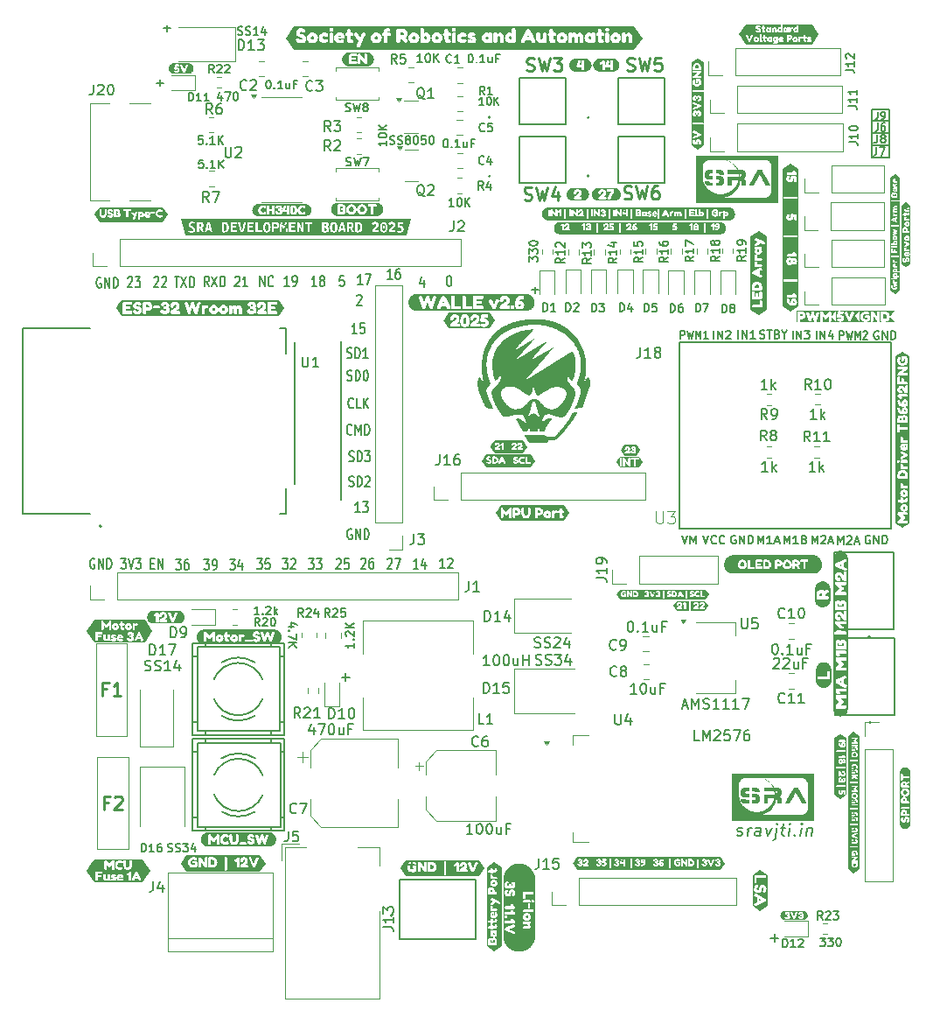
<source format=gbr>
%TF.GenerationSoftware,KiCad,Pcbnew,8.0.2*%
%TF.CreationDate,2025-02-27T03:45:28+05:30*%
%TF.ProjectId,sra_dev_board_2024(CH340C),7372615f-6465-4765-9f62-6f6172645f32,rev?*%
%TF.SameCoordinates,Original*%
%TF.FileFunction,Legend,Top*%
%TF.FilePolarity,Positive*%
%FSLAX46Y46*%
G04 Gerber Fmt 4.6, Leading zero omitted, Abs format (unit mm)*
G04 Created by KiCad (PCBNEW 8.0.2) date 2025-02-27 03:45:28*
%MOMM*%
%LPD*%
G01*
G04 APERTURE LIST*
%ADD10C,0.150000*%
%ADD11C,0.200000*%
%ADD12C,0.254000*%
%ADD13C,0.101600*%
%ADD14C,0.000000*%
%ADD15C,0.120000*%
%ADD16C,0.100000*%
%ADD17C,0.127000*%
%ADD18C,0.152400*%
G04 APERTURE END LIST*
D10*
X188170000Y-67900000D02*
X188170000Y-63330000D01*
X186420000Y-67940000D02*
X188170000Y-67940000D01*
X130560000Y-85820000D02*
X130560000Y-99520000D01*
X188165000Y-63330000D02*
X186435000Y-63330000D01*
X186445000Y-66730000D02*
X188110000Y-66730000D01*
X186490000Y-64430000D02*
X188110000Y-64430000D01*
X135100000Y-85690000D02*
X135100000Y-101090000D01*
X186420000Y-63340000D02*
X186420000Y-67920000D01*
X186430000Y-65550000D02*
X188140000Y-65550000D01*
D11*
X116642054Y-107233409D02*
X116908720Y-107233409D01*
X117023006Y-107757219D02*
X116642054Y-107757219D01*
X116642054Y-107757219D02*
X116642054Y-106757219D01*
X116642054Y-106757219D02*
X117023006Y-106757219D01*
X117365864Y-107757219D02*
X117365864Y-106757219D01*
X117365864Y-106757219D02*
X117823007Y-107757219D01*
X117823007Y-107757219D02*
X117823007Y-106757219D01*
X135353006Y-79397219D02*
X134972054Y-79397219D01*
X134972054Y-79397219D02*
X134933958Y-79873409D01*
X134933958Y-79873409D02*
X134972054Y-79825790D01*
X134972054Y-79825790D02*
X135048244Y-79778171D01*
X135048244Y-79778171D02*
X135238720Y-79778171D01*
X135238720Y-79778171D02*
X135314911Y-79825790D01*
X135314911Y-79825790D02*
X135353006Y-79873409D01*
X135353006Y-79873409D02*
X135391101Y-79968647D01*
X135391101Y-79968647D02*
X135391101Y-80206742D01*
X135391101Y-80206742D02*
X135353006Y-80301980D01*
X135353006Y-80301980D02*
X135314911Y-80349600D01*
X135314911Y-80349600D02*
X135238720Y-80397219D01*
X135238720Y-80397219D02*
X135048244Y-80397219D01*
X135048244Y-80397219D02*
X134972054Y-80349600D01*
X134972054Y-80349600D02*
X134933958Y-80301980D01*
X135663958Y-89489600D02*
X135778244Y-89537219D01*
X135778244Y-89537219D02*
X135968720Y-89537219D01*
X135968720Y-89537219D02*
X136044911Y-89489600D01*
X136044911Y-89489600D02*
X136083006Y-89441980D01*
X136083006Y-89441980D02*
X136121101Y-89346742D01*
X136121101Y-89346742D02*
X136121101Y-89251504D01*
X136121101Y-89251504D02*
X136083006Y-89156266D01*
X136083006Y-89156266D02*
X136044911Y-89108647D01*
X136044911Y-89108647D02*
X135968720Y-89061028D01*
X135968720Y-89061028D02*
X135816339Y-89013409D01*
X135816339Y-89013409D02*
X135740149Y-88965790D01*
X135740149Y-88965790D02*
X135702054Y-88918171D01*
X135702054Y-88918171D02*
X135663958Y-88822933D01*
X135663958Y-88822933D02*
X135663958Y-88727695D01*
X135663958Y-88727695D02*
X135702054Y-88632457D01*
X135702054Y-88632457D02*
X135740149Y-88584838D01*
X135740149Y-88584838D02*
X135816339Y-88537219D01*
X135816339Y-88537219D02*
X136006816Y-88537219D01*
X136006816Y-88537219D02*
X136121101Y-88584838D01*
X136463959Y-89537219D02*
X136463959Y-88537219D01*
X136463959Y-88537219D02*
X136654435Y-88537219D01*
X136654435Y-88537219D02*
X136768721Y-88584838D01*
X136768721Y-88584838D02*
X136844911Y-88680076D01*
X136844911Y-88680076D02*
X136883006Y-88775314D01*
X136883006Y-88775314D02*
X136921102Y-88965790D01*
X136921102Y-88965790D02*
X136921102Y-89108647D01*
X136921102Y-89108647D02*
X136883006Y-89299123D01*
X136883006Y-89299123D02*
X136844911Y-89394361D01*
X136844911Y-89394361D02*
X136768721Y-89489600D01*
X136768721Y-89489600D02*
X136654435Y-89537219D01*
X136654435Y-89537219D02*
X136463959Y-89537219D01*
X137416340Y-88537219D02*
X137492530Y-88537219D01*
X137492530Y-88537219D02*
X137568721Y-88584838D01*
X137568721Y-88584838D02*
X137606816Y-88632457D01*
X137606816Y-88632457D02*
X137644911Y-88727695D01*
X137644911Y-88727695D02*
X137683006Y-88918171D01*
X137683006Y-88918171D02*
X137683006Y-89156266D01*
X137683006Y-89156266D02*
X137644911Y-89346742D01*
X137644911Y-89346742D02*
X137606816Y-89441980D01*
X137606816Y-89441980D02*
X137568721Y-89489600D01*
X137568721Y-89489600D02*
X137492530Y-89537219D01*
X137492530Y-89537219D02*
X137416340Y-89537219D01*
X137416340Y-89537219D02*
X137340149Y-89489600D01*
X137340149Y-89489600D02*
X137302054Y-89441980D01*
X137302054Y-89441980D02*
X137263959Y-89346742D01*
X137263959Y-89346742D02*
X137225863Y-89156266D01*
X137225863Y-89156266D02*
X137225863Y-88918171D01*
X137225863Y-88918171D02*
X137263959Y-88727695D01*
X137263959Y-88727695D02*
X137302054Y-88632457D01*
X137302054Y-88632457D02*
X137340149Y-88584838D01*
X137340149Y-88584838D02*
X137416340Y-88537219D01*
X111191101Y-106794838D02*
X111114911Y-106747219D01*
X111114911Y-106747219D02*
X111000625Y-106747219D01*
X111000625Y-106747219D02*
X110886339Y-106794838D01*
X110886339Y-106794838D02*
X110810149Y-106890076D01*
X110810149Y-106890076D02*
X110772054Y-106985314D01*
X110772054Y-106985314D02*
X110733958Y-107175790D01*
X110733958Y-107175790D02*
X110733958Y-107318647D01*
X110733958Y-107318647D02*
X110772054Y-107509123D01*
X110772054Y-107509123D02*
X110810149Y-107604361D01*
X110810149Y-107604361D02*
X110886339Y-107699600D01*
X110886339Y-107699600D02*
X111000625Y-107747219D01*
X111000625Y-107747219D02*
X111076816Y-107747219D01*
X111076816Y-107747219D02*
X111191101Y-107699600D01*
X111191101Y-107699600D02*
X111229197Y-107651980D01*
X111229197Y-107651980D02*
X111229197Y-107318647D01*
X111229197Y-107318647D02*
X111076816Y-107318647D01*
X111572054Y-107747219D02*
X111572054Y-106747219D01*
X111572054Y-106747219D02*
X112029197Y-107747219D01*
X112029197Y-107747219D02*
X112029197Y-106747219D01*
X112410149Y-107747219D02*
X112410149Y-106747219D01*
X112410149Y-106747219D02*
X112600625Y-106747219D01*
X112600625Y-106747219D02*
X112714911Y-106794838D01*
X112714911Y-106794838D02*
X112791101Y-106890076D01*
X112791101Y-106890076D02*
X112829196Y-106985314D01*
X112829196Y-106985314D02*
X112867292Y-107175790D01*
X112867292Y-107175790D02*
X112867292Y-107318647D01*
X112867292Y-107318647D02*
X112829196Y-107509123D01*
X112829196Y-107509123D02*
X112791101Y-107604361D01*
X112791101Y-107604361D02*
X112714911Y-107699600D01*
X112714911Y-107699600D02*
X112600625Y-107747219D01*
X112600625Y-107747219D02*
X112410149Y-107747219D01*
X113743482Y-106747219D02*
X114238720Y-106747219D01*
X114238720Y-106747219D02*
X113972054Y-107128171D01*
X113972054Y-107128171D02*
X114086339Y-107128171D01*
X114086339Y-107128171D02*
X114162530Y-107175790D01*
X114162530Y-107175790D02*
X114200625Y-107223409D01*
X114200625Y-107223409D02*
X114238720Y-107318647D01*
X114238720Y-107318647D02*
X114238720Y-107556742D01*
X114238720Y-107556742D02*
X114200625Y-107651980D01*
X114200625Y-107651980D02*
X114162530Y-107699600D01*
X114162530Y-107699600D02*
X114086339Y-107747219D01*
X114086339Y-107747219D02*
X113857768Y-107747219D01*
X113857768Y-107747219D02*
X113781577Y-107699600D01*
X113781577Y-107699600D02*
X113743482Y-107651980D01*
X114467292Y-106747219D02*
X114733959Y-107747219D01*
X114733959Y-107747219D02*
X115000625Y-106747219D01*
X115191101Y-106747219D02*
X115686339Y-106747219D01*
X115686339Y-106747219D02*
X115419673Y-107128171D01*
X115419673Y-107128171D02*
X115533958Y-107128171D01*
X115533958Y-107128171D02*
X115610149Y-107175790D01*
X115610149Y-107175790D02*
X115648244Y-107223409D01*
X115648244Y-107223409D02*
X115686339Y-107318647D01*
X115686339Y-107318647D02*
X115686339Y-107556742D01*
X115686339Y-107556742D02*
X115648244Y-107651980D01*
X115648244Y-107651980D02*
X115610149Y-107699600D01*
X115610149Y-107699600D02*
X115533958Y-107747219D01*
X115533958Y-107747219D02*
X115305387Y-107747219D01*
X115305387Y-107747219D02*
X115229196Y-107699600D01*
X115229196Y-107699600D02*
X115191101Y-107651980D01*
X143074911Y-79820552D02*
X143074911Y-80487219D01*
X142884435Y-79439600D02*
X142693958Y-80153885D01*
X142693958Y-80153885D02*
X143189197Y-80153885D01*
D10*
X183179160Y-105332295D02*
X183179160Y-104532295D01*
X183179160Y-104532295D02*
X183445826Y-105103723D01*
X183445826Y-105103723D02*
X183712493Y-104532295D01*
X183712493Y-104532295D02*
X183712493Y-105332295D01*
X184055350Y-104608485D02*
X184093446Y-104570390D01*
X184093446Y-104570390D02*
X184169636Y-104532295D01*
X184169636Y-104532295D02*
X184360112Y-104532295D01*
X184360112Y-104532295D02*
X184436303Y-104570390D01*
X184436303Y-104570390D02*
X184474398Y-104608485D01*
X184474398Y-104608485D02*
X184512493Y-104684676D01*
X184512493Y-104684676D02*
X184512493Y-104760866D01*
X184512493Y-104760866D02*
X184474398Y-104875152D01*
X184474398Y-104875152D02*
X184017255Y-105332295D01*
X184017255Y-105332295D02*
X184512493Y-105332295D01*
X184817255Y-105103723D02*
X185198208Y-105103723D01*
X184741065Y-105332295D02*
X185007732Y-104532295D01*
X185007732Y-104532295D02*
X185274398Y-105332295D01*
X173267207Y-104557390D02*
X173191017Y-104519295D01*
X173191017Y-104519295D02*
X173076731Y-104519295D01*
X173076731Y-104519295D02*
X172962445Y-104557390D01*
X172962445Y-104557390D02*
X172886255Y-104633580D01*
X172886255Y-104633580D02*
X172848160Y-104709771D01*
X172848160Y-104709771D02*
X172810064Y-104862152D01*
X172810064Y-104862152D02*
X172810064Y-104976438D01*
X172810064Y-104976438D02*
X172848160Y-105128819D01*
X172848160Y-105128819D02*
X172886255Y-105205009D01*
X172886255Y-105205009D02*
X172962445Y-105281200D01*
X172962445Y-105281200D02*
X173076731Y-105319295D01*
X173076731Y-105319295D02*
X173152922Y-105319295D01*
X173152922Y-105319295D02*
X173267207Y-105281200D01*
X173267207Y-105281200D02*
X173305303Y-105243104D01*
X173305303Y-105243104D02*
X173305303Y-104976438D01*
X173305303Y-104976438D02*
X173152922Y-104976438D01*
X173648160Y-105319295D02*
X173648160Y-104519295D01*
X173648160Y-104519295D02*
X174105303Y-105319295D01*
X174105303Y-105319295D02*
X174105303Y-104519295D01*
X174486255Y-105319295D02*
X174486255Y-104519295D01*
X174486255Y-104519295D02*
X174676731Y-104519295D01*
X174676731Y-104519295D02*
X174791017Y-104557390D01*
X174791017Y-104557390D02*
X174867207Y-104633580D01*
X174867207Y-104633580D02*
X174905302Y-104709771D01*
X174905302Y-104709771D02*
X174943398Y-104862152D01*
X174943398Y-104862152D02*
X174943398Y-104976438D01*
X174943398Y-104976438D02*
X174905302Y-105128819D01*
X174905302Y-105128819D02*
X174867207Y-105205009D01*
X174867207Y-105205009D02*
X174791017Y-105281200D01*
X174791017Y-105281200D02*
X174676731Y-105319295D01*
X174676731Y-105319295D02*
X174486255Y-105319295D01*
X183355350Y-85522295D02*
X183355350Y-84722295D01*
X183355350Y-84722295D02*
X183622017Y-84722295D01*
X183622017Y-84722295D02*
X183688684Y-84760390D01*
X183688684Y-84760390D02*
X183722017Y-84798485D01*
X183722017Y-84798485D02*
X183755350Y-84874676D01*
X183755350Y-84874676D02*
X183755350Y-84988961D01*
X183755350Y-84988961D02*
X183722017Y-85065152D01*
X183722017Y-85065152D02*
X183688684Y-85103247D01*
X183688684Y-85103247D02*
X183622017Y-85141342D01*
X183622017Y-85141342D02*
X183355350Y-85141342D01*
X183988684Y-84722295D02*
X184155350Y-85522295D01*
X184155350Y-85522295D02*
X184288684Y-84950866D01*
X184288684Y-84950866D02*
X184422017Y-85522295D01*
X184422017Y-85522295D02*
X184588684Y-84722295D01*
X184855350Y-85522295D02*
X184855350Y-84722295D01*
X184855350Y-84722295D02*
X185088684Y-85293723D01*
X185088684Y-85293723D02*
X185322017Y-84722295D01*
X185322017Y-84722295D02*
X185322017Y-85522295D01*
X185622017Y-84798485D02*
X185655350Y-84760390D01*
X185655350Y-84760390D02*
X185722017Y-84722295D01*
X185722017Y-84722295D02*
X185888684Y-84722295D01*
X185888684Y-84722295D02*
X185955350Y-84760390D01*
X185955350Y-84760390D02*
X185988684Y-84798485D01*
X185988684Y-84798485D02*
X186022017Y-84874676D01*
X186022017Y-84874676D02*
X186022017Y-84950866D01*
X186022017Y-84950866D02*
X185988684Y-85065152D01*
X185988684Y-85065152D02*
X185588684Y-85522295D01*
X185588684Y-85522295D02*
X186022017Y-85522295D01*
X186288207Y-104550390D02*
X186212017Y-104512295D01*
X186212017Y-104512295D02*
X186097731Y-104512295D01*
X186097731Y-104512295D02*
X185983445Y-104550390D01*
X185983445Y-104550390D02*
X185907255Y-104626580D01*
X185907255Y-104626580D02*
X185869160Y-104702771D01*
X185869160Y-104702771D02*
X185831064Y-104855152D01*
X185831064Y-104855152D02*
X185831064Y-104969438D01*
X185831064Y-104969438D02*
X185869160Y-105121819D01*
X185869160Y-105121819D02*
X185907255Y-105198009D01*
X185907255Y-105198009D02*
X185983445Y-105274200D01*
X185983445Y-105274200D02*
X186097731Y-105312295D01*
X186097731Y-105312295D02*
X186173922Y-105312295D01*
X186173922Y-105312295D02*
X186288207Y-105274200D01*
X186288207Y-105274200D02*
X186326303Y-105236104D01*
X186326303Y-105236104D02*
X186326303Y-104969438D01*
X186326303Y-104969438D02*
X186173922Y-104969438D01*
X186669160Y-105312295D02*
X186669160Y-104512295D01*
X186669160Y-104512295D02*
X187126303Y-105312295D01*
X187126303Y-105312295D02*
X187126303Y-104512295D01*
X187507255Y-105312295D02*
X187507255Y-104512295D01*
X187507255Y-104512295D02*
X187697731Y-104512295D01*
X187697731Y-104512295D02*
X187812017Y-104550390D01*
X187812017Y-104550390D02*
X187888207Y-104626580D01*
X187888207Y-104626580D02*
X187926302Y-104702771D01*
X187926302Y-104702771D02*
X187964398Y-104855152D01*
X187964398Y-104855152D02*
X187964398Y-104969438D01*
X187964398Y-104969438D02*
X187926302Y-105121819D01*
X187926302Y-105121819D02*
X187888207Y-105198009D01*
X187888207Y-105198009D02*
X187812017Y-105274200D01*
X187812017Y-105274200D02*
X187697731Y-105312295D01*
X187697731Y-105312295D02*
X187507255Y-105312295D01*
X168083874Y-104519295D02*
X168350541Y-105319295D01*
X168350541Y-105319295D02*
X168617207Y-104519295D01*
X168883874Y-105319295D02*
X168883874Y-104519295D01*
X168883874Y-104519295D02*
X169150540Y-105090723D01*
X169150540Y-105090723D02*
X169417207Y-104519295D01*
X169417207Y-104519295D02*
X169417207Y-105319295D01*
X117239160Y-60729533D02*
X117848684Y-60729533D01*
X117543922Y-61034295D02*
X117543922Y-60424771D01*
D11*
X135863958Y-97299600D02*
X135978244Y-97347219D01*
X135978244Y-97347219D02*
X136168720Y-97347219D01*
X136168720Y-97347219D02*
X136244911Y-97299600D01*
X136244911Y-97299600D02*
X136283006Y-97251980D01*
X136283006Y-97251980D02*
X136321101Y-97156742D01*
X136321101Y-97156742D02*
X136321101Y-97061504D01*
X136321101Y-97061504D02*
X136283006Y-96966266D01*
X136283006Y-96966266D02*
X136244911Y-96918647D01*
X136244911Y-96918647D02*
X136168720Y-96871028D01*
X136168720Y-96871028D02*
X136016339Y-96823409D01*
X136016339Y-96823409D02*
X135940149Y-96775790D01*
X135940149Y-96775790D02*
X135902054Y-96728171D01*
X135902054Y-96728171D02*
X135863958Y-96632933D01*
X135863958Y-96632933D02*
X135863958Y-96537695D01*
X135863958Y-96537695D02*
X135902054Y-96442457D01*
X135902054Y-96442457D02*
X135940149Y-96394838D01*
X135940149Y-96394838D02*
X136016339Y-96347219D01*
X136016339Y-96347219D02*
X136206816Y-96347219D01*
X136206816Y-96347219D02*
X136321101Y-96394838D01*
X136663959Y-97347219D02*
X136663959Y-96347219D01*
X136663959Y-96347219D02*
X136854435Y-96347219D01*
X136854435Y-96347219D02*
X136968721Y-96394838D01*
X136968721Y-96394838D02*
X137044911Y-96490076D01*
X137044911Y-96490076D02*
X137083006Y-96585314D01*
X137083006Y-96585314D02*
X137121102Y-96775790D01*
X137121102Y-96775790D02*
X137121102Y-96918647D01*
X137121102Y-96918647D02*
X137083006Y-97109123D01*
X137083006Y-97109123D02*
X137044911Y-97204361D01*
X137044911Y-97204361D02*
X136968721Y-97299600D01*
X136968721Y-97299600D02*
X136854435Y-97347219D01*
X136854435Y-97347219D02*
X136663959Y-97347219D01*
X137387768Y-96347219D02*
X137883006Y-96347219D01*
X137883006Y-96347219D02*
X137616340Y-96728171D01*
X137616340Y-96728171D02*
X137730625Y-96728171D01*
X137730625Y-96728171D02*
X137806816Y-96775790D01*
X137806816Y-96775790D02*
X137844911Y-96823409D01*
X137844911Y-96823409D02*
X137883006Y-96918647D01*
X137883006Y-96918647D02*
X137883006Y-97156742D01*
X137883006Y-97156742D02*
X137844911Y-97251980D01*
X137844911Y-97251980D02*
X137806816Y-97299600D01*
X137806816Y-97299600D02*
X137730625Y-97347219D01*
X137730625Y-97347219D02*
X137502054Y-97347219D01*
X137502054Y-97347219D02*
X137425863Y-97299600D01*
X137425863Y-97299600D02*
X137387768Y-97251980D01*
X135853958Y-99739600D02*
X135968244Y-99787219D01*
X135968244Y-99787219D02*
X136158720Y-99787219D01*
X136158720Y-99787219D02*
X136234911Y-99739600D01*
X136234911Y-99739600D02*
X136273006Y-99691980D01*
X136273006Y-99691980D02*
X136311101Y-99596742D01*
X136311101Y-99596742D02*
X136311101Y-99501504D01*
X136311101Y-99501504D02*
X136273006Y-99406266D01*
X136273006Y-99406266D02*
X136234911Y-99358647D01*
X136234911Y-99358647D02*
X136158720Y-99311028D01*
X136158720Y-99311028D02*
X136006339Y-99263409D01*
X136006339Y-99263409D02*
X135930149Y-99215790D01*
X135930149Y-99215790D02*
X135892054Y-99168171D01*
X135892054Y-99168171D02*
X135853958Y-99072933D01*
X135853958Y-99072933D02*
X135853958Y-98977695D01*
X135853958Y-98977695D02*
X135892054Y-98882457D01*
X135892054Y-98882457D02*
X135930149Y-98834838D01*
X135930149Y-98834838D02*
X136006339Y-98787219D01*
X136006339Y-98787219D02*
X136196816Y-98787219D01*
X136196816Y-98787219D02*
X136311101Y-98834838D01*
X136653959Y-99787219D02*
X136653959Y-98787219D01*
X136653959Y-98787219D02*
X136844435Y-98787219D01*
X136844435Y-98787219D02*
X136958721Y-98834838D01*
X136958721Y-98834838D02*
X137034911Y-98930076D01*
X137034911Y-98930076D02*
X137073006Y-99025314D01*
X137073006Y-99025314D02*
X137111102Y-99215790D01*
X137111102Y-99215790D02*
X137111102Y-99358647D01*
X137111102Y-99358647D02*
X137073006Y-99549123D01*
X137073006Y-99549123D02*
X137034911Y-99644361D01*
X137034911Y-99644361D02*
X136958721Y-99739600D01*
X136958721Y-99739600D02*
X136844435Y-99787219D01*
X136844435Y-99787219D02*
X136653959Y-99787219D01*
X137415863Y-98882457D02*
X137453959Y-98834838D01*
X137453959Y-98834838D02*
X137530149Y-98787219D01*
X137530149Y-98787219D02*
X137720625Y-98787219D01*
X137720625Y-98787219D02*
X137796816Y-98834838D01*
X137796816Y-98834838D02*
X137834911Y-98882457D01*
X137834911Y-98882457D02*
X137873006Y-98977695D01*
X137873006Y-98977695D02*
X137873006Y-99072933D01*
X137873006Y-99072933D02*
X137834911Y-99215790D01*
X137834911Y-99215790D02*
X137377768Y-99787219D01*
X137377768Y-99787219D02*
X137873006Y-99787219D01*
X136091101Y-103924838D02*
X136014911Y-103877219D01*
X136014911Y-103877219D02*
X135900625Y-103877219D01*
X135900625Y-103877219D02*
X135786339Y-103924838D01*
X135786339Y-103924838D02*
X135710149Y-104020076D01*
X135710149Y-104020076D02*
X135672054Y-104115314D01*
X135672054Y-104115314D02*
X135633958Y-104305790D01*
X135633958Y-104305790D02*
X135633958Y-104448647D01*
X135633958Y-104448647D02*
X135672054Y-104639123D01*
X135672054Y-104639123D02*
X135710149Y-104734361D01*
X135710149Y-104734361D02*
X135786339Y-104829600D01*
X135786339Y-104829600D02*
X135900625Y-104877219D01*
X135900625Y-104877219D02*
X135976816Y-104877219D01*
X135976816Y-104877219D02*
X136091101Y-104829600D01*
X136091101Y-104829600D02*
X136129197Y-104781980D01*
X136129197Y-104781980D02*
X136129197Y-104448647D01*
X136129197Y-104448647D02*
X135976816Y-104448647D01*
X136472054Y-104877219D02*
X136472054Y-103877219D01*
X136472054Y-103877219D02*
X136929197Y-104877219D01*
X136929197Y-104877219D02*
X136929197Y-103877219D01*
X137310149Y-104877219D02*
X137310149Y-103877219D01*
X137310149Y-103877219D02*
X137500625Y-103877219D01*
X137500625Y-103877219D02*
X137614911Y-103924838D01*
X137614911Y-103924838D02*
X137691101Y-104020076D01*
X137691101Y-104020076D02*
X137729196Y-104115314D01*
X137729196Y-104115314D02*
X137767292Y-104305790D01*
X137767292Y-104305790D02*
X137767292Y-104448647D01*
X137767292Y-104448647D02*
X137729196Y-104639123D01*
X137729196Y-104639123D02*
X137691101Y-104734361D01*
X137691101Y-104734361D02*
X137614911Y-104829600D01*
X137614911Y-104829600D02*
X137500625Y-104877219D01*
X137500625Y-104877219D02*
X137310149Y-104877219D01*
X126925863Y-106767219D02*
X127421101Y-106767219D01*
X127421101Y-106767219D02*
X127154435Y-107148171D01*
X127154435Y-107148171D02*
X127268720Y-107148171D01*
X127268720Y-107148171D02*
X127344911Y-107195790D01*
X127344911Y-107195790D02*
X127383006Y-107243409D01*
X127383006Y-107243409D02*
X127421101Y-107338647D01*
X127421101Y-107338647D02*
X127421101Y-107576742D01*
X127421101Y-107576742D02*
X127383006Y-107671980D01*
X127383006Y-107671980D02*
X127344911Y-107719600D01*
X127344911Y-107719600D02*
X127268720Y-107767219D01*
X127268720Y-107767219D02*
X127040149Y-107767219D01*
X127040149Y-107767219D02*
X126963958Y-107719600D01*
X126963958Y-107719600D02*
X126925863Y-107671980D01*
X128144911Y-106767219D02*
X127763959Y-106767219D01*
X127763959Y-106767219D02*
X127725863Y-107243409D01*
X127725863Y-107243409D02*
X127763959Y-107195790D01*
X127763959Y-107195790D02*
X127840149Y-107148171D01*
X127840149Y-107148171D02*
X128030625Y-107148171D01*
X128030625Y-107148171D02*
X128106816Y-107195790D01*
X128106816Y-107195790D02*
X128144911Y-107243409D01*
X128144911Y-107243409D02*
X128183006Y-107338647D01*
X128183006Y-107338647D02*
X128183006Y-107576742D01*
X128183006Y-107576742D02*
X128144911Y-107671980D01*
X128144911Y-107671980D02*
X128106816Y-107719600D01*
X128106816Y-107719600D02*
X128030625Y-107767219D01*
X128030625Y-107767219D02*
X127840149Y-107767219D01*
X127840149Y-107767219D02*
X127763959Y-107719600D01*
X127763959Y-107719600D02*
X127725863Y-107671980D01*
D10*
X135146779Y-118218866D02*
X135908684Y-118218866D01*
X135527731Y-118599819D02*
X135527731Y-117837914D01*
D11*
X122279197Y-80437219D02*
X122012530Y-79961028D01*
X121822054Y-80437219D02*
X121822054Y-79437219D01*
X121822054Y-79437219D02*
X122126816Y-79437219D01*
X122126816Y-79437219D02*
X122203006Y-79484838D01*
X122203006Y-79484838D02*
X122241101Y-79532457D01*
X122241101Y-79532457D02*
X122279197Y-79627695D01*
X122279197Y-79627695D02*
X122279197Y-79770552D01*
X122279197Y-79770552D02*
X122241101Y-79865790D01*
X122241101Y-79865790D02*
X122203006Y-79913409D01*
X122203006Y-79913409D02*
X122126816Y-79961028D01*
X122126816Y-79961028D02*
X121822054Y-79961028D01*
X122545863Y-79437219D02*
X123079197Y-80437219D01*
X123079197Y-79437219D02*
X122545863Y-80437219D01*
X123383959Y-80437219D02*
X123383959Y-79437219D01*
X123383959Y-79437219D02*
X123574435Y-79437219D01*
X123574435Y-79437219D02*
X123688721Y-79484838D01*
X123688721Y-79484838D02*
X123764911Y-79580076D01*
X123764911Y-79580076D02*
X123803006Y-79675314D01*
X123803006Y-79675314D02*
X123841102Y-79865790D01*
X123841102Y-79865790D02*
X123841102Y-80008647D01*
X123841102Y-80008647D02*
X123803006Y-80199123D01*
X123803006Y-80199123D02*
X123764911Y-80294361D01*
X123764911Y-80294361D02*
X123688721Y-80389600D01*
X123688721Y-80389600D02*
X123574435Y-80437219D01*
X123574435Y-80437219D02*
X123383959Y-80437219D01*
X145504435Y-79377219D02*
X145580625Y-79377219D01*
X145580625Y-79377219D02*
X145656816Y-79424838D01*
X145656816Y-79424838D02*
X145694911Y-79472457D01*
X145694911Y-79472457D02*
X145733006Y-79567695D01*
X145733006Y-79567695D02*
X145771101Y-79758171D01*
X145771101Y-79758171D02*
X145771101Y-79996266D01*
X145771101Y-79996266D02*
X145733006Y-80186742D01*
X145733006Y-80186742D02*
X145694911Y-80281980D01*
X145694911Y-80281980D02*
X145656816Y-80329600D01*
X145656816Y-80329600D02*
X145580625Y-80377219D01*
X145580625Y-80377219D02*
X145504435Y-80377219D01*
X145504435Y-80377219D02*
X145428244Y-80329600D01*
X145428244Y-80329600D02*
X145390149Y-80281980D01*
X145390149Y-80281980D02*
X145352054Y-80186742D01*
X145352054Y-80186742D02*
X145313958Y-79996266D01*
X145313958Y-79996266D02*
X145313958Y-79758171D01*
X145313958Y-79758171D02*
X145352054Y-79567695D01*
X145352054Y-79567695D02*
X145390149Y-79472457D01*
X145390149Y-79472457D02*
X145428244Y-79424838D01*
X145428244Y-79424838D02*
X145504435Y-79377219D01*
D10*
X170133874Y-104519295D02*
X170400541Y-105319295D01*
X170400541Y-105319295D02*
X170667207Y-104519295D01*
X171391017Y-105243104D02*
X171352921Y-105281200D01*
X171352921Y-105281200D02*
X171238636Y-105319295D01*
X171238636Y-105319295D02*
X171162445Y-105319295D01*
X171162445Y-105319295D02*
X171048159Y-105281200D01*
X171048159Y-105281200D02*
X170971969Y-105205009D01*
X170971969Y-105205009D02*
X170933874Y-105128819D01*
X170933874Y-105128819D02*
X170895778Y-104976438D01*
X170895778Y-104976438D02*
X170895778Y-104862152D01*
X170895778Y-104862152D02*
X170933874Y-104709771D01*
X170933874Y-104709771D02*
X170971969Y-104633580D01*
X170971969Y-104633580D02*
X171048159Y-104557390D01*
X171048159Y-104557390D02*
X171162445Y-104519295D01*
X171162445Y-104519295D02*
X171238636Y-104519295D01*
X171238636Y-104519295D02*
X171352921Y-104557390D01*
X171352921Y-104557390D02*
X171391017Y-104595485D01*
X172191017Y-105243104D02*
X172152921Y-105281200D01*
X172152921Y-105281200D02*
X172038636Y-105319295D01*
X172038636Y-105319295D02*
X171962445Y-105319295D01*
X171962445Y-105319295D02*
X171848159Y-105281200D01*
X171848159Y-105281200D02*
X171771969Y-105205009D01*
X171771969Y-105205009D02*
X171733874Y-105128819D01*
X171733874Y-105128819D02*
X171695778Y-104976438D01*
X171695778Y-104976438D02*
X171695778Y-104862152D01*
X171695778Y-104862152D02*
X171733874Y-104709771D01*
X171733874Y-104709771D02*
X171771969Y-104633580D01*
X171771969Y-104633580D02*
X171848159Y-104557390D01*
X171848159Y-104557390D02*
X171962445Y-104519295D01*
X171962445Y-104519295D02*
X172038636Y-104519295D01*
X172038636Y-104519295D02*
X172152921Y-104557390D01*
X172152921Y-104557390D02*
X172191017Y-104595485D01*
D11*
X137161101Y-80247219D02*
X136703958Y-80247219D01*
X136932530Y-80247219D02*
X136932530Y-79247219D01*
X136932530Y-79247219D02*
X136856339Y-79390076D01*
X136856339Y-79390076D02*
X136780149Y-79485314D01*
X136780149Y-79485314D02*
X136703958Y-79532933D01*
X137427768Y-79247219D02*
X137961102Y-79247219D01*
X137961102Y-79247219D02*
X137618244Y-80247219D01*
X136119197Y-94661980D02*
X136081101Y-94709600D01*
X136081101Y-94709600D02*
X135966816Y-94757219D01*
X135966816Y-94757219D02*
X135890625Y-94757219D01*
X135890625Y-94757219D02*
X135776339Y-94709600D01*
X135776339Y-94709600D02*
X135700149Y-94614361D01*
X135700149Y-94614361D02*
X135662054Y-94519123D01*
X135662054Y-94519123D02*
X135623958Y-94328647D01*
X135623958Y-94328647D02*
X135623958Y-94185790D01*
X135623958Y-94185790D02*
X135662054Y-93995314D01*
X135662054Y-93995314D02*
X135700149Y-93900076D01*
X135700149Y-93900076D02*
X135776339Y-93804838D01*
X135776339Y-93804838D02*
X135890625Y-93757219D01*
X135890625Y-93757219D02*
X135966816Y-93757219D01*
X135966816Y-93757219D02*
X136081101Y-93804838D01*
X136081101Y-93804838D02*
X136119197Y-93852457D01*
X136462054Y-94757219D02*
X136462054Y-93757219D01*
X136462054Y-93757219D02*
X136728720Y-94471504D01*
X136728720Y-94471504D02*
X136995387Y-93757219D01*
X136995387Y-93757219D02*
X136995387Y-94757219D01*
X137376340Y-94757219D02*
X137376340Y-93757219D01*
X137376340Y-93757219D02*
X137566816Y-93757219D01*
X137566816Y-93757219D02*
X137681102Y-93804838D01*
X137681102Y-93804838D02*
X137757292Y-93900076D01*
X137757292Y-93900076D02*
X137795387Y-93995314D01*
X137795387Y-93995314D02*
X137833483Y-94185790D01*
X137833483Y-94185790D02*
X137833483Y-94328647D01*
X137833483Y-94328647D02*
X137795387Y-94519123D01*
X137795387Y-94519123D02*
X137757292Y-94614361D01*
X137757292Y-94614361D02*
X137681102Y-94709600D01*
X137681102Y-94709600D02*
X137566816Y-94757219D01*
X137566816Y-94757219D02*
X137376340Y-94757219D01*
D10*
X177989160Y-105312295D02*
X177989160Y-104512295D01*
X177989160Y-104512295D02*
X178255826Y-105083723D01*
X178255826Y-105083723D02*
X178522493Y-104512295D01*
X178522493Y-104512295D02*
X178522493Y-105312295D01*
X179322493Y-105312295D02*
X178865350Y-105312295D01*
X179093922Y-105312295D02*
X179093922Y-104512295D01*
X179093922Y-104512295D02*
X179017731Y-104626580D01*
X179017731Y-104626580D02*
X178941541Y-104702771D01*
X178941541Y-104702771D02*
X178865350Y-104740866D01*
X179932017Y-104893247D02*
X180046303Y-104931342D01*
X180046303Y-104931342D02*
X180084398Y-104969438D01*
X180084398Y-104969438D02*
X180122494Y-105045628D01*
X180122494Y-105045628D02*
X180122494Y-105159914D01*
X180122494Y-105159914D02*
X180084398Y-105236104D01*
X180084398Y-105236104D02*
X180046303Y-105274200D01*
X180046303Y-105274200D02*
X179970113Y-105312295D01*
X179970113Y-105312295D02*
X179665351Y-105312295D01*
X179665351Y-105312295D02*
X179665351Y-104512295D01*
X179665351Y-104512295D02*
X179932017Y-104512295D01*
X179932017Y-104512295D02*
X180008208Y-104550390D01*
X180008208Y-104550390D02*
X180046303Y-104588485D01*
X180046303Y-104588485D02*
X180084398Y-104664676D01*
X180084398Y-104664676D02*
X180084398Y-104740866D01*
X180084398Y-104740866D02*
X180046303Y-104817057D01*
X180046303Y-104817057D02*
X180008208Y-104855152D01*
X180008208Y-104855152D02*
X179932017Y-104893247D01*
X179932017Y-104893247D02*
X179665351Y-104893247D01*
D11*
X136613958Y-81322457D02*
X136652054Y-81274838D01*
X136652054Y-81274838D02*
X136728244Y-81227219D01*
X136728244Y-81227219D02*
X136918720Y-81227219D01*
X136918720Y-81227219D02*
X136994911Y-81274838D01*
X136994911Y-81274838D02*
X137033006Y-81322457D01*
X137033006Y-81322457D02*
X137071101Y-81417695D01*
X137071101Y-81417695D02*
X137071101Y-81512933D01*
X137071101Y-81512933D02*
X137033006Y-81655790D01*
X137033006Y-81655790D02*
X136575863Y-82227219D01*
X136575863Y-82227219D02*
X137071101Y-82227219D01*
D10*
X180679160Y-105312295D02*
X180679160Y-104512295D01*
X180679160Y-104512295D02*
X180945826Y-105083723D01*
X180945826Y-105083723D02*
X181212493Y-104512295D01*
X181212493Y-104512295D02*
X181212493Y-105312295D01*
X181555350Y-104588485D02*
X181593446Y-104550390D01*
X181593446Y-104550390D02*
X181669636Y-104512295D01*
X181669636Y-104512295D02*
X181860112Y-104512295D01*
X181860112Y-104512295D02*
X181936303Y-104550390D01*
X181936303Y-104550390D02*
X181974398Y-104588485D01*
X181974398Y-104588485D02*
X182012493Y-104664676D01*
X182012493Y-104664676D02*
X182012493Y-104740866D01*
X182012493Y-104740866D02*
X181974398Y-104855152D01*
X181974398Y-104855152D02*
X181517255Y-105312295D01*
X181517255Y-105312295D02*
X182012493Y-105312295D01*
X182317255Y-105083723D02*
X182698208Y-105083723D01*
X182241065Y-105312295D02*
X182507732Y-104512295D01*
X182507732Y-104512295D02*
X182774398Y-105312295D01*
D11*
X131915863Y-106757219D02*
X132411101Y-106757219D01*
X132411101Y-106757219D02*
X132144435Y-107138171D01*
X132144435Y-107138171D02*
X132258720Y-107138171D01*
X132258720Y-107138171D02*
X132334911Y-107185790D01*
X132334911Y-107185790D02*
X132373006Y-107233409D01*
X132373006Y-107233409D02*
X132411101Y-107328647D01*
X132411101Y-107328647D02*
X132411101Y-107566742D01*
X132411101Y-107566742D02*
X132373006Y-107661980D01*
X132373006Y-107661980D02*
X132334911Y-107709600D01*
X132334911Y-107709600D02*
X132258720Y-107757219D01*
X132258720Y-107757219D02*
X132030149Y-107757219D01*
X132030149Y-107757219D02*
X131953958Y-107709600D01*
X131953958Y-107709600D02*
X131915863Y-107661980D01*
X132677768Y-106757219D02*
X133173006Y-106757219D01*
X133173006Y-106757219D02*
X132906340Y-107138171D01*
X132906340Y-107138171D02*
X133020625Y-107138171D01*
X133020625Y-107138171D02*
X133096816Y-107185790D01*
X133096816Y-107185790D02*
X133134911Y-107233409D01*
X133134911Y-107233409D02*
X133173006Y-107328647D01*
X133173006Y-107328647D02*
X133173006Y-107566742D01*
X133173006Y-107566742D02*
X133134911Y-107661980D01*
X133134911Y-107661980D02*
X133096816Y-107709600D01*
X133096816Y-107709600D02*
X133020625Y-107757219D01*
X133020625Y-107757219D02*
X132792054Y-107757219D01*
X132792054Y-107757219D02*
X132715863Y-107709600D01*
X132715863Y-107709600D02*
X132677768Y-107661980D01*
X114413958Y-79592457D02*
X114452054Y-79544838D01*
X114452054Y-79544838D02*
X114528244Y-79497219D01*
X114528244Y-79497219D02*
X114718720Y-79497219D01*
X114718720Y-79497219D02*
X114794911Y-79544838D01*
X114794911Y-79544838D02*
X114833006Y-79592457D01*
X114833006Y-79592457D02*
X114871101Y-79687695D01*
X114871101Y-79687695D02*
X114871101Y-79782933D01*
X114871101Y-79782933D02*
X114833006Y-79925790D01*
X114833006Y-79925790D02*
X114375863Y-80497219D01*
X114375863Y-80497219D02*
X114871101Y-80497219D01*
X115137768Y-79497219D02*
X115633006Y-79497219D01*
X115633006Y-79497219D02*
X115366340Y-79878171D01*
X115366340Y-79878171D02*
X115480625Y-79878171D01*
X115480625Y-79878171D02*
X115556816Y-79925790D01*
X115556816Y-79925790D02*
X115594911Y-79973409D01*
X115594911Y-79973409D02*
X115633006Y-80068647D01*
X115633006Y-80068647D02*
X115633006Y-80306742D01*
X115633006Y-80306742D02*
X115594911Y-80401980D01*
X115594911Y-80401980D02*
X115556816Y-80449600D01*
X115556816Y-80449600D02*
X115480625Y-80497219D01*
X115480625Y-80497219D02*
X115252054Y-80497219D01*
X115252054Y-80497219D02*
X115175863Y-80449600D01*
X115175863Y-80449600D02*
X115137768Y-80401980D01*
X118937768Y-79487219D02*
X119394911Y-79487219D01*
X119166339Y-80487219D02*
X119166339Y-79487219D01*
X119585387Y-79487219D02*
X120118721Y-80487219D01*
X120118721Y-79487219D02*
X119585387Y-80487219D01*
X120423483Y-80487219D02*
X120423483Y-79487219D01*
X120423483Y-79487219D02*
X120613959Y-79487219D01*
X120613959Y-79487219D02*
X120728245Y-79534838D01*
X120728245Y-79534838D02*
X120804435Y-79630076D01*
X120804435Y-79630076D02*
X120842530Y-79725314D01*
X120842530Y-79725314D02*
X120880626Y-79915790D01*
X120880626Y-79915790D02*
X120880626Y-80058647D01*
X120880626Y-80058647D02*
X120842530Y-80249123D01*
X120842530Y-80249123D02*
X120804435Y-80344361D01*
X120804435Y-80344361D02*
X120728245Y-80439600D01*
X120728245Y-80439600D02*
X120613959Y-80487219D01*
X120613959Y-80487219D02*
X120423483Y-80487219D01*
X137013958Y-106802457D02*
X137052054Y-106754838D01*
X137052054Y-106754838D02*
X137128244Y-106707219D01*
X137128244Y-106707219D02*
X137318720Y-106707219D01*
X137318720Y-106707219D02*
X137394911Y-106754838D01*
X137394911Y-106754838D02*
X137433006Y-106802457D01*
X137433006Y-106802457D02*
X137471101Y-106897695D01*
X137471101Y-106897695D02*
X137471101Y-106992933D01*
X137471101Y-106992933D02*
X137433006Y-107135790D01*
X137433006Y-107135790D02*
X136975863Y-107707219D01*
X136975863Y-107707219D02*
X137471101Y-107707219D01*
X138156816Y-106707219D02*
X138004435Y-106707219D01*
X138004435Y-106707219D02*
X137928244Y-106754838D01*
X137928244Y-106754838D02*
X137890149Y-106802457D01*
X137890149Y-106802457D02*
X137813959Y-106945314D01*
X137813959Y-106945314D02*
X137775863Y-107135790D01*
X137775863Y-107135790D02*
X137775863Y-107516742D01*
X137775863Y-107516742D02*
X137813959Y-107611980D01*
X137813959Y-107611980D02*
X137852054Y-107659600D01*
X137852054Y-107659600D02*
X137928244Y-107707219D01*
X137928244Y-107707219D02*
X138080625Y-107707219D01*
X138080625Y-107707219D02*
X138156816Y-107659600D01*
X138156816Y-107659600D02*
X138194911Y-107611980D01*
X138194911Y-107611980D02*
X138233006Y-107516742D01*
X138233006Y-107516742D02*
X138233006Y-107278647D01*
X138233006Y-107278647D02*
X138194911Y-107183409D01*
X138194911Y-107183409D02*
X138156816Y-107135790D01*
X138156816Y-107135790D02*
X138080625Y-107088171D01*
X138080625Y-107088171D02*
X137928244Y-107088171D01*
X137928244Y-107088171D02*
X137852054Y-107135790D01*
X137852054Y-107135790D02*
X137813959Y-107183409D01*
X137813959Y-107183409D02*
X137775863Y-107278647D01*
X116953958Y-79582457D02*
X116992054Y-79534838D01*
X116992054Y-79534838D02*
X117068244Y-79487219D01*
X117068244Y-79487219D02*
X117258720Y-79487219D01*
X117258720Y-79487219D02*
X117334911Y-79534838D01*
X117334911Y-79534838D02*
X117373006Y-79582457D01*
X117373006Y-79582457D02*
X117411101Y-79677695D01*
X117411101Y-79677695D02*
X117411101Y-79772933D01*
X117411101Y-79772933D02*
X117373006Y-79915790D01*
X117373006Y-79915790D02*
X116915863Y-80487219D01*
X116915863Y-80487219D02*
X117411101Y-80487219D01*
X117715863Y-79582457D02*
X117753959Y-79534838D01*
X117753959Y-79534838D02*
X117830149Y-79487219D01*
X117830149Y-79487219D02*
X118020625Y-79487219D01*
X118020625Y-79487219D02*
X118096816Y-79534838D01*
X118096816Y-79534838D02*
X118134911Y-79582457D01*
X118134911Y-79582457D02*
X118173006Y-79677695D01*
X118173006Y-79677695D02*
X118173006Y-79772933D01*
X118173006Y-79772933D02*
X118134911Y-79915790D01*
X118134911Y-79915790D02*
X117677768Y-80487219D01*
X117677768Y-80487219D02*
X118173006Y-80487219D01*
X129415863Y-106757219D02*
X129911101Y-106757219D01*
X129911101Y-106757219D02*
X129644435Y-107138171D01*
X129644435Y-107138171D02*
X129758720Y-107138171D01*
X129758720Y-107138171D02*
X129834911Y-107185790D01*
X129834911Y-107185790D02*
X129873006Y-107233409D01*
X129873006Y-107233409D02*
X129911101Y-107328647D01*
X129911101Y-107328647D02*
X129911101Y-107566742D01*
X129911101Y-107566742D02*
X129873006Y-107661980D01*
X129873006Y-107661980D02*
X129834911Y-107709600D01*
X129834911Y-107709600D02*
X129758720Y-107757219D01*
X129758720Y-107757219D02*
X129530149Y-107757219D01*
X129530149Y-107757219D02*
X129453958Y-107709600D01*
X129453958Y-107709600D02*
X129415863Y-107661980D01*
X130215863Y-106852457D02*
X130253959Y-106804838D01*
X130253959Y-106804838D02*
X130330149Y-106757219D01*
X130330149Y-106757219D02*
X130520625Y-106757219D01*
X130520625Y-106757219D02*
X130596816Y-106804838D01*
X130596816Y-106804838D02*
X130634911Y-106852457D01*
X130634911Y-106852457D02*
X130673006Y-106947695D01*
X130673006Y-106947695D02*
X130673006Y-107042933D01*
X130673006Y-107042933D02*
X130634911Y-107185790D01*
X130634911Y-107185790D02*
X130177768Y-107757219D01*
X130177768Y-107757219D02*
X130673006Y-107757219D01*
D10*
X171169160Y-85482295D02*
X171169160Y-84682295D01*
X171550112Y-85482295D02*
X171550112Y-84682295D01*
X171550112Y-84682295D02*
X172007255Y-85482295D01*
X172007255Y-85482295D02*
X172007255Y-84682295D01*
X172350111Y-84758485D02*
X172388207Y-84720390D01*
X172388207Y-84720390D02*
X172464397Y-84682295D01*
X172464397Y-84682295D02*
X172654873Y-84682295D01*
X172654873Y-84682295D02*
X172731064Y-84720390D01*
X172731064Y-84720390D02*
X172769159Y-84758485D01*
X172769159Y-84758485D02*
X172807254Y-84834676D01*
X172807254Y-84834676D02*
X172807254Y-84910866D01*
X172807254Y-84910866D02*
X172769159Y-85025152D01*
X172769159Y-85025152D02*
X172312016Y-85482295D01*
X172312016Y-85482295D02*
X172807254Y-85482295D01*
X167935350Y-85482295D02*
X167935350Y-84682295D01*
X167935350Y-84682295D02*
X168202017Y-84682295D01*
X168202017Y-84682295D02*
X168268684Y-84720390D01*
X168268684Y-84720390D02*
X168302017Y-84758485D01*
X168302017Y-84758485D02*
X168335350Y-84834676D01*
X168335350Y-84834676D02*
X168335350Y-84948961D01*
X168335350Y-84948961D02*
X168302017Y-85025152D01*
X168302017Y-85025152D02*
X168268684Y-85063247D01*
X168268684Y-85063247D02*
X168202017Y-85101342D01*
X168202017Y-85101342D02*
X167935350Y-85101342D01*
X168568684Y-84682295D02*
X168735350Y-85482295D01*
X168735350Y-85482295D02*
X168868684Y-84910866D01*
X168868684Y-84910866D02*
X169002017Y-85482295D01*
X169002017Y-85482295D02*
X169168684Y-84682295D01*
X169435350Y-85482295D02*
X169435350Y-84682295D01*
X169435350Y-84682295D02*
X169668684Y-85253723D01*
X169668684Y-85253723D02*
X169902017Y-84682295D01*
X169902017Y-84682295D02*
X169902017Y-85482295D01*
X170602017Y-85482295D02*
X170202017Y-85482295D01*
X170402017Y-85482295D02*
X170402017Y-84682295D01*
X170402017Y-84682295D02*
X170335350Y-84796580D01*
X170335350Y-84796580D02*
X170268684Y-84872771D01*
X170268684Y-84872771D02*
X170202017Y-84910866D01*
D11*
X111821101Y-79584838D02*
X111744911Y-79537219D01*
X111744911Y-79537219D02*
X111630625Y-79537219D01*
X111630625Y-79537219D02*
X111516339Y-79584838D01*
X111516339Y-79584838D02*
X111440149Y-79680076D01*
X111440149Y-79680076D02*
X111402054Y-79775314D01*
X111402054Y-79775314D02*
X111363958Y-79965790D01*
X111363958Y-79965790D02*
X111363958Y-80108647D01*
X111363958Y-80108647D02*
X111402054Y-80299123D01*
X111402054Y-80299123D02*
X111440149Y-80394361D01*
X111440149Y-80394361D02*
X111516339Y-80489600D01*
X111516339Y-80489600D02*
X111630625Y-80537219D01*
X111630625Y-80537219D02*
X111706816Y-80537219D01*
X111706816Y-80537219D02*
X111821101Y-80489600D01*
X111821101Y-80489600D02*
X111859197Y-80441980D01*
X111859197Y-80441980D02*
X111859197Y-80108647D01*
X111859197Y-80108647D02*
X111706816Y-80108647D01*
X112202054Y-80537219D02*
X112202054Y-79537219D01*
X112202054Y-79537219D02*
X112659197Y-80537219D01*
X112659197Y-80537219D02*
X112659197Y-79537219D01*
X113040149Y-80537219D02*
X113040149Y-79537219D01*
X113040149Y-79537219D02*
X113230625Y-79537219D01*
X113230625Y-79537219D02*
X113344911Y-79584838D01*
X113344911Y-79584838D02*
X113421101Y-79680076D01*
X113421101Y-79680076D02*
X113459196Y-79775314D01*
X113459196Y-79775314D02*
X113497292Y-79965790D01*
X113497292Y-79965790D02*
X113497292Y-80108647D01*
X113497292Y-80108647D02*
X113459196Y-80299123D01*
X113459196Y-80299123D02*
X113421101Y-80394361D01*
X113421101Y-80394361D02*
X113344911Y-80489600D01*
X113344911Y-80489600D02*
X113230625Y-80537219D01*
X113230625Y-80537219D02*
X113040149Y-80537219D01*
X136601101Y-84967219D02*
X136143958Y-84967219D01*
X136372530Y-84967219D02*
X136372530Y-83967219D01*
X136372530Y-83967219D02*
X136296339Y-84110076D01*
X136296339Y-84110076D02*
X136220149Y-84205314D01*
X136220149Y-84205314D02*
X136143958Y-84252933D01*
X137324911Y-83967219D02*
X136943959Y-83967219D01*
X136943959Y-83967219D02*
X136905863Y-84443409D01*
X136905863Y-84443409D02*
X136943959Y-84395790D01*
X136943959Y-84395790D02*
X137020149Y-84348171D01*
X137020149Y-84348171D02*
X137210625Y-84348171D01*
X137210625Y-84348171D02*
X137286816Y-84395790D01*
X137286816Y-84395790D02*
X137324911Y-84443409D01*
X137324911Y-84443409D02*
X137363006Y-84538647D01*
X137363006Y-84538647D02*
X137363006Y-84776742D01*
X137363006Y-84776742D02*
X137324911Y-84871980D01*
X137324911Y-84871980D02*
X137286816Y-84919600D01*
X137286816Y-84919600D02*
X137210625Y-84967219D01*
X137210625Y-84967219D02*
X137020149Y-84967219D01*
X137020149Y-84967219D02*
X136943959Y-84919600D01*
X136943959Y-84919600D02*
X136905863Y-84871980D01*
D10*
X175448160Y-105319295D02*
X175448160Y-104519295D01*
X175448160Y-104519295D02*
X175714826Y-105090723D01*
X175714826Y-105090723D02*
X175981493Y-104519295D01*
X175981493Y-104519295D02*
X175981493Y-105319295D01*
X176781493Y-105319295D02*
X176324350Y-105319295D01*
X176552922Y-105319295D02*
X176552922Y-104519295D01*
X176552922Y-104519295D02*
X176476731Y-104633580D01*
X176476731Y-104633580D02*
X176400541Y-104709771D01*
X176400541Y-104709771D02*
X176324350Y-104747866D01*
X177086255Y-105090723D02*
X177467208Y-105090723D01*
X177010065Y-105319295D02*
X177276732Y-104519295D01*
X177276732Y-104519295D02*
X177543398Y-105319295D01*
D11*
X134603958Y-106852457D02*
X134642054Y-106804838D01*
X134642054Y-106804838D02*
X134718244Y-106757219D01*
X134718244Y-106757219D02*
X134908720Y-106757219D01*
X134908720Y-106757219D02*
X134984911Y-106804838D01*
X134984911Y-106804838D02*
X135023006Y-106852457D01*
X135023006Y-106852457D02*
X135061101Y-106947695D01*
X135061101Y-106947695D02*
X135061101Y-107042933D01*
X135061101Y-107042933D02*
X135023006Y-107185790D01*
X135023006Y-107185790D02*
X134565863Y-107757219D01*
X134565863Y-107757219D02*
X135061101Y-107757219D01*
X135784911Y-106757219D02*
X135403959Y-106757219D01*
X135403959Y-106757219D02*
X135365863Y-107233409D01*
X135365863Y-107233409D02*
X135403959Y-107185790D01*
X135403959Y-107185790D02*
X135480149Y-107138171D01*
X135480149Y-107138171D02*
X135670625Y-107138171D01*
X135670625Y-107138171D02*
X135746816Y-107185790D01*
X135746816Y-107185790D02*
X135784911Y-107233409D01*
X135784911Y-107233409D02*
X135823006Y-107328647D01*
X135823006Y-107328647D02*
X135823006Y-107566742D01*
X135823006Y-107566742D02*
X135784911Y-107661980D01*
X135784911Y-107661980D02*
X135746816Y-107709600D01*
X135746816Y-107709600D02*
X135670625Y-107757219D01*
X135670625Y-107757219D02*
X135480149Y-107757219D01*
X135480149Y-107757219D02*
X135403959Y-107709600D01*
X135403959Y-107709600D02*
X135365863Y-107661980D01*
X136259197Y-92101980D02*
X136221101Y-92149600D01*
X136221101Y-92149600D02*
X136106816Y-92197219D01*
X136106816Y-92197219D02*
X136030625Y-92197219D01*
X136030625Y-92197219D02*
X135916339Y-92149600D01*
X135916339Y-92149600D02*
X135840149Y-92054361D01*
X135840149Y-92054361D02*
X135802054Y-91959123D01*
X135802054Y-91959123D02*
X135763958Y-91768647D01*
X135763958Y-91768647D02*
X135763958Y-91625790D01*
X135763958Y-91625790D02*
X135802054Y-91435314D01*
X135802054Y-91435314D02*
X135840149Y-91340076D01*
X135840149Y-91340076D02*
X135916339Y-91244838D01*
X135916339Y-91244838D02*
X136030625Y-91197219D01*
X136030625Y-91197219D02*
X136106816Y-91197219D01*
X136106816Y-91197219D02*
X136221101Y-91244838D01*
X136221101Y-91244838D02*
X136259197Y-91292457D01*
X136983006Y-92197219D02*
X136602054Y-92197219D01*
X136602054Y-92197219D02*
X136602054Y-91197219D01*
X137249673Y-92197219D02*
X137249673Y-91197219D01*
X137706816Y-92197219D02*
X137363958Y-91625790D01*
X137706816Y-91197219D02*
X137249673Y-91768647D01*
X140021101Y-79697219D02*
X139563958Y-79697219D01*
X139792530Y-79697219D02*
X139792530Y-78697219D01*
X139792530Y-78697219D02*
X139716339Y-78840076D01*
X139716339Y-78840076D02*
X139640149Y-78935314D01*
X139640149Y-78935314D02*
X139563958Y-78982933D01*
X140706816Y-78697219D02*
X140554435Y-78697219D01*
X140554435Y-78697219D02*
X140478244Y-78744838D01*
X140478244Y-78744838D02*
X140440149Y-78792457D01*
X140440149Y-78792457D02*
X140363959Y-78935314D01*
X140363959Y-78935314D02*
X140325863Y-79125790D01*
X140325863Y-79125790D02*
X140325863Y-79506742D01*
X140325863Y-79506742D02*
X140363959Y-79601980D01*
X140363959Y-79601980D02*
X140402054Y-79649600D01*
X140402054Y-79649600D02*
X140478244Y-79697219D01*
X140478244Y-79697219D02*
X140630625Y-79697219D01*
X140630625Y-79697219D02*
X140706816Y-79649600D01*
X140706816Y-79649600D02*
X140744911Y-79601980D01*
X140744911Y-79601980D02*
X140783006Y-79506742D01*
X140783006Y-79506742D02*
X140783006Y-79268647D01*
X140783006Y-79268647D02*
X140744911Y-79173409D01*
X140744911Y-79173409D02*
X140706816Y-79125790D01*
X140706816Y-79125790D02*
X140630625Y-79078171D01*
X140630625Y-79078171D02*
X140478244Y-79078171D01*
X140478244Y-79078171D02*
X140402054Y-79125790D01*
X140402054Y-79125790D02*
X140363959Y-79173409D01*
X140363959Y-79173409D02*
X140325863Y-79268647D01*
D10*
X175621064Y-85414200D02*
X175735350Y-85452295D01*
X175735350Y-85452295D02*
X175925826Y-85452295D01*
X175925826Y-85452295D02*
X176002017Y-85414200D01*
X176002017Y-85414200D02*
X176040112Y-85376104D01*
X176040112Y-85376104D02*
X176078207Y-85299914D01*
X176078207Y-85299914D02*
X176078207Y-85223723D01*
X176078207Y-85223723D02*
X176040112Y-85147533D01*
X176040112Y-85147533D02*
X176002017Y-85109438D01*
X176002017Y-85109438D02*
X175925826Y-85071342D01*
X175925826Y-85071342D02*
X175773445Y-85033247D01*
X175773445Y-85033247D02*
X175697255Y-84995152D01*
X175697255Y-84995152D02*
X175659160Y-84957057D01*
X175659160Y-84957057D02*
X175621064Y-84880866D01*
X175621064Y-84880866D02*
X175621064Y-84804676D01*
X175621064Y-84804676D02*
X175659160Y-84728485D01*
X175659160Y-84728485D02*
X175697255Y-84690390D01*
X175697255Y-84690390D02*
X175773445Y-84652295D01*
X175773445Y-84652295D02*
X175963922Y-84652295D01*
X175963922Y-84652295D02*
X176078207Y-84690390D01*
X176306779Y-84652295D02*
X176763922Y-84652295D01*
X176535350Y-85452295D02*
X176535350Y-84652295D01*
X177297255Y-85033247D02*
X177411541Y-85071342D01*
X177411541Y-85071342D02*
X177449636Y-85109438D01*
X177449636Y-85109438D02*
X177487732Y-85185628D01*
X177487732Y-85185628D02*
X177487732Y-85299914D01*
X177487732Y-85299914D02*
X177449636Y-85376104D01*
X177449636Y-85376104D02*
X177411541Y-85414200D01*
X177411541Y-85414200D02*
X177335351Y-85452295D01*
X177335351Y-85452295D02*
X177030589Y-85452295D01*
X177030589Y-85452295D02*
X177030589Y-84652295D01*
X177030589Y-84652295D02*
X177297255Y-84652295D01*
X177297255Y-84652295D02*
X177373446Y-84690390D01*
X177373446Y-84690390D02*
X177411541Y-84728485D01*
X177411541Y-84728485D02*
X177449636Y-84804676D01*
X177449636Y-84804676D02*
X177449636Y-84880866D01*
X177449636Y-84880866D02*
X177411541Y-84957057D01*
X177411541Y-84957057D02*
X177373446Y-84995152D01*
X177373446Y-84995152D02*
X177297255Y-85033247D01*
X177297255Y-85033247D02*
X177030589Y-85033247D01*
X177982970Y-85071342D02*
X177982970Y-85452295D01*
X177716303Y-84652295D02*
X177982970Y-85071342D01*
X177982970Y-85071342D02*
X178249636Y-84652295D01*
D11*
X124793958Y-79532457D02*
X124832054Y-79484838D01*
X124832054Y-79484838D02*
X124908244Y-79437219D01*
X124908244Y-79437219D02*
X125098720Y-79437219D01*
X125098720Y-79437219D02*
X125174911Y-79484838D01*
X125174911Y-79484838D02*
X125213006Y-79532457D01*
X125213006Y-79532457D02*
X125251101Y-79627695D01*
X125251101Y-79627695D02*
X125251101Y-79722933D01*
X125251101Y-79722933D02*
X125213006Y-79865790D01*
X125213006Y-79865790D02*
X124755863Y-80437219D01*
X124755863Y-80437219D02*
X125251101Y-80437219D01*
X126013006Y-80437219D02*
X125555863Y-80437219D01*
X125784435Y-80437219D02*
X125784435Y-79437219D01*
X125784435Y-79437219D02*
X125708244Y-79580076D01*
X125708244Y-79580076D02*
X125632054Y-79675314D01*
X125632054Y-79675314D02*
X125555863Y-79722933D01*
X121785863Y-106817219D02*
X122281101Y-106817219D01*
X122281101Y-106817219D02*
X122014435Y-107198171D01*
X122014435Y-107198171D02*
X122128720Y-107198171D01*
X122128720Y-107198171D02*
X122204911Y-107245790D01*
X122204911Y-107245790D02*
X122243006Y-107293409D01*
X122243006Y-107293409D02*
X122281101Y-107388647D01*
X122281101Y-107388647D02*
X122281101Y-107626742D01*
X122281101Y-107626742D02*
X122243006Y-107721980D01*
X122243006Y-107721980D02*
X122204911Y-107769600D01*
X122204911Y-107769600D02*
X122128720Y-107817219D01*
X122128720Y-107817219D02*
X121900149Y-107817219D01*
X121900149Y-107817219D02*
X121823958Y-107769600D01*
X121823958Y-107769600D02*
X121785863Y-107721980D01*
X122662054Y-107817219D02*
X122814435Y-107817219D01*
X122814435Y-107817219D02*
X122890625Y-107769600D01*
X122890625Y-107769600D02*
X122928721Y-107721980D01*
X122928721Y-107721980D02*
X123004911Y-107579123D01*
X123004911Y-107579123D02*
X123043006Y-107388647D01*
X123043006Y-107388647D02*
X123043006Y-107007695D01*
X123043006Y-107007695D02*
X123004911Y-106912457D01*
X123004911Y-106912457D02*
X122966816Y-106864838D01*
X122966816Y-106864838D02*
X122890625Y-106817219D01*
X122890625Y-106817219D02*
X122738244Y-106817219D01*
X122738244Y-106817219D02*
X122662054Y-106864838D01*
X122662054Y-106864838D02*
X122623959Y-106912457D01*
X122623959Y-106912457D02*
X122585863Y-107007695D01*
X122585863Y-107007695D02*
X122585863Y-107245790D01*
X122585863Y-107245790D02*
X122623959Y-107341028D01*
X122623959Y-107341028D02*
X122662054Y-107388647D01*
X122662054Y-107388647D02*
X122738244Y-107436266D01*
X122738244Y-107436266D02*
X122890625Y-107436266D01*
X122890625Y-107436266D02*
X122966816Y-107388647D01*
X122966816Y-107388647D02*
X123004911Y-107341028D01*
X123004911Y-107341028D02*
X123043006Y-107245790D01*
X145121101Y-107697219D02*
X144663958Y-107697219D01*
X144892530Y-107697219D02*
X144892530Y-106697219D01*
X144892530Y-106697219D02*
X144816339Y-106840076D01*
X144816339Y-106840076D02*
X144740149Y-106935314D01*
X144740149Y-106935314D02*
X144663958Y-106982933D01*
X145425863Y-106792457D02*
X145463959Y-106744838D01*
X145463959Y-106744838D02*
X145540149Y-106697219D01*
X145540149Y-106697219D02*
X145730625Y-106697219D01*
X145730625Y-106697219D02*
X145806816Y-106744838D01*
X145806816Y-106744838D02*
X145844911Y-106792457D01*
X145844911Y-106792457D02*
X145883006Y-106887695D01*
X145883006Y-106887695D02*
X145883006Y-106982933D01*
X145883006Y-106982933D02*
X145844911Y-107125790D01*
X145844911Y-107125790D02*
X145387768Y-107697219D01*
X145387768Y-107697219D02*
X145883006Y-107697219D01*
D10*
X117909160Y-55459533D02*
X118518684Y-55459533D01*
X118213922Y-55764295D02*
X118213922Y-55154771D01*
X141579160Y-136319533D02*
X142188684Y-136319533D01*
X141883922Y-136624295D02*
X141883922Y-136014771D01*
D11*
X135633958Y-87299600D02*
X135748244Y-87347219D01*
X135748244Y-87347219D02*
X135938720Y-87347219D01*
X135938720Y-87347219D02*
X136014911Y-87299600D01*
X136014911Y-87299600D02*
X136053006Y-87251980D01*
X136053006Y-87251980D02*
X136091101Y-87156742D01*
X136091101Y-87156742D02*
X136091101Y-87061504D01*
X136091101Y-87061504D02*
X136053006Y-86966266D01*
X136053006Y-86966266D02*
X136014911Y-86918647D01*
X136014911Y-86918647D02*
X135938720Y-86871028D01*
X135938720Y-86871028D02*
X135786339Y-86823409D01*
X135786339Y-86823409D02*
X135710149Y-86775790D01*
X135710149Y-86775790D02*
X135672054Y-86728171D01*
X135672054Y-86728171D02*
X135633958Y-86632933D01*
X135633958Y-86632933D02*
X135633958Y-86537695D01*
X135633958Y-86537695D02*
X135672054Y-86442457D01*
X135672054Y-86442457D02*
X135710149Y-86394838D01*
X135710149Y-86394838D02*
X135786339Y-86347219D01*
X135786339Y-86347219D02*
X135976816Y-86347219D01*
X135976816Y-86347219D02*
X136091101Y-86394838D01*
X136433959Y-87347219D02*
X136433959Y-86347219D01*
X136433959Y-86347219D02*
X136624435Y-86347219D01*
X136624435Y-86347219D02*
X136738721Y-86394838D01*
X136738721Y-86394838D02*
X136814911Y-86490076D01*
X136814911Y-86490076D02*
X136853006Y-86585314D01*
X136853006Y-86585314D02*
X136891102Y-86775790D01*
X136891102Y-86775790D02*
X136891102Y-86918647D01*
X136891102Y-86918647D02*
X136853006Y-87109123D01*
X136853006Y-87109123D02*
X136814911Y-87204361D01*
X136814911Y-87204361D02*
X136738721Y-87299600D01*
X136738721Y-87299600D02*
X136624435Y-87347219D01*
X136624435Y-87347219D02*
X136433959Y-87347219D01*
X137653006Y-87347219D02*
X137195863Y-87347219D01*
X137424435Y-87347219D02*
X137424435Y-86347219D01*
X137424435Y-86347219D02*
X137348244Y-86490076D01*
X137348244Y-86490076D02*
X137272054Y-86585314D01*
X137272054Y-86585314D02*
X137195863Y-86632933D01*
X173380149Y-133505600D02*
X173487292Y-133562742D01*
X173487292Y-133562742D02*
X173715863Y-133562742D01*
X173715863Y-133562742D02*
X173837292Y-133505600D01*
X173837292Y-133505600D02*
X173908720Y-133391314D01*
X173908720Y-133391314D02*
X173915863Y-133334171D01*
X173915863Y-133334171D02*
X173873006Y-133219885D01*
X173873006Y-133219885D02*
X173765863Y-133162742D01*
X173765863Y-133162742D02*
X173594435Y-133162742D01*
X173594435Y-133162742D02*
X173487292Y-133105600D01*
X173487292Y-133105600D02*
X173444435Y-132991314D01*
X173444435Y-132991314D02*
X173451578Y-132934171D01*
X173451578Y-132934171D02*
X173523006Y-132819885D01*
X173523006Y-132819885D02*
X173644435Y-132762742D01*
X173644435Y-132762742D02*
X173815863Y-132762742D01*
X173815863Y-132762742D02*
X173923006Y-132819885D01*
X174401578Y-133562742D02*
X174501578Y-132762742D01*
X174473007Y-132991314D02*
X174544435Y-132877028D01*
X174544435Y-132877028D02*
X174608721Y-132819885D01*
X174608721Y-132819885D02*
X174730149Y-132762742D01*
X174730149Y-132762742D02*
X174844435Y-132762742D01*
X175658721Y-133562742D02*
X175737292Y-132934171D01*
X175737292Y-132934171D02*
X175694435Y-132819885D01*
X175694435Y-132819885D02*
X175587292Y-132762742D01*
X175587292Y-132762742D02*
X175358721Y-132762742D01*
X175358721Y-132762742D02*
X175237292Y-132819885D01*
X175665864Y-133505600D02*
X175544435Y-133562742D01*
X175544435Y-133562742D02*
X175258721Y-133562742D01*
X175258721Y-133562742D02*
X175151578Y-133505600D01*
X175151578Y-133505600D02*
X175108721Y-133391314D01*
X175108721Y-133391314D02*
X175123006Y-133277028D01*
X175123006Y-133277028D02*
X175194435Y-133162742D01*
X175194435Y-133162742D02*
X175315864Y-133105600D01*
X175315864Y-133105600D02*
X175601578Y-133105600D01*
X175601578Y-133105600D02*
X175723006Y-133048457D01*
X176215863Y-132762742D02*
X176401578Y-133562742D01*
X176401578Y-133562742D02*
X176787292Y-132762742D01*
X177244435Y-132762742D02*
X177115864Y-133791314D01*
X177115864Y-133791314D02*
X177044435Y-133905600D01*
X177044435Y-133905600D02*
X176923006Y-133962742D01*
X176923006Y-133962742D02*
X176865864Y-133962742D01*
X177294435Y-132362742D02*
X177230149Y-132419885D01*
X177230149Y-132419885D02*
X177280149Y-132477028D01*
X177280149Y-132477028D02*
X177344435Y-132419885D01*
X177344435Y-132419885D02*
X177294435Y-132362742D01*
X177294435Y-132362742D02*
X177280149Y-132477028D01*
X177644435Y-132762742D02*
X178101578Y-132762742D01*
X177865864Y-132362742D02*
X177737293Y-133391314D01*
X177737293Y-133391314D02*
X177780150Y-133505600D01*
X177780150Y-133505600D02*
X177887293Y-133562742D01*
X177887293Y-133562742D02*
X178001578Y-133562742D01*
X178401578Y-133562742D02*
X178501578Y-132762742D01*
X178551578Y-132362742D02*
X178487292Y-132419885D01*
X178487292Y-132419885D02*
X178537292Y-132477028D01*
X178537292Y-132477028D02*
X178601578Y-132419885D01*
X178601578Y-132419885D02*
X178551578Y-132362742D01*
X178551578Y-132362742D02*
X178537292Y-132477028D01*
X178987293Y-133448457D02*
X179037293Y-133505600D01*
X179037293Y-133505600D02*
X178973007Y-133562742D01*
X178973007Y-133562742D02*
X178923007Y-133505600D01*
X178923007Y-133505600D02*
X178987293Y-133448457D01*
X178987293Y-133448457D02*
X178973007Y-133562742D01*
X179544436Y-133562742D02*
X179644436Y-132762742D01*
X179694436Y-132362742D02*
X179630150Y-132419885D01*
X179630150Y-132419885D02*
X179680150Y-132477028D01*
X179680150Y-132477028D02*
X179744436Y-132419885D01*
X179744436Y-132419885D02*
X179694436Y-132362742D01*
X179694436Y-132362742D02*
X179680150Y-132477028D01*
X180215865Y-132762742D02*
X180115865Y-133562742D01*
X180201579Y-132877028D02*
X180265865Y-132819885D01*
X180265865Y-132819885D02*
X180387294Y-132762742D01*
X180387294Y-132762742D02*
X180558722Y-132762742D01*
X180558722Y-132762742D02*
X180665865Y-132819885D01*
X180665865Y-132819885D02*
X180708722Y-132934171D01*
X180708722Y-132934171D02*
X180630151Y-133562742D01*
D10*
X178799160Y-85482295D02*
X178799160Y-84682295D01*
X179180112Y-85482295D02*
X179180112Y-84682295D01*
X179180112Y-84682295D02*
X179637255Y-85482295D01*
X179637255Y-85482295D02*
X179637255Y-84682295D01*
X179942016Y-84682295D02*
X180437254Y-84682295D01*
X180437254Y-84682295D02*
X180170588Y-84987057D01*
X180170588Y-84987057D02*
X180284873Y-84987057D01*
X180284873Y-84987057D02*
X180361064Y-85025152D01*
X180361064Y-85025152D02*
X180399159Y-85063247D01*
X180399159Y-85063247D02*
X180437254Y-85139438D01*
X180437254Y-85139438D02*
X180437254Y-85329914D01*
X180437254Y-85329914D02*
X180399159Y-85406104D01*
X180399159Y-85406104D02*
X180361064Y-85444200D01*
X180361064Y-85444200D02*
X180284873Y-85482295D01*
X180284873Y-85482295D02*
X180056302Y-85482295D01*
X180056302Y-85482295D02*
X179980111Y-85444200D01*
X179980111Y-85444200D02*
X179942016Y-85406104D01*
D11*
X142541101Y-107737219D02*
X142083958Y-107737219D01*
X142312530Y-107737219D02*
X142312530Y-106737219D01*
X142312530Y-106737219D02*
X142236339Y-106880076D01*
X142236339Y-106880076D02*
X142160149Y-106975314D01*
X142160149Y-106975314D02*
X142083958Y-107022933D01*
X143226816Y-107070552D02*
X143226816Y-107737219D01*
X143036340Y-106689600D02*
X142845863Y-107403885D01*
X142845863Y-107403885D02*
X143341102Y-107403885D01*
X124285863Y-106817219D02*
X124781101Y-106817219D01*
X124781101Y-106817219D02*
X124514435Y-107198171D01*
X124514435Y-107198171D02*
X124628720Y-107198171D01*
X124628720Y-107198171D02*
X124704911Y-107245790D01*
X124704911Y-107245790D02*
X124743006Y-107293409D01*
X124743006Y-107293409D02*
X124781101Y-107388647D01*
X124781101Y-107388647D02*
X124781101Y-107626742D01*
X124781101Y-107626742D02*
X124743006Y-107721980D01*
X124743006Y-107721980D02*
X124704911Y-107769600D01*
X124704911Y-107769600D02*
X124628720Y-107817219D01*
X124628720Y-107817219D02*
X124400149Y-107817219D01*
X124400149Y-107817219D02*
X124323958Y-107769600D01*
X124323958Y-107769600D02*
X124285863Y-107721980D01*
X125466816Y-107150552D02*
X125466816Y-107817219D01*
X125276340Y-106769600D02*
X125085863Y-107483885D01*
X125085863Y-107483885D02*
X125581102Y-107483885D01*
X119075863Y-106807219D02*
X119571101Y-106807219D01*
X119571101Y-106807219D02*
X119304435Y-107188171D01*
X119304435Y-107188171D02*
X119418720Y-107188171D01*
X119418720Y-107188171D02*
X119494911Y-107235790D01*
X119494911Y-107235790D02*
X119533006Y-107283409D01*
X119533006Y-107283409D02*
X119571101Y-107378647D01*
X119571101Y-107378647D02*
X119571101Y-107616742D01*
X119571101Y-107616742D02*
X119533006Y-107711980D01*
X119533006Y-107711980D02*
X119494911Y-107759600D01*
X119494911Y-107759600D02*
X119418720Y-107807219D01*
X119418720Y-107807219D02*
X119190149Y-107807219D01*
X119190149Y-107807219D02*
X119113958Y-107759600D01*
X119113958Y-107759600D02*
X119075863Y-107711980D01*
X120256816Y-106807219D02*
X120104435Y-106807219D01*
X120104435Y-106807219D02*
X120028244Y-106854838D01*
X120028244Y-106854838D02*
X119990149Y-106902457D01*
X119990149Y-106902457D02*
X119913959Y-107045314D01*
X119913959Y-107045314D02*
X119875863Y-107235790D01*
X119875863Y-107235790D02*
X119875863Y-107616742D01*
X119875863Y-107616742D02*
X119913959Y-107711980D01*
X119913959Y-107711980D02*
X119952054Y-107759600D01*
X119952054Y-107759600D02*
X120028244Y-107807219D01*
X120028244Y-107807219D02*
X120180625Y-107807219D01*
X120180625Y-107807219D02*
X120256816Y-107759600D01*
X120256816Y-107759600D02*
X120294911Y-107711980D01*
X120294911Y-107711980D02*
X120333006Y-107616742D01*
X120333006Y-107616742D02*
X120333006Y-107378647D01*
X120333006Y-107378647D02*
X120294911Y-107283409D01*
X120294911Y-107283409D02*
X120256816Y-107235790D01*
X120256816Y-107235790D02*
X120180625Y-107188171D01*
X120180625Y-107188171D02*
X120028244Y-107188171D01*
X120028244Y-107188171D02*
X119952054Y-107235790D01*
X119952054Y-107235790D02*
X119913959Y-107283409D01*
X119913959Y-107283409D02*
X119875863Y-107378647D01*
X139553958Y-106842457D02*
X139592054Y-106794838D01*
X139592054Y-106794838D02*
X139668244Y-106747219D01*
X139668244Y-106747219D02*
X139858720Y-106747219D01*
X139858720Y-106747219D02*
X139934911Y-106794838D01*
X139934911Y-106794838D02*
X139973006Y-106842457D01*
X139973006Y-106842457D02*
X140011101Y-106937695D01*
X140011101Y-106937695D02*
X140011101Y-107032933D01*
X140011101Y-107032933D02*
X139973006Y-107175790D01*
X139973006Y-107175790D02*
X139515863Y-107747219D01*
X139515863Y-107747219D02*
X140011101Y-107747219D01*
X140277768Y-106747219D02*
X140811102Y-106747219D01*
X140811102Y-106747219D02*
X140468244Y-107747219D01*
X127202054Y-80417219D02*
X127202054Y-79417219D01*
X127202054Y-79417219D02*
X127659197Y-80417219D01*
X127659197Y-80417219D02*
X127659197Y-79417219D01*
X128497292Y-80321980D02*
X128459196Y-80369600D01*
X128459196Y-80369600D02*
X128344911Y-80417219D01*
X128344911Y-80417219D02*
X128268720Y-80417219D01*
X128268720Y-80417219D02*
X128154434Y-80369600D01*
X128154434Y-80369600D02*
X128078244Y-80274361D01*
X128078244Y-80274361D02*
X128040149Y-80179123D01*
X128040149Y-80179123D02*
X128002053Y-79988647D01*
X128002053Y-79988647D02*
X128002053Y-79845790D01*
X128002053Y-79845790D02*
X128040149Y-79655314D01*
X128040149Y-79655314D02*
X128078244Y-79560076D01*
X128078244Y-79560076D02*
X128154434Y-79464838D01*
X128154434Y-79464838D02*
X128268720Y-79417219D01*
X128268720Y-79417219D02*
X128344911Y-79417219D01*
X128344911Y-79417219D02*
X128459196Y-79464838D01*
X128459196Y-79464838D02*
X128497292Y-79512457D01*
X136911101Y-102257219D02*
X136453958Y-102257219D01*
X136682530Y-102257219D02*
X136682530Y-101257219D01*
X136682530Y-101257219D02*
X136606339Y-101400076D01*
X136606339Y-101400076D02*
X136530149Y-101495314D01*
X136530149Y-101495314D02*
X136453958Y-101542933D01*
X137177768Y-101257219D02*
X137673006Y-101257219D01*
X137673006Y-101257219D02*
X137406340Y-101638171D01*
X137406340Y-101638171D02*
X137520625Y-101638171D01*
X137520625Y-101638171D02*
X137596816Y-101685790D01*
X137596816Y-101685790D02*
X137634911Y-101733409D01*
X137634911Y-101733409D02*
X137673006Y-101828647D01*
X137673006Y-101828647D02*
X137673006Y-102066742D01*
X137673006Y-102066742D02*
X137634911Y-102161980D01*
X137634911Y-102161980D02*
X137596816Y-102209600D01*
X137596816Y-102209600D02*
X137520625Y-102257219D01*
X137520625Y-102257219D02*
X137292054Y-102257219D01*
X137292054Y-102257219D02*
X137215863Y-102209600D01*
X137215863Y-102209600D02*
X137177768Y-102161980D01*
X130041101Y-80387219D02*
X129583958Y-80387219D01*
X129812530Y-80387219D02*
X129812530Y-79387219D01*
X129812530Y-79387219D02*
X129736339Y-79530076D01*
X129736339Y-79530076D02*
X129660149Y-79625314D01*
X129660149Y-79625314D02*
X129583958Y-79672933D01*
X130422054Y-80387219D02*
X130574435Y-80387219D01*
X130574435Y-80387219D02*
X130650625Y-80339600D01*
X130650625Y-80339600D02*
X130688721Y-80291980D01*
X130688721Y-80291980D02*
X130764911Y-80149123D01*
X130764911Y-80149123D02*
X130803006Y-79958647D01*
X130803006Y-79958647D02*
X130803006Y-79577695D01*
X130803006Y-79577695D02*
X130764911Y-79482457D01*
X130764911Y-79482457D02*
X130726816Y-79434838D01*
X130726816Y-79434838D02*
X130650625Y-79387219D01*
X130650625Y-79387219D02*
X130498244Y-79387219D01*
X130498244Y-79387219D02*
X130422054Y-79434838D01*
X130422054Y-79434838D02*
X130383959Y-79482457D01*
X130383959Y-79482457D02*
X130345863Y-79577695D01*
X130345863Y-79577695D02*
X130345863Y-79815790D01*
X130345863Y-79815790D02*
X130383959Y-79911028D01*
X130383959Y-79911028D02*
X130422054Y-79958647D01*
X130422054Y-79958647D02*
X130498244Y-80006266D01*
X130498244Y-80006266D02*
X130650625Y-80006266D01*
X130650625Y-80006266D02*
X130726816Y-79958647D01*
X130726816Y-79958647D02*
X130764911Y-79911028D01*
X130764911Y-79911028D02*
X130803006Y-79815790D01*
D10*
X181089160Y-85502295D02*
X181089160Y-84702295D01*
X181470112Y-85502295D02*
X181470112Y-84702295D01*
X181470112Y-84702295D02*
X181927255Y-85502295D01*
X181927255Y-85502295D02*
X181927255Y-84702295D01*
X182651064Y-84968961D02*
X182651064Y-85502295D01*
X182460588Y-84664200D02*
X182270111Y-85235628D01*
X182270111Y-85235628D02*
X182765350Y-85235628D01*
X173529160Y-85452295D02*
X173529160Y-84652295D01*
X173910112Y-85452295D02*
X173910112Y-84652295D01*
X173910112Y-84652295D02*
X174367255Y-85452295D01*
X174367255Y-85452295D02*
X174367255Y-84652295D01*
X175167254Y-85452295D02*
X174710111Y-85452295D01*
X174938683Y-85452295D02*
X174938683Y-84652295D01*
X174938683Y-84652295D02*
X174862492Y-84766580D01*
X174862492Y-84766580D02*
X174786302Y-84842771D01*
X174786302Y-84842771D02*
X174710111Y-84880866D01*
D11*
X132701101Y-80397219D02*
X132243958Y-80397219D01*
X132472530Y-80397219D02*
X132472530Y-79397219D01*
X132472530Y-79397219D02*
X132396339Y-79540076D01*
X132396339Y-79540076D02*
X132320149Y-79635314D01*
X132320149Y-79635314D02*
X132243958Y-79682933D01*
X133158244Y-79825790D02*
X133082054Y-79778171D01*
X133082054Y-79778171D02*
X133043959Y-79730552D01*
X133043959Y-79730552D02*
X133005863Y-79635314D01*
X133005863Y-79635314D02*
X133005863Y-79587695D01*
X133005863Y-79587695D02*
X133043959Y-79492457D01*
X133043959Y-79492457D02*
X133082054Y-79444838D01*
X133082054Y-79444838D02*
X133158244Y-79397219D01*
X133158244Y-79397219D02*
X133310625Y-79397219D01*
X133310625Y-79397219D02*
X133386816Y-79444838D01*
X133386816Y-79444838D02*
X133424911Y-79492457D01*
X133424911Y-79492457D02*
X133463006Y-79587695D01*
X133463006Y-79587695D02*
X133463006Y-79635314D01*
X133463006Y-79635314D02*
X133424911Y-79730552D01*
X133424911Y-79730552D02*
X133386816Y-79778171D01*
X133386816Y-79778171D02*
X133310625Y-79825790D01*
X133310625Y-79825790D02*
X133158244Y-79825790D01*
X133158244Y-79825790D02*
X133082054Y-79873409D01*
X133082054Y-79873409D02*
X133043959Y-79921028D01*
X133043959Y-79921028D02*
X133005863Y-80016266D01*
X133005863Y-80016266D02*
X133005863Y-80206742D01*
X133005863Y-80206742D02*
X133043959Y-80301980D01*
X133043959Y-80301980D02*
X133082054Y-80349600D01*
X133082054Y-80349600D02*
X133158244Y-80397219D01*
X133158244Y-80397219D02*
X133310625Y-80397219D01*
X133310625Y-80397219D02*
X133386816Y-80349600D01*
X133386816Y-80349600D02*
X133424911Y-80301980D01*
X133424911Y-80301980D02*
X133463006Y-80206742D01*
X133463006Y-80206742D02*
X133463006Y-80016266D01*
X133463006Y-80016266D02*
X133424911Y-79921028D01*
X133424911Y-79921028D02*
X133386816Y-79873409D01*
X133386816Y-79873409D02*
X133310625Y-79825790D01*
D10*
X153549160Y-80769533D02*
X154158684Y-80769533D01*
X153853922Y-81074295D02*
X153853922Y-80464771D01*
X187108207Y-84760390D02*
X187032017Y-84722295D01*
X187032017Y-84722295D02*
X186917731Y-84722295D01*
X186917731Y-84722295D02*
X186803445Y-84760390D01*
X186803445Y-84760390D02*
X186727255Y-84836580D01*
X186727255Y-84836580D02*
X186689160Y-84912771D01*
X186689160Y-84912771D02*
X186651064Y-85065152D01*
X186651064Y-85065152D02*
X186651064Y-85179438D01*
X186651064Y-85179438D02*
X186689160Y-85331819D01*
X186689160Y-85331819D02*
X186727255Y-85408009D01*
X186727255Y-85408009D02*
X186803445Y-85484200D01*
X186803445Y-85484200D02*
X186917731Y-85522295D01*
X186917731Y-85522295D02*
X186993922Y-85522295D01*
X186993922Y-85522295D02*
X187108207Y-85484200D01*
X187108207Y-85484200D02*
X187146303Y-85446104D01*
X187146303Y-85446104D02*
X187146303Y-85179438D01*
X187146303Y-85179438D02*
X186993922Y-85179438D01*
X187489160Y-85522295D02*
X187489160Y-84722295D01*
X187489160Y-84722295D02*
X187946303Y-85522295D01*
X187946303Y-85522295D02*
X187946303Y-84722295D01*
X188327255Y-85522295D02*
X188327255Y-84722295D01*
X188327255Y-84722295D02*
X188517731Y-84722295D01*
X188517731Y-84722295D02*
X188632017Y-84760390D01*
X188632017Y-84760390D02*
X188708207Y-84836580D01*
X188708207Y-84836580D02*
X188746302Y-84912771D01*
X188746302Y-84912771D02*
X188784398Y-85065152D01*
X188784398Y-85065152D02*
X188784398Y-85179438D01*
X188784398Y-85179438D02*
X188746302Y-85331819D01*
X188746302Y-85331819D02*
X188708207Y-85408009D01*
X188708207Y-85408009D02*
X188632017Y-85484200D01*
X188632017Y-85484200D02*
X188517731Y-85522295D01*
X188517731Y-85522295D02*
X188327255Y-85522295D01*
X159764819Y-108629523D02*
X160479104Y-108629523D01*
X160479104Y-108629523D02*
X160621961Y-108677142D01*
X160621961Y-108677142D02*
X160717200Y-108772380D01*
X160717200Y-108772380D02*
X160764819Y-108915237D01*
X160764819Y-108915237D02*
X160764819Y-109010475D01*
X160764819Y-107629523D02*
X160764819Y-108200951D01*
X160764819Y-107915237D02*
X159764819Y-107915237D01*
X159764819Y-107915237D02*
X159907676Y-108010475D01*
X159907676Y-108010475D02*
X160002914Y-108105713D01*
X160002914Y-108105713D02*
X160050533Y-108200951D01*
X160764819Y-107153332D02*
X160764819Y-106962856D01*
X160764819Y-106962856D02*
X160717200Y-106867618D01*
X160717200Y-106867618D02*
X160669580Y-106819999D01*
X160669580Y-106819999D02*
X160526723Y-106724761D01*
X160526723Y-106724761D02*
X160336247Y-106677142D01*
X160336247Y-106677142D02*
X159955295Y-106677142D01*
X159955295Y-106677142D02*
X159860057Y-106724761D01*
X159860057Y-106724761D02*
X159812438Y-106772380D01*
X159812438Y-106772380D02*
X159764819Y-106867618D01*
X159764819Y-106867618D02*
X159764819Y-107058094D01*
X159764819Y-107058094D02*
X159812438Y-107153332D01*
X159812438Y-107153332D02*
X159860057Y-107200951D01*
X159860057Y-107200951D02*
X159955295Y-107248570D01*
X159955295Y-107248570D02*
X160193390Y-107248570D01*
X160193390Y-107248570D02*
X160288628Y-107200951D01*
X160288628Y-107200951D02*
X160336247Y-107153332D01*
X160336247Y-107153332D02*
X160383866Y-107058094D01*
X160383866Y-107058094D02*
X160383866Y-106867618D01*
X160383866Y-106867618D02*
X160336247Y-106772380D01*
X160336247Y-106772380D02*
X160288628Y-106724761D01*
X160288628Y-106724761D02*
X160193390Y-106677142D01*
X140450000Y-58848557D02*
X140150000Y-58419985D01*
X139935714Y-58848557D02*
X139935714Y-57948557D01*
X139935714Y-57948557D02*
X140278571Y-57948557D01*
X140278571Y-57948557D02*
X140364286Y-57991414D01*
X140364286Y-57991414D02*
X140407143Y-58034271D01*
X140407143Y-58034271D02*
X140450000Y-58119985D01*
X140450000Y-58119985D02*
X140450000Y-58248557D01*
X140450000Y-58248557D02*
X140407143Y-58334271D01*
X140407143Y-58334271D02*
X140364286Y-58377128D01*
X140364286Y-58377128D02*
X140278571Y-58419985D01*
X140278571Y-58419985D02*
X139935714Y-58419985D01*
X141264286Y-57948557D02*
X140835714Y-57948557D01*
X140835714Y-57948557D02*
X140792857Y-58377128D01*
X140792857Y-58377128D02*
X140835714Y-58334271D01*
X140835714Y-58334271D02*
X140921429Y-58291414D01*
X140921429Y-58291414D02*
X141135714Y-58291414D01*
X141135714Y-58291414D02*
X141221429Y-58334271D01*
X141221429Y-58334271D02*
X141264286Y-58377128D01*
X141264286Y-58377128D02*
X141307143Y-58462842D01*
X141307143Y-58462842D02*
X141307143Y-58677128D01*
X141307143Y-58677128D02*
X141264286Y-58762842D01*
X141264286Y-58762842D02*
X141221429Y-58805700D01*
X141221429Y-58805700D02*
X141135714Y-58848557D01*
X141135714Y-58848557D02*
X140921429Y-58848557D01*
X140921429Y-58848557D02*
X140835714Y-58805700D01*
X140835714Y-58805700D02*
X140792857Y-58762842D01*
X142903095Y-58745427D02*
X142417380Y-58745427D01*
X142660237Y-58745427D02*
X142660237Y-57895427D01*
X142660237Y-57895427D02*
X142579285Y-58016855D01*
X142579285Y-58016855D02*
X142498333Y-58097808D01*
X142498333Y-58097808D02*
X142417380Y-58138284D01*
X143429285Y-57895427D02*
X143510238Y-57895427D01*
X143510238Y-57895427D02*
X143591190Y-57935903D01*
X143591190Y-57935903D02*
X143631666Y-57976379D01*
X143631666Y-57976379D02*
X143672142Y-58057331D01*
X143672142Y-58057331D02*
X143712619Y-58219236D01*
X143712619Y-58219236D02*
X143712619Y-58421617D01*
X143712619Y-58421617D02*
X143672142Y-58583522D01*
X143672142Y-58583522D02*
X143631666Y-58664474D01*
X143631666Y-58664474D02*
X143591190Y-58704951D01*
X143591190Y-58704951D02*
X143510238Y-58745427D01*
X143510238Y-58745427D02*
X143429285Y-58745427D01*
X143429285Y-58745427D02*
X143348333Y-58704951D01*
X143348333Y-58704951D02*
X143307857Y-58664474D01*
X143307857Y-58664474D02*
X143267380Y-58583522D01*
X143267380Y-58583522D02*
X143226904Y-58421617D01*
X143226904Y-58421617D02*
X143226904Y-58219236D01*
X143226904Y-58219236D02*
X143267380Y-58057331D01*
X143267380Y-58057331D02*
X143307857Y-57976379D01*
X143307857Y-57976379D02*
X143348333Y-57935903D01*
X143348333Y-57935903D02*
X143429285Y-57895427D01*
X144076904Y-58745427D02*
X144076904Y-57895427D01*
X144562619Y-58745427D02*
X144198333Y-58259712D01*
X144562619Y-57895427D02*
X144076904Y-58381141D01*
X134063333Y-65394819D02*
X133730000Y-64918628D01*
X133491905Y-65394819D02*
X133491905Y-64394819D01*
X133491905Y-64394819D02*
X133872857Y-64394819D01*
X133872857Y-64394819D02*
X133968095Y-64442438D01*
X133968095Y-64442438D02*
X134015714Y-64490057D01*
X134015714Y-64490057D02*
X134063333Y-64585295D01*
X134063333Y-64585295D02*
X134063333Y-64728152D01*
X134063333Y-64728152D02*
X134015714Y-64823390D01*
X134015714Y-64823390D02*
X133968095Y-64871009D01*
X133968095Y-64871009D02*
X133872857Y-64918628D01*
X133872857Y-64918628D02*
X133491905Y-64918628D01*
X134396667Y-64394819D02*
X135015714Y-64394819D01*
X135015714Y-64394819D02*
X134682381Y-64775771D01*
X134682381Y-64775771D02*
X134825238Y-64775771D01*
X134825238Y-64775771D02*
X134920476Y-64823390D01*
X134920476Y-64823390D02*
X134968095Y-64871009D01*
X134968095Y-64871009D02*
X135015714Y-64966247D01*
X135015714Y-64966247D02*
X135015714Y-65204342D01*
X135015714Y-65204342D02*
X134968095Y-65299580D01*
X134968095Y-65299580D02*
X134920476Y-65347200D01*
X134920476Y-65347200D02*
X134825238Y-65394819D01*
X134825238Y-65394819D02*
X134539524Y-65394819D01*
X134539524Y-65394819D02*
X134444286Y-65347200D01*
X134444286Y-65347200D02*
X134396667Y-65299580D01*
X139472295Y-66342381D02*
X139472295Y-66799524D01*
X139472295Y-66570952D02*
X138672295Y-66570952D01*
X138672295Y-66570952D02*
X138786580Y-66647143D01*
X138786580Y-66647143D02*
X138862771Y-66723333D01*
X138862771Y-66723333D02*
X138900866Y-66799524D01*
X138672295Y-65847142D02*
X138672295Y-65770952D01*
X138672295Y-65770952D02*
X138710390Y-65694761D01*
X138710390Y-65694761D02*
X138748485Y-65656666D01*
X138748485Y-65656666D02*
X138824676Y-65618571D01*
X138824676Y-65618571D02*
X138977057Y-65580476D01*
X138977057Y-65580476D02*
X139167533Y-65580476D01*
X139167533Y-65580476D02*
X139319914Y-65618571D01*
X139319914Y-65618571D02*
X139396104Y-65656666D01*
X139396104Y-65656666D02*
X139434200Y-65694761D01*
X139434200Y-65694761D02*
X139472295Y-65770952D01*
X139472295Y-65770952D02*
X139472295Y-65847142D01*
X139472295Y-65847142D02*
X139434200Y-65923333D01*
X139434200Y-65923333D02*
X139396104Y-65961428D01*
X139396104Y-65961428D02*
X139319914Y-65999523D01*
X139319914Y-65999523D02*
X139167533Y-66037619D01*
X139167533Y-66037619D02*
X138977057Y-66037619D01*
X138977057Y-66037619D02*
X138824676Y-65999523D01*
X138824676Y-65999523D02*
X138748485Y-65961428D01*
X138748485Y-65961428D02*
X138710390Y-65923333D01*
X138710390Y-65923333D02*
X138672295Y-65847142D01*
X139472295Y-65237618D02*
X138672295Y-65237618D01*
X139472295Y-64780475D02*
X139015152Y-65123333D01*
X138672295Y-64780475D02*
X139129438Y-65237618D01*
X133985714Y-112362295D02*
X133719047Y-111981342D01*
X133528571Y-112362295D02*
X133528571Y-111562295D01*
X133528571Y-111562295D02*
X133833333Y-111562295D01*
X133833333Y-111562295D02*
X133909523Y-111600390D01*
X133909523Y-111600390D02*
X133947618Y-111638485D01*
X133947618Y-111638485D02*
X133985714Y-111714676D01*
X133985714Y-111714676D02*
X133985714Y-111828961D01*
X133985714Y-111828961D02*
X133947618Y-111905152D01*
X133947618Y-111905152D02*
X133909523Y-111943247D01*
X133909523Y-111943247D02*
X133833333Y-111981342D01*
X133833333Y-111981342D02*
X133528571Y-111981342D01*
X134290475Y-111638485D02*
X134328571Y-111600390D01*
X134328571Y-111600390D02*
X134404761Y-111562295D01*
X134404761Y-111562295D02*
X134595237Y-111562295D01*
X134595237Y-111562295D02*
X134671428Y-111600390D01*
X134671428Y-111600390D02*
X134709523Y-111638485D01*
X134709523Y-111638485D02*
X134747618Y-111714676D01*
X134747618Y-111714676D02*
X134747618Y-111790866D01*
X134747618Y-111790866D02*
X134709523Y-111905152D01*
X134709523Y-111905152D02*
X134252380Y-112362295D01*
X134252380Y-112362295D02*
X134747618Y-112362295D01*
X135471428Y-111562295D02*
X135090476Y-111562295D01*
X135090476Y-111562295D02*
X135052380Y-111943247D01*
X135052380Y-111943247D02*
X135090476Y-111905152D01*
X135090476Y-111905152D02*
X135166666Y-111867057D01*
X135166666Y-111867057D02*
X135357142Y-111867057D01*
X135357142Y-111867057D02*
X135433333Y-111905152D01*
X135433333Y-111905152D02*
X135471428Y-111943247D01*
X135471428Y-111943247D02*
X135509523Y-112019438D01*
X135509523Y-112019438D02*
X135509523Y-112209914D01*
X135509523Y-112209914D02*
X135471428Y-112286104D01*
X135471428Y-112286104D02*
X135433333Y-112324200D01*
X135433333Y-112324200D02*
X135357142Y-112362295D01*
X135357142Y-112362295D02*
X135166666Y-112362295D01*
X135166666Y-112362295D02*
X135090476Y-112324200D01*
X135090476Y-112324200D02*
X135052380Y-112286104D01*
X136322295Y-114922857D02*
X136322295Y-115380000D01*
X136322295Y-115151428D02*
X135522295Y-115151428D01*
X135522295Y-115151428D02*
X135636580Y-115227619D01*
X135636580Y-115227619D02*
X135712771Y-115303809D01*
X135712771Y-115303809D02*
X135750866Y-115380000D01*
X136246104Y-114579999D02*
X136284200Y-114541904D01*
X136284200Y-114541904D02*
X136322295Y-114579999D01*
X136322295Y-114579999D02*
X136284200Y-114618095D01*
X136284200Y-114618095D02*
X136246104Y-114579999D01*
X136246104Y-114579999D02*
X136322295Y-114579999D01*
X135598485Y-114237143D02*
X135560390Y-114199047D01*
X135560390Y-114199047D02*
X135522295Y-114122857D01*
X135522295Y-114122857D02*
X135522295Y-113932381D01*
X135522295Y-113932381D02*
X135560390Y-113856190D01*
X135560390Y-113856190D02*
X135598485Y-113818095D01*
X135598485Y-113818095D02*
X135674676Y-113780000D01*
X135674676Y-113780000D02*
X135750866Y-113780000D01*
X135750866Y-113780000D02*
X135865152Y-113818095D01*
X135865152Y-113818095D02*
X136322295Y-114275238D01*
X136322295Y-114275238D02*
X136322295Y-113780000D01*
X136322295Y-113437142D02*
X135522295Y-113437142D01*
X136322295Y-112979999D02*
X135865152Y-113322857D01*
X135522295Y-112979999D02*
X135979438Y-113437142D01*
X162059524Y-82837295D02*
X162059524Y-82037295D01*
X162059524Y-82037295D02*
X162250000Y-82037295D01*
X162250000Y-82037295D02*
X162364286Y-82075390D01*
X162364286Y-82075390D02*
X162440476Y-82151580D01*
X162440476Y-82151580D02*
X162478571Y-82227771D01*
X162478571Y-82227771D02*
X162516667Y-82380152D01*
X162516667Y-82380152D02*
X162516667Y-82494438D01*
X162516667Y-82494438D02*
X162478571Y-82646819D01*
X162478571Y-82646819D02*
X162440476Y-82723009D01*
X162440476Y-82723009D02*
X162364286Y-82799200D01*
X162364286Y-82799200D02*
X162250000Y-82837295D01*
X162250000Y-82837295D02*
X162059524Y-82837295D01*
X163202381Y-82303961D02*
X163202381Y-82837295D01*
X163011905Y-81999200D02*
X162821428Y-82570628D01*
X162821428Y-82570628D02*
X163316667Y-82570628D01*
X148836667Y-71062295D02*
X148570000Y-70681342D01*
X148379524Y-71062295D02*
X148379524Y-70262295D01*
X148379524Y-70262295D02*
X148684286Y-70262295D01*
X148684286Y-70262295D02*
X148760476Y-70300390D01*
X148760476Y-70300390D02*
X148798571Y-70338485D01*
X148798571Y-70338485D02*
X148836667Y-70414676D01*
X148836667Y-70414676D02*
X148836667Y-70528961D01*
X148836667Y-70528961D02*
X148798571Y-70605152D01*
X148798571Y-70605152D02*
X148760476Y-70643247D01*
X148760476Y-70643247D02*
X148684286Y-70681342D01*
X148684286Y-70681342D02*
X148379524Y-70681342D01*
X149522381Y-70528961D02*
X149522381Y-71062295D01*
X149331905Y-70224200D02*
X149141428Y-70795628D01*
X149141428Y-70795628D02*
X149636667Y-70795628D01*
X145985118Y-72662295D02*
X145527975Y-72662295D01*
X145756547Y-72662295D02*
X145756547Y-71862295D01*
X145756547Y-71862295D02*
X145680356Y-71976580D01*
X145680356Y-71976580D02*
X145604166Y-72052771D01*
X145604166Y-72052771D02*
X145527975Y-72090866D01*
X146480357Y-71862295D02*
X146556547Y-71862295D01*
X146556547Y-71862295D02*
X146632738Y-71900390D01*
X146632738Y-71900390D02*
X146670833Y-71938485D01*
X146670833Y-71938485D02*
X146708928Y-72014676D01*
X146708928Y-72014676D02*
X146747023Y-72167057D01*
X146747023Y-72167057D02*
X146747023Y-72357533D01*
X146747023Y-72357533D02*
X146708928Y-72509914D01*
X146708928Y-72509914D02*
X146670833Y-72586104D01*
X146670833Y-72586104D02*
X146632738Y-72624200D01*
X146632738Y-72624200D02*
X146556547Y-72662295D01*
X146556547Y-72662295D02*
X146480357Y-72662295D01*
X146480357Y-72662295D02*
X146404166Y-72624200D01*
X146404166Y-72624200D02*
X146366071Y-72586104D01*
X146366071Y-72586104D02*
X146327976Y-72509914D01*
X146327976Y-72509914D02*
X146289880Y-72357533D01*
X146289880Y-72357533D02*
X146289880Y-72167057D01*
X146289880Y-72167057D02*
X146327976Y-72014676D01*
X146327976Y-72014676D02*
X146366071Y-71938485D01*
X146366071Y-71938485D02*
X146404166Y-71900390D01*
X146404166Y-71900390D02*
X146480357Y-71862295D01*
X147089881Y-72662295D02*
X147089881Y-71862295D01*
X147547024Y-72662295D02*
X147204166Y-72205152D01*
X147547024Y-71862295D02*
X147089881Y-72319438D01*
X148946667Y-65336104D02*
X148908571Y-65374200D01*
X148908571Y-65374200D02*
X148794286Y-65412295D01*
X148794286Y-65412295D02*
X148718095Y-65412295D01*
X148718095Y-65412295D02*
X148603809Y-65374200D01*
X148603809Y-65374200D02*
X148527619Y-65298009D01*
X148527619Y-65298009D02*
X148489524Y-65221819D01*
X148489524Y-65221819D02*
X148451428Y-65069438D01*
X148451428Y-65069438D02*
X148451428Y-64955152D01*
X148451428Y-64955152D02*
X148489524Y-64802771D01*
X148489524Y-64802771D02*
X148527619Y-64726580D01*
X148527619Y-64726580D02*
X148603809Y-64650390D01*
X148603809Y-64650390D02*
X148718095Y-64612295D01*
X148718095Y-64612295D02*
X148794286Y-64612295D01*
X148794286Y-64612295D02*
X148908571Y-64650390D01*
X148908571Y-64650390D02*
X148946667Y-64688485D01*
X149670476Y-64612295D02*
X149289524Y-64612295D01*
X149289524Y-64612295D02*
X149251428Y-64993247D01*
X149251428Y-64993247D02*
X149289524Y-64955152D01*
X149289524Y-64955152D02*
X149365714Y-64917057D01*
X149365714Y-64917057D02*
X149556190Y-64917057D01*
X149556190Y-64917057D02*
X149632381Y-64955152D01*
X149632381Y-64955152D02*
X149670476Y-64993247D01*
X149670476Y-64993247D02*
X149708571Y-65069438D01*
X149708571Y-65069438D02*
X149708571Y-65259914D01*
X149708571Y-65259914D02*
X149670476Y-65336104D01*
X149670476Y-65336104D02*
X149632381Y-65374200D01*
X149632381Y-65374200D02*
X149556190Y-65412295D01*
X149556190Y-65412295D02*
X149365714Y-65412295D01*
X149365714Y-65412295D02*
X149289524Y-65374200D01*
X149289524Y-65374200D02*
X149251428Y-65336104D01*
X184192295Y-62957619D02*
X184763723Y-62957619D01*
X184763723Y-62957619D02*
X184878009Y-62995714D01*
X184878009Y-62995714D02*
X184954200Y-63071905D01*
X184954200Y-63071905D02*
X184992295Y-63186190D01*
X184992295Y-63186190D02*
X184992295Y-63262381D01*
X184992295Y-62157619D02*
X184992295Y-62614762D01*
X184992295Y-62386190D02*
X184192295Y-62386190D01*
X184192295Y-62386190D02*
X184306580Y-62462381D01*
X184306580Y-62462381D02*
X184382771Y-62538571D01*
X184382771Y-62538571D02*
X184420866Y-62614762D01*
X184992295Y-61395714D02*
X184992295Y-61852857D01*
X184992295Y-61624285D02*
X184192295Y-61624285D01*
X184192295Y-61624285D02*
X184306580Y-61700476D01*
X184306580Y-61700476D02*
X184382771Y-61776666D01*
X184382771Y-61776666D02*
X184420866Y-61852857D01*
D12*
X162473166Y-71903842D02*
X162654595Y-71964318D01*
X162654595Y-71964318D02*
X162956976Y-71964318D01*
X162956976Y-71964318D02*
X163077928Y-71903842D01*
X163077928Y-71903842D02*
X163138404Y-71843365D01*
X163138404Y-71843365D02*
X163198881Y-71722413D01*
X163198881Y-71722413D02*
X163198881Y-71601461D01*
X163198881Y-71601461D02*
X163138404Y-71480508D01*
X163138404Y-71480508D02*
X163077928Y-71420032D01*
X163077928Y-71420032D02*
X162956976Y-71359556D01*
X162956976Y-71359556D02*
X162715071Y-71299080D01*
X162715071Y-71299080D02*
X162594119Y-71238603D01*
X162594119Y-71238603D02*
X162533642Y-71178127D01*
X162533642Y-71178127D02*
X162473166Y-71057175D01*
X162473166Y-71057175D02*
X162473166Y-70936222D01*
X162473166Y-70936222D02*
X162533642Y-70815270D01*
X162533642Y-70815270D02*
X162594119Y-70754794D01*
X162594119Y-70754794D02*
X162715071Y-70694318D01*
X162715071Y-70694318D02*
X163017452Y-70694318D01*
X163017452Y-70694318D02*
X163198881Y-70754794D01*
X163622214Y-70694318D02*
X163924595Y-71964318D01*
X163924595Y-71964318D02*
X164166500Y-71057175D01*
X164166500Y-71057175D02*
X164408405Y-71964318D01*
X164408405Y-71964318D02*
X164710786Y-70694318D01*
X165738881Y-70694318D02*
X165496976Y-70694318D01*
X165496976Y-70694318D02*
X165376024Y-70754794D01*
X165376024Y-70754794D02*
X165315548Y-70815270D01*
X165315548Y-70815270D02*
X165194595Y-70996699D01*
X165194595Y-70996699D02*
X165134119Y-71238603D01*
X165134119Y-71238603D02*
X165134119Y-71722413D01*
X165134119Y-71722413D02*
X165194595Y-71843365D01*
X165194595Y-71843365D02*
X165255072Y-71903842D01*
X165255072Y-71903842D02*
X165376024Y-71964318D01*
X165376024Y-71964318D02*
X165617929Y-71964318D01*
X165617929Y-71964318D02*
X165738881Y-71903842D01*
X165738881Y-71903842D02*
X165799357Y-71843365D01*
X165799357Y-71843365D02*
X165859834Y-71722413D01*
X165859834Y-71722413D02*
X165859834Y-71420032D01*
X165859834Y-71420032D02*
X165799357Y-71299080D01*
X165799357Y-71299080D02*
X165738881Y-71238603D01*
X165738881Y-71238603D02*
X165617929Y-71178127D01*
X165617929Y-71178127D02*
X165376024Y-71178127D01*
X165376024Y-71178127D02*
X165255072Y-71238603D01*
X165255072Y-71238603D02*
X165194595Y-71299080D01*
X165194595Y-71299080D02*
X165134119Y-71420032D01*
X112416667Y-119339080D02*
X111993333Y-119339080D01*
X111993333Y-120004318D02*
X111993333Y-118734318D01*
X111993333Y-118734318D02*
X112598095Y-118734318D01*
X113747143Y-120004318D02*
X113021428Y-120004318D01*
X113384285Y-120004318D02*
X113384285Y-118734318D01*
X113384285Y-118734318D02*
X113263333Y-118915746D01*
X113263333Y-118915746D02*
X113142381Y-119036699D01*
X113142381Y-119036699D02*
X113021428Y-119097175D01*
D10*
X176263333Y-95324819D02*
X175930000Y-94848628D01*
X175691905Y-95324819D02*
X175691905Y-94324819D01*
X175691905Y-94324819D02*
X176072857Y-94324819D01*
X176072857Y-94324819D02*
X176168095Y-94372438D01*
X176168095Y-94372438D02*
X176215714Y-94420057D01*
X176215714Y-94420057D02*
X176263333Y-94515295D01*
X176263333Y-94515295D02*
X176263333Y-94658152D01*
X176263333Y-94658152D02*
X176215714Y-94753390D01*
X176215714Y-94753390D02*
X176168095Y-94801009D01*
X176168095Y-94801009D02*
X176072857Y-94848628D01*
X176072857Y-94848628D02*
X175691905Y-94848628D01*
X176834762Y-94753390D02*
X176739524Y-94705771D01*
X176739524Y-94705771D02*
X176691905Y-94658152D01*
X176691905Y-94658152D02*
X176644286Y-94562914D01*
X176644286Y-94562914D02*
X176644286Y-94515295D01*
X176644286Y-94515295D02*
X176691905Y-94420057D01*
X176691905Y-94420057D02*
X176739524Y-94372438D01*
X176739524Y-94372438D02*
X176834762Y-94324819D01*
X176834762Y-94324819D02*
X177025238Y-94324819D01*
X177025238Y-94324819D02*
X177120476Y-94372438D01*
X177120476Y-94372438D02*
X177168095Y-94420057D01*
X177168095Y-94420057D02*
X177215714Y-94515295D01*
X177215714Y-94515295D02*
X177215714Y-94562914D01*
X177215714Y-94562914D02*
X177168095Y-94658152D01*
X177168095Y-94658152D02*
X177120476Y-94705771D01*
X177120476Y-94705771D02*
X177025238Y-94753390D01*
X177025238Y-94753390D02*
X176834762Y-94753390D01*
X176834762Y-94753390D02*
X176739524Y-94801009D01*
X176739524Y-94801009D02*
X176691905Y-94848628D01*
X176691905Y-94848628D02*
X176644286Y-94943866D01*
X176644286Y-94943866D02*
X176644286Y-95134342D01*
X176644286Y-95134342D02*
X176691905Y-95229580D01*
X176691905Y-95229580D02*
X176739524Y-95277200D01*
X176739524Y-95277200D02*
X176834762Y-95324819D01*
X176834762Y-95324819D02*
X177025238Y-95324819D01*
X177025238Y-95324819D02*
X177120476Y-95277200D01*
X177120476Y-95277200D02*
X177168095Y-95229580D01*
X177168095Y-95229580D02*
X177215714Y-95134342D01*
X177215714Y-95134342D02*
X177215714Y-94943866D01*
X177215714Y-94943866D02*
X177168095Y-94848628D01*
X177168095Y-94848628D02*
X177120476Y-94801009D01*
X177120476Y-94801009D02*
X177025238Y-94753390D01*
X176380952Y-98324819D02*
X175809524Y-98324819D01*
X176095238Y-98324819D02*
X176095238Y-97324819D01*
X176095238Y-97324819D02*
X176000000Y-97467676D01*
X176000000Y-97467676D02*
X175904762Y-97562914D01*
X175904762Y-97562914D02*
X175809524Y-97610533D01*
X176809524Y-98324819D02*
X176809524Y-97324819D01*
X176904762Y-97943866D02*
X177190476Y-98324819D01*
X177190476Y-97658152D02*
X176809524Y-98039104D01*
X181695714Y-141662295D02*
X181429047Y-141281342D01*
X181238571Y-141662295D02*
X181238571Y-140862295D01*
X181238571Y-140862295D02*
X181543333Y-140862295D01*
X181543333Y-140862295D02*
X181619523Y-140900390D01*
X181619523Y-140900390D02*
X181657618Y-140938485D01*
X181657618Y-140938485D02*
X181695714Y-141014676D01*
X181695714Y-141014676D02*
X181695714Y-141128961D01*
X181695714Y-141128961D02*
X181657618Y-141205152D01*
X181657618Y-141205152D02*
X181619523Y-141243247D01*
X181619523Y-141243247D02*
X181543333Y-141281342D01*
X181543333Y-141281342D02*
X181238571Y-141281342D01*
X182000475Y-140938485D02*
X182038571Y-140900390D01*
X182038571Y-140900390D02*
X182114761Y-140862295D01*
X182114761Y-140862295D02*
X182305237Y-140862295D01*
X182305237Y-140862295D02*
X182381428Y-140900390D01*
X182381428Y-140900390D02*
X182419523Y-140938485D01*
X182419523Y-140938485D02*
X182457618Y-141014676D01*
X182457618Y-141014676D02*
X182457618Y-141090866D01*
X182457618Y-141090866D02*
X182419523Y-141205152D01*
X182419523Y-141205152D02*
X181962380Y-141662295D01*
X181962380Y-141662295D02*
X182457618Y-141662295D01*
X182724285Y-140862295D02*
X183219523Y-140862295D01*
X183219523Y-140862295D02*
X182952857Y-141167057D01*
X182952857Y-141167057D02*
X183067142Y-141167057D01*
X183067142Y-141167057D02*
X183143333Y-141205152D01*
X183143333Y-141205152D02*
X183181428Y-141243247D01*
X183181428Y-141243247D02*
X183219523Y-141319438D01*
X183219523Y-141319438D02*
X183219523Y-141509914D01*
X183219523Y-141509914D02*
X183181428Y-141586104D01*
X183181428Y-141586104D02*
X183143333Y-141624200D01*
X183143333Y-141624200D02*
X183067142Y-141662295D01*
X183067142Y-141662295D02*
X182838571Y-141662295D01*
X182838571Y-141662295D02*
X182762380Y-141624200D01*
X182762380Y-141624200D02*
X182724285Y-141586104D01*
X181441428Y-143432295D02*
X181936666Y-143432295D01*
X181936666Y-143432295D02*
X181670000Y-143737057D01*
X181670000Y-143737057D02*
X181784285Y-143737057D01*
X181784285Y-143737057D02*
X181860476Y-143775152D01*
X181860476Y-143775152D02*
X181898571Y-143813247D01*
X181898571Y-143813247D02*
X181936666Y-143889438D01*
X181936666Y-143889438D02*
X181936666Y-144079914D01*
X181936666Y-144079914D02*
X181898571Y-144156104D01*
X181898571Y-144156104D02*
X181860476Y-144194200D01*
X181860476Y-144194200D02*
X181784285Y-144232295D01*
X181784285Y-144232295D02*
X181555714Y-144232295D01*
X181555714Y-144232295D02*
X181479523Y-144194200D01*
X181479523Y-144194200D02*
X181441428Y-144156104D01*
X182203333Y-143432295D02*
X182698571Y-143432295D01*
X182698571Y-143432295D02*
X182431905Y-143737057D01*
X182431905Y-143737057D02*
X182546190Y-143737057D01*
X182546190Y-143737057D02*
X182622381Y-143775152D01*
X182622381Y-143775152D02*
X182660476Y-143813247D01*
X182660476Y-143813247D02*
X182698571Y-143889438D01*
X182698571Y-143889438D02*
X182698571Y-144079914D01*
X182698571Y-144079914D02*
X182660476Y-144156104D01*
X182660476Y-144156104D02*
X182622381Y-144194200D01*
X182622381Y-144194200D02*
X182546190Y-144232295D01*
X182546190Y-144232295D02*
X182317619Y-144232295D01*
X182317619Y-144232295D02*
X182241428Y-144194200D01*
X182241428Y-144194200D02*
X182203333Y-144156104D01*
X183193810Y-143432295D02*
X183270000Y-143432295D01*
X183270000Y-143432295D02*
X183346191Y-143470390D01*
X183346191Y-143470390D02*
X183384286Y-143508485D01*
X183384286Y-143508485D02*
X183422381Y-143584676D01*
X183422381Y-143584676D02*
X183460476Y-143737057D01*
X183460476Y-143737057D02*
X183460476Y-143927533D01*
X183460476Y-143927533D02*
X183422381Y-144079914D01*
X183422381Y-144079914D02*
X183384286Y-144156104D01*
X183384286Y-144156104D02*
X183346191Y-144194200D01*
X183346191Y-144194200D02*
X183270000Y-144232295D01*
X183270000Y-144232295D02*
X183193810Y-144232295D01*
X183193810Y-144232295D02*
X183117619Y-144194200D01*
X183117619Y-144194200D02*
X183079524Y-144156104D01*
X183079524Y-144156104D02*
X183041429Y-144079914D01*
X183041429Y-144079914D02*
X183003333Y-143927533D01*
X183003333Y-143927533D02*
X183003333Y-143737057D01*
X183003333Y-143737057D02*
X183041429Y-143584676D01*
X183041429Y-143584676D02*
X183079524Y-143508485D01*
X183079524Y-143508485D02*
X183117619Y-143470390D01*
X183117619Y-143470390D02*
X183193810Y-143432295D01*
X164419524Y-82857295D02*
X164419524Y-82057295D01*
X164419524Y-82057295D02*
X164610000Y-82057295D01*
X164610000Y-82057295D02*
X164724286Y-82095390D01*
X164724286Y-82095390D02*
X164800476Y-82171580D01*
X164800476Y-82171580D02*
X164838571Y-82247771D01*
X164838571Y-82247771D02*
X164876667Y-82400152D01*
X164876667Y-82400152D02*
X164876667Y-82514438D01*
X164876667Y-82514438D02*
X164838571Y-82666819D01*
X164838571Y-82666819D02*
X164800476Y-82743009D01*
X164800476Y-82743009D02*
X164724286Y-82819200D01*
X164724286Y-82819200D02*
X164610000Y-82857295D01*
X164610000Y-82857295D02*
X164419524Y-82857295D01*
X165600476Y-82057295D02*
X165219524Y-82057295D01*
X165219524Y-82057295D02*
X165181428Y-82438247D01*
X165181428Y-82438247D02*
X165219524Y-82400152D01*
X165219524Y-82400152D02*
X165295714Y-82362057D01*
X165295714Y-82362057D02*
X165486190Y-82362057D01*
X165486190Y-82362057D02*
X165562381Y-82400152D01*
X165562381Y-82400152D02*
X165600476Y-82438247D01*
X165600476Y-82438247D02*
X165638571Y-82514438D01*
X165638571Y-82514438D02*
X165638571Y-82704914D01*
X165638571Y-82704914D02*
X165600476Y-82781104D01*
X165600476Y-82781104D02*
X165562381Y-82819200D01*
X165562381Y-82819200D02*
X165486190Y-82857295D01*
X165486190Y-82857295D02*
X165295714Y-82857295D01*
X165295714Y-82857295D02*
X165219524Y-82819200D01*
X165219524Y-82819200D02*
X165181428Y-82781104D01*
X148975714Y-112794819D02*
X148975714Y-111794819D01*
X148975714Y-111794819D02*
X149213809Y-111794819D01*
X149213809Y-111794819D02*
X149356666Y-111842438D01*
X149356666Y-111842438D02*
X149451904Y-111937676D01*
X149451904Y-111937676D02*
X149499523Y-112032914D01*
X149499523Y-112032914D02*
X149547142Y-112223390D01*
X149547142Y-112223390D02*
X149547142Y-112366247D01*
X149547142Y-112366247D02*
X149499523Y-112556723D01*
X149499523Y-112556723D02*
X149451904Y-112651961D01*
X149451904Y-112651961D02*
X149356666Y-112747200D01*
X149356666Y-112747200D02*
X149213809Y-112794819D01*
X149213809Y-112794819D02*
X148975714Y-112794819D01*
X150499523Y-112794819D02*
X149928095Y-112794819D01*
X150213809Y-112794819D02*
X150213809Y-111794819D01*
X150213809Y-111794819D02*
X150118571Y-111937676D01*
X150118571Y-111937676D02*
X150023333Y-112032914D01*
X150023333Y-112032914D02*
X149928095Y-112080533D01*
X151356666Y-112128152D02*
X151356666Y-112794819D01*
X151118571Y-111747200D02*
X150880476Y-112461485D01*
X150880476Y-112461485D02*
X151499523Y-112461485D01*
X153805714Y-115307200D02*
X153948571Y-115354819D01*
X153948571Y-115354819D02*
X154186666Y-115354819D01*
X154186666Y-115354819D02*
X154281904Y-115307200D01*
X154281904Y-115307200D02*
X154329523Y-115259580D01*
X154329523Y-115259580D02*
X154377142Y-115164342D01*
X154377142Y-115164342D02*
X154377142Y-115069104D01*
X154377142Y-115069104D02*
X154329523Y-114973866D01*
X154329523Y-114973866D02*
X154281904Y-114926247D01*
X154281904Y-114926247D02*
X154186666Y-114878628D01*
X154186666Y-114878628D02*
X153996190Y-114831009D01*
X153996190Y-114831009D02*
X153900952Y-114783390D01*
X153900952Y-114783390D02*
X153853333Y-114735771D01*
X153853333Y-114735771D02*
X153805714Y-114640533D01*
X153805714Y-114640533D02*
X153805714Y-114545295D01*
X153805714Y-114545295D02*
X153853333Y-114450057D01*
X153853333Y-114450057D02*
X153900952Y-114402438D01*
X153900952Y-114402438D02*
X153996190Y-114354819D01*
X153996190Y-114354819D02*
X154234285Y-114354819D01*
X154234285Y-114354819D02*
X154377142Y-114402438D01*
X154758095Y-115307200D02*
X154900952Y-115354819D01*
X154900952Y-115354819D02*
X155139047Y-115354819D01*
X155139047Y-115354819D02*
X155234285Y-115307200D01*
X155234285Y-115307200D02*
X155281904Y-115259580D01*
X155281904Y-115259580D02*
X155329523Y-115164342D01*
X155329523Y-115164342D02*
X155329523Y-115069104D01*
X155329523Y-115069104D02*
X155281904Y-114973866D01*
X155281904Y-114973866D02*
X155234285Y-114926247D01*
X155234285Y-114926247D02*
X155139047Y-114878628D01*
X155139047Y-114878628D02*
X154948571Y-114831009D01*
X154948571Y-114831009D02*
X154853333Y-114783390D01*
X154853333Y-114783390D02*
X154805714Y-114735771D01*
X154805714Y-114735771D02*
X154758095Y-114640533D01*
X154758095Y-114640533D02*
X154758095Y-114545295D01*
X154758095Y-114545295D02*
X154805714Y-114450057D01*
X154805714Y-114450057D02*
X154853333Y-114402438D01*
X154853333Y-114402438D02*
X154948571Y-114354819D01*
X154948571Y-114354819D02*
X155186666Y-114354819D01*
X155186666Y-114354819D02*
X155329523Y-114402438D01*
X155710476Y-114450057D02*
X155758095Y-114402438D01*
X155758095Y-114402438D02*
X155853333Y-114354819D01*
X155853333Y-114354819D02*
X156091428Y-114354819D01*
X156091428Y-114354819D02*
X156186666Y-114402438D01*
X156186666Y-114402438D02*
X156234285Y-114450057D01*
X156234285Y-114450057D02*
X156281904Y-114545295D01*
X156281904Y-114545295D02*
X156281904Y-114640533D01*
X156281904Y-114640533D02*
X156234285Y-114783390D01*
X156234285Y-114783390D02*
X155662857Y-115354819D01*
X155662857Y-115354819D02*
X156281904Y-115354819D01*
X157139047Y-114688152D02*
X157139047Y-115354819D01*
X156900952Y-114307200D02*
X156662857Y-115021485D01*
X156662857Y-115021485D02*
X157281904Y-115021485D01*
X127185714Y-113262295D02*
X126919047Y-112881342D01*
X126728571Y-113262295D02*
X126728571Y-112462295D01*
X126728571Y-112462295D02*
X127033333Y-112462295D01*
X127033333Y-112462295D02*
X127109523Y-112500390D01*
X127109523Y-112500390D02*
X127147618Y-112538485D01*
X127147618Y-112538485D02*
X127185714Y-112614676D01*
X127185714Y-112614676D02*
X127185714Y-112728961D01*
X127185714Y-112728961D02*
X127147618Y-112805152D01*
X127147618Y-112805152D02*
X127109523Y-112843247D01*
X127109523Y-112843247D02*
X127033333Y-112881342D01*
X127033333Y-112881342D02*
X126728571Y-112881342D01*
X127490475Y-112538485D02*
X127528571Y-112500390D01*
X127528571Y-112500390D02*
X127604761Y-112462295D01*
X127604761Y-112462295D02*
X127795237Y-112462295D01*
X127795237Y-112462295D02*
X127871428Y-112500390D01*
X127871428Y-112500390D02*
X127909523Y-112538485D01*
X127909523Y-112538485D02*
X127947618Y-112614676D01*
X127947618Y-112614676D02*
X127947618Y-112690866D01*
X127947618Y-112690866D02*
X127909523Y-112805152D01*
X127909523Y-112805152D02*
X127452380Y-113262295D01*
X127452380Y-113262295D02*
X127947618Y-113262295D01*
X128442857Y-112462295D02*
X128519047Y-112462295D01*
X128519047Y-112462295D02*
X128595238Y-112500390D01*
X128595238Y-112500390D02*
X128633333Y-112538485D01*
X128633333Y-112538485D02*
X128671428Y-112614676D01*
X128671428Y-112614676D02*
X128709523Y-112767057D01*
X128709523Y-112767057D02*
X128709523Y-112957533D01*
X128709523Y-112957533D02*
X128671428Y-113109914D01*
X128671428Y-113109914D02*
X128633333Y-113186104D01*
X128633333Y-113186104D02*
X128595238Y-113224200D01*
X128595238Y-113224200D02*
X128519047Y-113262295D01*
X128519047Y-113262295D02*
X128442857Y-113262295D01*
X128442857Y-113262295D02*
X128366666Y-113224200D01*
X128366666Y-113224200D02*
X128328571Y-113186104D01*
X128328571Y-113186104D02*
X128290476Y-113109914D01*
X128290476Y-113109914D02*
X128252380Y-112957533D01*
X128252380Y-112957533D02*
X128252380Y-112767057D01*
X128252380Y-112767057D02*
X128290476Y-112614676D01*
X128290476Y-112614676D02*
X128328571Y-112538485D01*
X128328571Y-112538485D02*
X128366666Y-112500390D01*
X128366666Y-112500390D02*
X128442857Y-112462295D01*
X127133333Y-112162295D02*
X126676190Y-112162295D01*
X126904762Y-112162295D02*
X126904762Y-111362295D01*
X126904762Y-111362295D02*
X126828571Y-111476580D01*
X126828571Y-111476580D02*
X126752381Y-111552771D01*
X126752381Y-111552771D02*
X126676190Y-111590866D01*
X127476191Y-112086104D02*
X127514286Y-112124200D01*
X127514286Y-112124200D02*
X127476191Y-112162295D01*
X127476191Y-112162295D02*
X127438095Y-112124200D01*
X127438095Y-112124200D02*
X127476191Y-112086104D01*
X127476191Y-112086104D02*
X127476191Y-112162295D01*
X127819047Y-111438485D02*
X127857143Y-111400390D01*
X127857143Y-111400390D02*
X127933333Y-111362295D01*
X127933333Y-111362295D02*
X128123809Y-111362295D01*
X128123809Y-111362295D02*
X128200000Y-111400390D01*
X128200000Y-111400390D02*
X128238095Y-111438485D01*
X128238095Y-111438485D02*
X128276190Y-111514676D01*
X128276190Y-111514676D02*
X128276190Y-111590866D01*
X128276190Y-111590866D02*
X128238095Y-111705152D01*
X128238095Y-111705152D02*
X127780952Y-112162295D01*
X127780952Y-112162295D02*
X128276190Y-112162295D01*
X128619048Y-112162295D02*
X128619048Y-111362295D01*
X128695238Y-111857533D02*
X128923810Y-112162295D01*
X128923810Y-111628961D02*
X128619048Y-111933723D01*
X131127142Y-122154819D02*
X130793809Y-121678628D01*
X130555714Y-122154819D02*
X130555714Y-121154819D01*
X130555714Y-121154819D02*
X130936666Y-121154819D01*
X130936666Y-121154819D02*
X131031904Y-121202438D01*
X131031904Y-121202438D02*
X131079523Y-121250057D01*
X131079523Y-121250057D02*
X131127142Y-121345295D01*
X131127142Y-121345295D02*
X131127142Y-121488152D01*
X131127142Y-121488152D02*
X131079523Y-121583390D01*
X131079523Y-121583390D02*
X131031904Y-121631009D01*
X131031904Y-121631009D02*
X130936666Y-121678628D01*
X130936666Y-121678628D02*
X130555714Y-121678628D01*
X131508095Y-121250057D02*
X131555714Y-121202438D01*
X131555714Y-121202438D02*
X131650952Y-121154819D01*
X131650952Y-121154819D02*
X131889047Y-121154819D01*
X131889047Y-121154819D02*
X131984285Y-121202438D01*
X131984285Y-121202438D02*
X132031904Y-121250057D01*
X132031904Y-121250057D02*
X132079523Y-121345295D01*
X132079523Y-121345295D02*
X132079523Y-121440533D01*
X132079523Y-121440533D02*
X132031904Y-121583390D01*
X132031904Y-121583390D02*
X131460476Y-122154819D01*
X131460476Y-122154819D02*
X132079523Y-122154819D01*
X133031904Y-122154819D02*
X132460476Y-122154819D01*
X132746190Y-122154819D02*
X132746190Y-121154819D01*
X132746190Y-121154819D02*
X132650952Y-121297676D01*
X132650952Y-121297676D02*
X132555714Y-121392914D01*
X132555714Y-121392914D02*
X132460476Y-121440533D01*
X145756667Y-58706104D02*
X145718571Y-58744200D01*
X145718571Y-58744200D02*
X145604286Y-58782295D01*
X145604286Y-58782295D02*
X145528095Y-58782295D01*
X145528095Y-58782295D02*
X145413809Y-58744200D01*
X145413809Y-58744200D02*
X145337619Y-58668009D01*
X145337619Y-58668009D02*
X145299524Y-58591819D01*
X145299524Y-58591819D02*
X145261428Y-58439438D01*
X145261428Y-58439438D02*
X145261428Y-58325152D01*
X145261428Y-58325152D02*
X145299524Y-58172771D01*
X145299524Y-58172771D02*
X145337619Y-58096580D01*
X145337619Y-58096580D02*
X145413809Y-58020390D01*
X145413809Y-58020390D02*
X145528095Y-57982295D01*
X145528095Y-57982295D02*
X145604286Y-57982295D01*
X145604286Y-57982295D02*
X145718571Y-58020390D01*
X145718571Y-58020390D02*
X145756667Y-58058485D01*
X146518571Y-58782295D02*
X146061428Y-58782295D01*
X146290000Y-58782295D02*
X146290000Y-57982295D01*
X146290000Y-57982295D02*
X146213809Y-58096580D01*
X146213809Y-58096580D02*
X146137619Y-58172771D01*
X146137619Y-58172771D02*
X146061428Y-58210866D01*
X147575714Y-57962295D02*
X147651904Y-57962295D01*
X147651904Y-57962295D02*
X147728095Y-58000390D01*
X147728095Y-58000390D02*
X147766190Y-58038485D01*
X147766190Y-58038485D02*
X147804285Y-58114676D01*
X147804285Y-58114676D02*
X147842380Y-58267057D01*
X147842380Y-58267057D02*
X147842380Y-58457533D01*
X147842380Y-58457533D02*
X147804285Y-58609914D01*
X147804285Y-58609914D02*
X147766190Y-58686104D01*
X147766190Y-58686104D02*
X147728095Y-58724200D01*
X147728095Y-58724200D02*
X147651904Y-58762295D01*
X147651904Y-58762295D02*
X147575714Y-58762295D01*
X147575714Y-58762295D02*
X147499523Y-58724200D01*
X147499523Y-58724200D02*
X147461428Y-58686104D01*
X147461428Y-58686104D02*
X147423333Y-58609914D01*
X147423333Y-58609914D02*
X147385237Y-58457533D01*
X147385237Y-58457533D02*
X147385237Y-58267057D01*
X147385237Y-58267057D02*
X147423333Y-58114676D01*
X147423333Y-58114676D02*
X147461428Y-58038485D01*
X147461428Y-58038485D02*
X147499523Y-58000390D01*
X147499523Y-58000390D02*
X147575714Y-57962295D01*
X148185238Y-58686104D02*
X148223333Y-58724200D01*
X148223333Y-58724200D02*
X148185238Y-58762295D01*
X148185238Y-58762295D02*
X148147142Y-58724200D01*
X148147142Y-58724200D02*
X148185238Y-58686104D01*
X148185238Y-58686104D02*
X148185238Y-58762295D01*
X148985237Y-58762295D02*
X148528094Y-58762295D01*
X148756666Y-58762295D02*
X148756666Y-57962295D01*
X148756666Y-57962295D02*
X148680475Y-58076580D01*
X148680475Y-58076580D02*
X148604285Y-58152771D01*
X148604285Y-58152771D02*
X148528094Y-58190866D01*
X149670952Y-58228961D02*
X149670952Y-58762295D01*
X149328095Y-58228961D02*
X149328095Y-58648009D01*
X149328095Y-58648009D02*
X149366190Y-58724200D01*
X149366190Y-58724200D02*
X149442380Y-58762295D01*
X149442380Y-58762295D02*
X149556666Y-58762295D01*
X149556666Y-58762295D02*
X149632857Y-58724200D01*
X149632857Y-58724200D02*
X149670952Y-58686104D01*
X150318571Y-58343247D02*
X150051905Y-58343247D01*
X150051905Y-58762295D02*
X150051905Y-57962295D01*
X150051905Y-57962295D02*
X150432857Y-57962295D01*
X148865714Y-119734819D02*
X148865714Y-118734819D01*
X148865714Y-118734819D02*
X149103809Y-118734819D01*
X149103809Y-118734819D02*
X149246666Y-118782438D01*
X149246666Y-118782438D02*
X149341904Y-118877676D01*
X149341904Y-118877676D02*
X149389523Y-118972914D01*
X149389523Y-118972914D02*
X149437142Y-119163390D01*
X149437142Y-119163390D02*
X149437142Y-119306247D01*
X149437142Y-119306247D02*
X149389523Y-119496723D01*
X149389523Y-119496723D02*
X149341904Y-119591961D01*
X149341904Y-119591961D02*
X149246666Y-119687200D01*
X149246666Y-119687200D02*
X149103809Y-119734819D01*
X149103809Y-119734819D02*
X148865714Y-119734819D01*
X150389523Y-119734819D02*
X149818095Y-119734819D01*
X150103809Y-119734819D02*
X150103809Y-118734819D01*
X150103809Y-118734819D02*
X150008571Y-118877676D01*
X150008571Y-118877676D02*
X149913333Y-118972914D01*
X149913333Y-118972914D02*
X149818095Y-119020533D01*
X151294285Y-118734819D02*
X150818095Y-118734819D01*
X150818095Y-118734819D02*
X150770476Y-119211009D01*
X150770476Y-119211009D02*
X150818095Y-119163390D01*
X150818095Y-119163390D02*
X150913333Y-119115771D01*
X150913333Y-119115771D02*
X151151428Y-119115771D01*
X151151428Y-119115771D02*
X151246666Y-119163390D01*
X151246666Y-119163390D02*
X151294285Y-119211009D01*
X151294285Y-119211009D02*
X151341904Y-119306247D01*
X151341904Y-119306247D02*
X151341904Y-119544342D01*
X151341904Y-119544342D02*
X151294285Y-119639580D01*
X151294285Y-119639580D02*
X151246666Y-119687200D01*
X151246666Y-119687200D02*
X151151428Y-119734819D01*
X151151428Y-119734819D02*
X150913333Y-119734819D01*
X150913333Y-119734819D02*
X150818095Y-119687200D01*
X150818095Y-119687200D02*
X150770476Y-119639580D01*
X153905714Y-116977200D02*
X154048571Y-117024819D01*
X154048571Y-117024819D02*
X154286666Y-117024819D01*
X154286666Y-117024819D02*
X154381904Y-116977200D01*
X154381904Y-116977200D02*
X154429523Y-116929580D01*
X154429523Y-116929580D02*
X154477142Y-116834342D01*
X154477142Y-116834342D02*
X154477142Y-116739104D01*
X154477142Y-116739104D02*
X154429523Y-116643866D01*
X154429523Y-116643866D02*
X154381904Y-116596247D01*
X154381904Y-116596247D02*
X154286666Y-116548628D01*
X154286666Y-116548628D02*
X154096190Y-116501009D01*
X154096190Y-116501009D02*
X154000952Y-116453390D01*
X154000952Y-116453390D02*
X153953333Y-116405771D01*
X153953333Y-116405771D02*
X153905714Y-116310533D01*
X153905714Y-116310533D02*
X153905714Y-116215295D01*
X153905714Y-116215295D02*
X153953333Y-116120057D01*
X153953333Y-116120057D02*
X154000952Y-116072438D01*
X154000952Y-116072438D02*
X154096190Y-116024819D01*
X154096190Y-116024819D02*
X154334285Y-116024819D01*
X154334285Y-116024819D02*
X154477142Y-116072438D01*
X154858095Y-116977200D02*
X155000952Y-117024819D01*
X155000952Y-117024819D02*
X155239047Y-117024819D01*
X155239047Y-117024819D02*
X155334285Y-116977200D01*
X155334285Y-116977200D02*
X155381904Y-116929580D01*
X155381904Y-116929580D02*
X155429523Y-116834342D01*
X155429523Y-116834342D02*
X155429523Y-116739104D01*
X155429523Y-116739104D02*
X155381904Y-116643866D01*
X155381904Y-116643866D02*
X155334285Y-116596247D01*
X155334285Y-116596247D02*
X155239047Y-116548628D01*
X155239047Y-116548628D02*
X155048571Y-116501009D01*
X155048571Y-116501009D02*
X154953333Y-116453390D01*
X154953333Y-116453390D02*
X154905714Y-116405771D01*
X154905714Y-116405771D02*
X154858095Y-116310533D01*
X154858095Y-116310533D02*
X154858095Y-116215295D01*
X154858095Y-116215295D02*
X154905714Y-116120057D01*
X154905714Y-116120057D02*
X154953333Y-116072438D01*
X154953333Y-116072438D02*
X155048571Y-116024819D01*
X155048571Y-116024819D02*
X155286666Y-116024819D01*
X155286666Y-116024819D02*
X155429523Y-116072438D01*
X155762857Y-116024819D02*
X156381904Y-116024819D01*
X156381904Y-116024819D02*
X156048571Y-116405771D01*
X156048571Y-116405771D02*
X156191428Y-116405771D01*
X156191428Y-116405771D02*
X156286666Y-116453390D01*
X156286666Y-116453390D02*
X156334285Y-116501009D01*
X156334285Y-116501009D02*
X156381904Y-116596247D01*
X156381904Y-116596247D02*
X156381904Y-116834342D01*
X156381904Y-116834342D02*
X156334285Y-116929580D01*
X156334285Y-116929580D02*
X156286666Y-116977200D01*
X156286666Y-116977200D02*
X156191428Y-117024819D01*
X156191428Y-117024819D02*
X155905714Y-117024819D01*
X155905714Y-117024819D02*
X155810476Y-116977200D01*
X155810476Y-116977200D02*
X155762857Y-116929580D01*
X157239047Y-116358152D02*
X157239047Y-117024819D01*
X157000952Y-115977200D02*
X156762857Y-116691485D01*
X156762857Y-116691485D02*
X157381904Y-116691485D01*
X161603095Y-121794819D02*
X161603095Y-122604342D01*
X161603095Y-122604342D02*
X161650714Y-122699580D01*
X161650714Y-122699580D02*
X161698333Y-122747200D01*
X161698333Y-122747200D02*
X161793571Y-122794819D01*
X161793571Y-122794819D02*
X161984047Y-122794819D01*
X161984047Y-122794819D02*
X162079285Y-122747200D01*
X162079285Y-122747200D02*
X162126904Y-122699580D01*
X162126904Y-122699580D02*
X162174523Y-122604342D01*
X162174523Y-122604342D02*
X162174523Y-121794819D01*
X163079285Y-122128152D02*
X163079285Y-122794819D01*
X162841190Y-121747200D02*
X162603095Y-122461485D01*
X162603095Y-122461485D02*
X163222142Y-122461485D01*
X169773333Y-124344819D02*
X169297143Y-124344819D01*
X169297143Y-124344819D02*
X169297143Y-123344819D01*
X170106667Y-124344819D02*
X170106667Y-123344819D01*
X170106667Y-123344819D02*
X170440000Y-124059104D01*
X170440000Y-124059104D02*
X170773333Y-123344819D01*
X170773333Y-123344819D02*
X170773333Y-124344819D01*
X171201905Y-123440057D02*
X171249524Y-123392438D01*
X171249524Y-123392438D02*
X171344762Y-123344819D01*
X171344762Y-123344819D02*
X171582857Y-123344819D01*
X171582857Y-123344819D02*
X171678095Y-123392438D01*
X171678095Y-123392438D02*
X171725714Y-123440057D01*
X171725714Y-123440057D02*
X171773333Y-123535295D01*
X171773333Y-123535295D02*
X171773333Y-123630533D01*
X171773333Y-123630533D02*
X171725714Y-123773390D01*
X171725714Y-123773390D02*
X171154286Y-124344819D01*
X171154286Y-124344819D02*
X171773333Y-124344819D01*
X172678095Y-123344819D02*
X172201905Y-123344819D01*
X172201905Y-123344819D02*
X172154286Y-123821009D01*
X172154286Y-123821009D02*
X172201905Y-123773390D01*
X172201905Y-123773390D02*
X172297143Y-123725771D01*
X172297143Y-123725771D02*
X172535238Y-123725771D01*
X172535238Y-123725771D02*
X172630476Y-123773390D01*
X172630476Y-123773390D02*
X172678095Y-123821009D01*
X172678095Y-123821009D02*
X172725714Y-123916247D01*
X172725714Y-123916247D02*
X172725714Y-124154342D01*
X172725714Y-124154342D02*
X172678095Y-124249580D01*
X172678095Y-124249580D02*
X172630476Y-124297200D01*
X172630476Y-124297200D02*
X172535238Y-124344819D01*
X172535238Y-124344819D02*
X172297143Y-124344819D01*
X172297143Y-124344819D02*
X172201905Y-124297200D01*
X172201905Y-124297200D02*
X172154286Y-124249580D01*
X173059048Y-123344819D02*
X173725714Y-123344819D01*
X173725714Y-123344819D02*
X173297143Y-124344819D01*
X174535238Y-123344819D02*
X174344762Y-123344819D01*
X174344762Y-123344819D02*
X174249524Y-123392438D01*
X174249524Y-123392438D02*
X174201905Y-123440057D01*
X174201905Y-123440057D02*
X174106667Y-123582914D01*
X174106667Y-123582914D02*
X174059048Y-123773390D01*
X174059048Y-123773390D02*
X174059048Y-124154342D01*
X174059048Y-124154342D02*
X174106667Y-124249580D01*
X174106667Y-124249580D02*
X174154286Y-124297200D01*
X174154286Y-124297200D02*
X174249524Y-124344819D01*
X174249524Y-124344819D02*
X174440000Y-124344819D01*
X174440000Y-124344819D02*
X174535238Y-124297200D01*
X174535238Y-124297200D02*
X174582857Y-124249580D01*
X174582857Y-124249580D02*
X174630476Y-124154342D01*
X174630476Y-124154342D02*
X174630476Y-123916247D01*
X174630476Y-123916247D02*
X174582857Y-123821009D01*
X174582857Y-123821009D02*
X174535238Y-123773390D01*
X174535238Y-123773390D02*
X174440000Y-123725771D01*
X174440000Y-123725771D02*
X174249524Y-123725771D01*
X174249524Y-123725771D02*
X174154286Y-123773390D01*
X174154286Y-123773390D02*
X174106667Y-123821009D01*
X174106667Y-123821009D02*
X174059048Y-123916247D01*
X177838571Y-144332295D02*
X177838571Y-143532295D01*
X177838571Y-143532295D02*
X178029047Y-143532295D01*
X178029047Y-143532295D02*
X178143333Y-143570390D01*
X178143333Y-143570390D02*
X178219523Y-143646580D01*
X178219523Y-143646580D02*
X178257618Y-143722771D01*
X178257618Y-143722771D02*
X178295714Y-143875152D01*
X178295714Y-143875152D02*
X178295714Y-143989438D01*
X178295714Y-143989438D02*
X178257618Y-144141819D01*
X178257618Y-144141819D02*
X178219523Y-144218009D01*
X178219523Y-144218009D02*
X178143333Y-144294200D01*
X178143333Y-144294200D02*
X178029047Y-144332295D01*
X178029047Y-144332295D02*
X177838571Y-144332295D01*
X179057618Y-144332295D02*
X178600475Y-144332295D01*
X178829047Y-144332295D02*
X178829047Y-143532295D01*
X178829047Y-143532295D02*
X178752856Y-143646580D01*
X178752856Y-143646580D02*
X178676666Y-143722771D01*
X178676666Y-143722771D02*
X178600475Y-143760866D01*
X179362380Y-143608485D02*
X179400476Y-143570390D01*
X179400476Y-143570390D02*
X179476666Y-143532295D01*
X179476666Y-143532295D02*
X179667142Y-143532295D01*
X179667142Y-143532295D02*
X179743333Y-143570390D01*
X179743333Y-143570390D02*
X179781428Y-143608485D01*
X179781428Y-143608485D02*
X179819523Y-143684676D01*
X179819523Y-143684676D02*
X179819523Y-143760866D01*
X179819523Y-143760866D02*
X179781428Y-143875152D01*
X179781428Y-143875152D02*
X179324285Y-144332295D01*
X179324285Y-144332295D02*
X179819523Y-144332295D01*
X176669048Y-143443866D02*
X177430953Y-143443866D01*
X177050000Y-143824819D02*
X177050000Y-143062914D01*
X129946666Y-133114819D02*
X129946666Y-133829104D01*
X129946666Y-133829104D02*
X129899047Y-133971961D01*
X129899047Y-133971961D02*
X129803809Y-134067200D01*
X129803809Y-134067200D02*
X129660952Y-134114819D01*
X129660952Y-134114819D02*
X129565714Y-134114819D01*
X130899047Y-133114819D02*
X130422857Y-133114819D01*
X130422857Y-133114819D02*
X130375238Y-133591009D01*
X130375238Y-133591009D02*
X130422857Y-133543390D01*
X130422857Y-133543390D02*
X130518095Y-133495771D01*
X130518095Y-133495771D02*
X130756190Y-133495771D01*
X130756190Y-133495771D02*
X130851428Y-133543390D01*
X130851428Y-133543390D02*
X130899047Y-133591009D01*
X130899047Y-133591009D02*
X130946666Y-133686247D01*
X130946666Y-133686247D02*
X130946666Y-133924342D01*
X130946666Y-133924342D02*
X130899047Y-134019580D01*
X130899047Y-134019580D02*
X130851428Y-134067200D01*
X130851428Y-134067200D02*
X130756190Y-134114819D01*
X130756190Y-134114819D02*
X130518095Y-134114819D01*
X130518095Y-134114819D02*
X130422857Y-134067200D01*
X130422857Y-134067200D02*
X130375238Y-134019580D01*
X118561905Y-114354819D02*
X118561905Y-113354819D01*
X118561905Y-113354819D02*
X118800000Y-113354819D01*
X118800000Y-113354819D02*
X118942857Y-113402438D01*
X118942857Y-113402438D02*
X119038095Y-113497676D01*
X119038095Y-113497676D02*
X119085714Y-113592914D01*
X119085714Y-113592914D02*
X119133333Y-113783390D01*
X119133333Y-113783390D02*
X119133333Y-113926247D01*
X119133333Y-113926247D02*
X119085714Y-114116723D01*
X119085714Y-114116723D02*
X119038095Y-114211961D01*
X119038095Y-114211961D02*
X118942857Y-114307200D01*
X118942857Y-114307200D02*
X118800000Y-114354819D01*
X118800000Y-114354819D02*
X118561905Y-114354819D01*
X119609524Y-114354819D02*
X119800000Y-114354819D01*
X119800000Y-114354819D02*
X119895238Y-114307200D01*
X119895238Y-114307200D02*
X119942857Y-114259580D01*
X119942857Y-114259580D02*
X120038095Y-114116723D01*
X120038095Y-114116723D02*
X120085714Y-113926247D01*
X120085714Y-113926247D02*
X120085714Y-113545295D01*
X120085714Y-113545295D02*
X120038095Y-113450057D01*
X120038095Y-113450057D02*
X119990476Y-113402438D01*
X119990476Y-113402438D02*
X119895238Y-113354819D01*
X119895238Y-113354819D02*
X119704762Y-113354819D01*
X119704762Y-113354819D02*
X119609524Y-113402438D01*
X119609524Y-113402438D02*
X119561905Y-113450057D01*
X119561905Y-113450057D02*
X119514286Y-113545295D01*
X119514286Y-113545295D02*
X119514286Y-113783390D01*
X119514286Y-113783390D02*
X119561905Y-113878628D01*
X119561905Y-113878628D02*
X119609524Y-113926247D01*
X119609524Y-113926247D02*
X119704762Y-113973866D01*
X119704762Y-113973866D02*
X119895238Y-113973866D01*
X119895238Y-113973866D02*
X119990476Y-113926247D01*
X119990476Y-113926247D02*
X120038095Y-113878628D01*
X120038095Y-113878628D02*
X120085714Y-113783390D01*
X148946667Y-61872295D02*
X148680000Y-61491342D01*
X148489524Y-61872295D02*
X148489524Y-61072295D01*
X148489524Y-61072295D02*
X148794286Y-61072295D01*
X148794286Y-61072295D02*
X148870476Y-61110390D01*
X148870476Y-61110390D02*
X148908571Y-61148485D01*
X148908571Y-61148485D02*
X148946667Y-61224676D01*
X148946667Y-61224676D02*
X148946667Y-61338961D01*
X148946667Y-61338961D02*
X148908571Y-61415152D01*
X148908571Y-61415152D02*
X148870476Y-61453247D01*
X148870476Y-61453247D02*
X148794286Y-61491342D01*
X148794286Y-61491342D02*
X148489524Y-61491342D01*
X149708571Y-61872295D02*
X149251428Y-61872295D01*
X149480000Y-61872295D02*
X149480000Y-61072295D01*
X149480000Y-61072295D02*
X149403809Y-61186580D01*
X149403809Y-61186580D02*
X149327619Y-61262771D01*
X149327619Y-61262771D02*
X149251428Y-61300866D01*
X148882142Y-62859164D02*
X148453571Y-62859164D01*
X148667856Y-62859164D02*
X148667856Y-62109164D01*
X148667856Y-62109164D02*
X148596428Y-62216307D01*
X148596428Y-62216307D02*
X148524999Y-62287735D01*
X148524999Y-62287735D02*
X148453571Y-62323450D01*
X149346428Y-62109164D02*
X149417857Y-62109164D01*
X149417857Y-62109164D02*
X149489285Y-62144878D01*
X149489285Y-62144878D02*
X149525000Y-62180592D01*
X149525000Y-62180592D02*
X149560714Y-62252021D01*
X149560714Y-62252021D02*
X149596428Y-62394878D01*
X149596428Y-62394878D02*
X149596428Y-62573450D01*
X149596428Y-62573450D02*
X149560714Y-62716307D01*
X149560714Y-62716307D02*
X149525000Y-62787735D01*
X149525000Y-62787735D02*
X149489285Y-62823450D01*
X149489285Y-62823450D02*
X149417857Y-62859164D01*
X149417857Y-62859164D02*
X149346428Y-62859164D01*
X149346428Y-62859164D02*
X149275000Y-62823450D01*
X149275000Y-62823450D02*
X149239285Y-62787735D01*
X149239285Y-62787735D02*
X149203571Y-62716307D01*
X149203571Y-62716307D02*
X149167857Y-62573450D01*
X149167857Y-62573450D02*
X149167857Y-62394878D01*
X149167857Y-62394878D02*
X149203571Y-62252021D01*
X149203571Y-62252021D02*
X149239285Y-62180592D01*
X149239285Y-62180592D02*
X149275000Y-62144878D01*
X149275000Y-62144878D02*
X149346428Y-62109164D01*
X149917857Y-62859164D02*
X149917857Y-62109164D01*
X150346428Y-62859164D02*
X150025000Y-62430592D01*
X150346428Y-62109164D02*
X149917857Y-62537735D01*
X120308571Y-62472295D02*
X120308571Y-61672295D01*
X120308571Y-61672295D02*
X120499047Y-61672295D01*
X120499047Y-61672295D02*
X120613333Y-61710390D01*
X120613333Y-61710390D02*
X120689523Y-61786580D01*
X120689523Y-61786580D02*
X120727618Y-61862771D01*
X120727618Y-61862771D02*
X120765714Y-62015152D01*
X120765714Y-62015152D02*
X120765714Y-62129438D01*
X120765714Y-62129438D02*
X120727618Y-62281819D01*
X120727618Y-62281819D02*
X120689523Y-62358009D01*
X120689523Y-62358009D02*
X120613333Y-62434200D01*
X120613333Y-62434200D02*
X120499047Y-62472295D01*
X120499047Y-62472295D02*
X120308571Y-62472295D01*
X121527618Y-62472295D02*
X121070475Y-62472295D01*
X121299047Y-62472295D02*
X121299047Y-61672295D01*
X121299047Y-61672295D02*
X121222856Y-61786580D01*
X121222856Y-61786580D02*
X121146666Y-61862771D01*
X121146666Y-61862771D02*
X121070475Y-61900866D01*
X122289523Y-62472295D02*
X121832380Y-62472295D01*
X122060952Y-62472295D02*
X122060952Y-61672295D01*
X122060952Y-61672295D02*
X121984761Y-61786580D01*
X121984761Y-61786580D02*
X121908571Y-61862771D01*
X121908571Y-61862771D02*
X121832380Y-61900866D01*
X166712295Y-77559285D02*
X166331342Y-77825952D01*
X166712295Y-78016428D02*
X165912295Y-78016428D01*
X165912295Y-78016428D02*
X165912295Y-77711666D01*
X165912295Y-77711666D02*
X165950390Y-77635476D01*
X165950390Y-77635476D02*
X165988485Y-77597381D01*
X165988485Y-77597381D02*
X166064676Y-77559285D01*
X166064676Y-77559285D02*
X166178961Y-77559285D01*
X166178961Y-77559285D02*
X166255152Y-77597381D01*
X166255152Y-77597381D02*
X166293247Y-77635476D01*
X166293247Y-77635476D02*
X166331342Y-77711666D01*
X166331342Y-77711666D02*
X166331342Y-78016428D01*
X166712295Y-76797381D02*
X166712295Y-77254524D01*
X166712295Y-77025952D02*
X165912295Y-77025952D01*
X165912295Y-77025952D02*
X166026580Y-77102143D01*
X166026580Y-77102143D02*
X166102771Y-77178333D01*
X166102771Y-77178333D02*
X166140866Y-77254524D01*
X165912295Y-76111666D02*
X165912295Y-76264047D01*
X165912295Y-76264047D02*
X165950390Y-76340238D01*
X165950390Y-76340238D02*
X165988485Y-76378333D01*
X165988485Y-76378333D02*
X166102771Y-76454523D01*
X166102771Y-76454523D02*
X166255152Y-76492619D01*
X166255152Y-76492619D02*
X166559914Y-76492619D01*
X166559914Y-76492619D02*
X166636104Y-76454523D01*
X166636104Y-76454523D02*
X166674200Y-76416428D01*
X166674200Y-76416428D02*
X166712295Y-76340238D01*
X166712295Y-76340238D02*
X166712295Y-76187857D01*
X166712295Y-76187857D02*
X166674200Y-76111666D01*
X166674200Y-76111666D02*
X166636104Y-76073571D01*
X166636104Y-76073571D02*
X166559914Y-76035476D01*
X166559914Y-76035476D02*
X166369438Y-76035476D01*
X166369438Y-76035476D02*
X166293247Y-76073571D01*
X166293247Y-76073571D02*
X166255152Y-76111666D01*
X166255152Y-76111666D02*
X166217057Y-76187857D01*
X166217057Y-76187857D02*
X166217057Y-76340238D01*
X166217057Y-76340238D02*
X166255152Y-76416428D01*
X166255152Y-76416428D02*
X166293247Y-76454523D01*
X166293247Y-76454523D02*
X166369438Y-76492619D01*
X164050476Y-86314819D02*
X164050476Y-87029104D01*
X164050476Y-87029104D02*
X164002857Y-87171961D01*
X164002857Y-87171961D02*
X163907619Y-87267200D01*
X163907619Y-87267200D02*
X163764762Y-87314819D01*
X163764762Y-87314819D02*
X163669524Y-87314819D01*
X165050476Y-87314819D02*
X164479048Y-87314819D01*
X164764762Y-87314819D02*
X164764762Y-86314819D01*
X164764762Y-86314819D02*
X164669524Y-86457676D01*
X164669524Y-86457676D02*
X164574286Y-86552914D01*
X164574286Y-86552914D02*
X164479048Y-86600533D01*
X165621905Y-86743390D02*
X165526667Y-86695771D01*
X165526667Y-86695771D02*
X165479048Y-86648152D01*
X165479048Y-86648152D02*
X165431429Y-86552914D01*
X165431429Y-86552914D02*
X165431429Y-86505295D01*
X165431429Y-86505295D02*
X165479048Y-86410057D01*
X165479048Y-86410057D02*
X165526667Y-86362438D01*
X165526667Y-86362438D02*
X165621905Y-86314819D01*
X165621905Y-86314819D02*
X165812381Y-86314819D01*
X165812381Y-86314819D02*
X165907619Y-86362438D01*
X165907619Y-86362438D02*
X165955238Y-86410057D01*
X165955238Y-86410057D02*
X166002857Y-86505295D01*
X166002857Y-86505295D02*
X166002857Y-86552914D01*
X166002857Y-86552914D02*
X165955238Y-86648152D01*
X165955238Y-86648152D02*
X165907619Y-86695771D01*
X165907619Y-86695771D02*
X165812381Y-86743390D01*
X165812381Y-86743390D02*
X165621905Y-86743390D01*
X165621905Y-86743390D02*
X165526667Y-86791009D01*
X165526667Y-86791009D02*
X165479048Y-86838628D01*
X165479048Y-86838628D02*
X165431429Y-86933866D01*
X165431429Y-86933866D02*
X165431429Y-87124342D01*
X165431429Y-87124342D02*
X165479048Y-87219580D01*
X165479048Y-87219580D02*
X165526667Y-87267200D01*
X165526667Y-87267200D02*
X165621905Y-87314819D01*
X165621905Y-87314819D02*
X165812381Y-87314819D01*
X165812381Y-87314819D02*
X165907619Y-87267200D01*
X165907619Y-87267200D02*
X165955238Y-87219580D01*
X165955238Y-87219580D02*
X166002857Y-87124342D01*
X166002857Y-87124342D02*
X166002857Y-86933866D01*
X166002857Y-86933866D02*
X165955238Y-86838628D01*
X165955238Y-86838628D02*
X165907619Y-86791009D01*
X165907619Y-86791009D02*
X165812381Y-86743390D01*
X147436666Y-108904819D02*
X147436666Y-109619104D01*
X147436666Y-109619104D02*
X147389047Y-109761961D01*
X147389047Y-109761961D02*
X147293809Y-109857200D01*
X147293809Y-109857200D02*
X147150952Y-109904819D01*
X147150952Y-109904819D02*
X147055714Y-109904819D01*
X148436666Y-109904819D02*
X147865238Y-109904819D01*
X148150952Y-109904819D02*
X148150952Y-108904819D01*
X148150952Y-108904819D02*
X148055714Y-109047676D01*
X148055714Y-109047676D02*
X147960476Y-109142914D01*
X147960476Y-109142914D02*
X147865238Y-109190533D01*
X132313333Y-61399580D02*
X132265714Y-61447200D01*
X132265714Y-61447200D02*
X132122857Y-61494819D01*
X132122857Y-61494819D02*
X132027619Y-61494819D01*
X132027619Y-61494819D02*
X131884762Y-61447200D01*
X131884762Y-61447200D02*
X131789524Y-61351961D01*
X131789524Y-61351961D02*
X131741905Y-61256723D01*
X131741905Y-61256723D02*
X131694286Y-61066247D01*
X131694286Y-61066247D02*
X131694286Y-60923390D01*
X131694286Y-60923390D02*
X131741905Y-60732914D01*
X131741905Y-60732914D02*
X131789524Y-60637676D01*
X131789524Y-60637676D02*
X131884762Y-60542438D01*
X131884762Y-60542438D02*
X132027619Y-60494819D01*
X132027619Y-60494819D02*
X132122857Y-60494819D01*
X132122857Y-60494819D02*
X132265714Y-60542438D01*
X132265714Y-60542438D02*
X132313333Y-60590057D01*
X132646667Y-60494819D02*
X133265714Y-60494819D01*
X133265714Y-60494819D02*
X132932381Y-60875771D01*
X132932381Y-60875771D02*
X133075238Y-60875771D01*
X133075238Y-60875771D02*
X133170476Y-60923390D01*
X133170476Y-60923390D02*
X133218095Y-60971009D01*
X133218095Y-60971009D02*
X133265714Y-61066247D01*
X133265714Y-61066247D02*
X133265714Y-61304342D01*
X133265714Y-61304342D02*
X133218095Y-61399580D01*
X133218095Y-61399580D02*
X133170476Y-61447200D01*
X133170476Y-61447200D02*
X133075238Y-61494819D01*
X133075238Y-61494819D02*
X132789524Y-61494819D01*
X132789524Y-61494819D02*
X132694286Y-61447200D01*
X132694286Y-61447200D02*
X132646667Y-61399580D01*
X128005714Y-60482295D02*
X128081904Y-60482295D01*
X128081904Y-60482295D02*
X128158095Y-60520390D01*
X128158095Y-60520390D02*
X128196190Y-60558485D01*
X128196190Y-60558485D02*
X128234285Y-60634676D01*
X128234285Y-60634676D02*
X128272380Y-60787057D01*
X128272380Y-60787057D02*
X128272380Y-60977533D01*
X128272380Y-60977533D02*
X128234285Y-61129914D01*
X128234285Y-61129914D02*
X128196190Y-61206104D01*
X128196190Y-61206104D02*
X128158095Y-61244200D01*
X128158095Y-61244200D02*
X128081904Y-61282295D01*
X128081904Y-61282295D02*
X128005714Y-61282295D01*
X128005714Y-61282295D02*
X127929523Y-61244200D01*
X127929523Y-61244200D02*
X127891428Y-61206104D01*
X127891428Y-61206104D02*
X127853333Y-61129914D01*
X127853333Y-61129914D02*
X127815237Y-60977533D01*
X127815237Y-60977533D02*
X127815237Y-60787057D01*
X127815237Y-60787057D02*
X127853333Y-60634676D01*
X127853333Y-60634676D02*
X127891428Y-60558485D01*
X127891428Y-60558485D02*
X127929523Y-60520390D01*
X127929523Y-60520390D02*
X128005714Y-60482295D01*
X128615238Y-61206104D02*
X128653333Y-61244200D01*
X128653333Y-61244200D02*
X128615238Y-61282295D01*
X128615238Y-61282295D02*
X128577142Y-61244200D01*
X128577142Y-61244200D02*
X128615238Y-61206104D01*
X128615238Y-61206104D02*
X128615238Y-61282295D01*
X129415237Y-61282295D02*
X128958094Y-61282295D01*
X129186666Y-61282295D02*
X129186666Y-60482295D01*
X129186666Y-60482295D02*
X129110475Y-60596580D01*
X129110475Y-60596580D02*
X129034285Y-60672771D01*
X129034285Y-60672771D02*
X128958094Y-60710866D01*
X130100952Y-60748961D02*
X130100952Y-61282295D01*
X129758095Y-60748961D02*
X129758095Y-61168009D01*
X129758095Y-61168009D02*
X129796190Y-61244200D01*
X129796190Y-61244200D02*
X129872380Y-61282295D01*
X129872380Y-61282295D02*
X129986666Y-61282295D01*
X129986666Y-61282295D02*
X130062857Y-61244200D01*
X130062857Y-61244200D02*
X130100952Y-61206104D01*
X130748571Y-60863247D02*
X130481905Y-60863247D01*
X130481905Y-61282295D02*
X130481905Y-60482295D01*
X130481905Y-60482295D02*
X130862857Y-60482295D01*
X178017142Y-120639580D02*
X177969523Y-120687200D01*
X177969523Y-120687200D02*
X177826666Y-120734819D01*
X177826666Y-120734819D02*
X177731428Y-120734819D01*
X177731428Y-120734819D02*
X177588571Y-120687200D01*
X177588571Y-120687200D02*
X177493333Y-120591961D01*
X177493333Y-120591961D02*
X177445714Y-120496723D01*
X177445714Y-120496723D02*
X177398095Y-120306247D01*
X177398095Y-120306247D02*
X177398095Y-120163390D01*
X177398095Y-120163390D02*
X177445714Y-119972914D01*
X177445714Y-119972914D02*
X177493333Y-119877676D01*
X177493333Y-119877676D02*
X177588571Y-119782438D01*
X177588571Y-119782438D02*
X177731428Y-119734819D01*
X177731428Y-119734819D02*
X177826666Y-119734819D01*
X177826666Y-119734819D02*
X177969523Y-119782438D01*
X177969523Y-119782438D02*
X178017142Y-119830057D01*
X178969523Y-120734819D02*
X178398095Y-120734819D01*
X178683809Y-120734819D02*
X178683809Y-119734819D01*
X178683809Y-119734819D02*
X178588571Y-119877676D01*
X178588571Y-119877676D02*
X178493333Y-119972914D01*
X178493333Y-119972914D02*
X178398095Y-120020533D01*
X179921904Y-120734819D02*
X179350476Y-120734819D01*
X179636190Y-120734819D02*
X179636190Y-119734819D01*
X179636190Y-119734819D02*
X179540952Y-119877676D01*
X179540952Y-119877676D02*
X179445714Y-119972914D01*
X179445714Y-119972914D02*
X179350476Y-120020533D01*
X176947143Y-116460057D02*
X176994762Y-116412438D01*
X176994762Y-116412438D02*
X177090000Y-116364819D01*
X177090000Y-116364819D02*
X177328095Y-116364819D01*
X177328095Y-116364819D02*
X177423333Y-116412438D01*
X177423333Y-116412438D02*
X177470952Y-116460057D01*
X177470952Y-116460057D02*
X177518571Y-116555295D01*
X177518571Y-116555295D02*
X177518571Y-116650533D01*
X177518571Y-116650533D02*
X177470952Y-116793390D01*
X177470952Y-116793390D02*
X176899524Y-117364819D01*
X176899524Y-117364819D02*
X177518571Y-117364819D01*
X177899524Y-116460057D02*
X177947143Y-116412438D01*
X177947143Y-116412438D02*
X178042381Y-116364819D01*
X178042381Y-116364819D02*
X178280476Y-116364819D01*
X178280476Y-116364819D02*
X178375714Y-116412438D01*
X178375714Y-116412438D02*
X178423333Y-116460057D01*
X178423333Y-116460057D02*
X178470952Y-116555295D01*
X178470952Y-116555295D02*
X178470952Y-116650533D01*
X178470952Y-116650533D02*
X178423333Y-116793390D01*
X178423333Y-116793390D02*
X177851905Y-117364819D01*
X177851905Y-117364819D02*
X178470952Y-117364819D01*
X179328095Y-116698152D02*
X179328095Y-117364819D01*
X178899524Y-116698152D02*
X178899524Y-117221961D01*
X178899524Y-117221961D02*
X178947143Y-117317200D01*
X178947143Y-117317200D02*
X179042381Y-117364819D01*
X179042381Y-117364819D02*
X179185238Y-117364819D01*
X179185238Y-117364819D02*
X179280476Y-117317200D01*
X179280476Y-117317200D02*
X179328095Y-117269580D01*
X180137619Y-116841009D02*
X179804286Y-116841009D01*
X179804286Y-117364819D02*
X179804286Y-116364819D01*
X179804286Y-116364819D02*
X180280476Y-116364819D01*
X125913333Y-61349580D02*
X125865714Y-61397200D01*
X125865714Y-61397200D02*
X125722857Y-61444819D01*
X125722857Y-61444819D02*
X125627619Y-61444819D01*
X125627619Y-61444819D02*
X125484762Y-61397200D01*
X125484762Y-61397200D02*
X125389524Y-61301961D01*
X125389524Y-61301961D02*
X125341905Y-61206723D01*
X125341905Y-61206723D02*
X125294286Y-61016247D01*
X125294286Y-61016247D02*
X125294286Y-60873390D01*
X125294286Y-60873390D02*
X125341905Y-60682914D01*
X125341905Y-60682914D02*
X125389524Y-60587676D01*
X125389524Y-60587676D02*
X125484762Y-60492438D01*
X125484762Y-60492438D02*
X125627619Y-60444819D01*
X125627619Y-60444819D02*
X125722857Y-60444819D01*
X125722857Y-60444819D02*
X125865714Y-60492438D01*
X125865714Y-60492438D02*
X125913333Y-60540057D01*
X126294286Y-60540057D02*
X126341905Y-60492438D01*
X126341905Y-60492438D02*
X126437143Y-60444819D01*
X126437143Y-60444819D02*
X126675238Y-60444819D01*
X126675238Y-60444819D02*
X126770476Y-60492438D01*
X126770476Y-60492438D02*
X126818095Y-60540057D01*
X126818095Y-60540057D02*
X126865714Y-60635295D01*
X126865714Y-60635295D02*
X126865714Y-60730533D01*
X126865714Y-60730533D02*
X126818095Y-60873390D01*
X126818095Y-60873390D02*
X126246667Y-61444819D01*
X126246667Y-61444819D02*
X126865714Y-61444819D01*
X123848095Y-66924819D02*
X123848095Y-67734342D01*
X123848095Y-67734342D02*
X123895714Y-67829580D01*
X123895714Y-67829580D02*
X123943333Y-67877200D01*
X123943333Y-67877200D02*
X124038571Y-67924819D01*
X124038571Y-67924819D02*
X124229047Y-67924819D01*
X124229047Y-67924819D02*
X124324285Y-67877200D01*
X124324285Y-67877200D02*
X124371904Y-67829580D01*
X124371904Y-67829580D02*
X124419523Y-67734342D01*
X124419523Y-67734342D02*
X124419523Y-66924819D01*
X124848095Y-67020057D02*
X124895714Y-66972438D01*
X124895714Y-66972438D02*
X124990952Y-66924819D01*
X124990952Y-66924819D02*
X125229047Y-66924819D01*
X125229047Y-66924819D02*
X125324285Y-66972438D01*
X125324285Y-66972438D02*
X125371904Y-67020057D01*
X125371904Y-67020057D02*
X125419523Y-67115295D01*
X125419523Y-67115295D02*
X125419523Y-67210533D01*
X125419523Y-67210533D02*
X125371904Y-67353390D01*
X125371904Y-67353390D02*
X124800476Y-67924819D01*
X124800476Y-67924819D02*
X125419523Y-67924819D01*
X171692295Y-77479285D02*
X171311342Y-77745952D01*
X171692295Y-77936428D02*
X170892295Y-77936428D01*
X170892295Y-77936428D02*
X170892295Y-77631666D01*
X170892295Y-77631666D02*
X170930390Y-77555476D01*
X170930390Y-77555476D02*
X170968485Y-77517381D01*
X170968485Y-77517381D02*
X171044676Y-77479285D01*
X171044676Y-77479285D02*
X171158961Y-77479285D01*
X171158961Y-77479285D02*
X171235152Y-77517381D01*
X171235152Y-77517381D02*
X171273247Y-77555476D01*
X171273247Y-77555476D02*
X171311342Y-77631666D01*
X171311342Y-77631666D02*
X171311342Y-77936428D01*
X171692295Y-76717381D02*
X171692295Y-77174524D01*
X171692295Y-76945952D02*
X170892295Y-76945952D01*
X170892295Y-76945952D02*
X171006580Y-77022143D01*
X171006580Y-77022143D02*
X171082771Y-77098333D01*
X171082771Y-77098333D02*
X171120866Y-77174524D01*
X171235152Y-76260238D02*
X171197057Y-76336428D01*
X171197057Y-76336428D02*
X171158961Y-76374523D01*
X171158961Y-76374523D02*
X171082771Y-76412619D01*
X171082771Y-76412619D02*
X171044676Y-76412619D01*
X171044676Y-76412619D02*
X170968485Y-76374523D01*
X170968485Y-76374523D02*
X170930390Y-76336428D01*
X170930390Y-76336428D02*
X170892295Y-76260238D01*
X170892295Y-76260238D02*
X170892295Y-76107857D01*
X170892295Y-76107857D02*
X170930390Y-76031666D01*
X170930390Y-76031666D02*
X170968485Y-75993571D01*
X170968485Y-75993571D02*
X171044676Y-75955476D01*
X171044676Y-75955476D02*
X171082771Y-75955476D01*
X171082771Y-75955476D02*
X171158961Y-75993571D01*
X171158961Y-75993571D02*
X171197057Y-76031666D01*
X171197057Y-76031666D02*
X171235152Y-76107857D01*
X171235152Y-76107857D02*
X171235152Y-76260238D01*
X171235152Y-76260238D02*
X171273247Y-76336428D01*
X171273247Y-76336428D02*
X171311342Y-76374523D01*
X171311342Y-76374523D02*
X171387533Y-76412619D01*
X171387533Y-76412619D02*
X171539914Y-76412619D01*
X171539914Y-76412619D02*
X171616104Y-76374523D01*
X171616104Y-76374523D02*
X171654200Y-76336428D01*
X171654200Y-76336428D02*
X171692295Y-76260238D01*
X171692295Y-76260238D02*
X171692295Y-76107857D01*
X171692295Y-76107857D02*
X171654200Y-76031666D01*
X171654200Y-76031666D02*
X171616104Y-75993571D01*
X171616104Y-75993571D02*
X171539914Y-75955476D01*
X171539914Y-75955476D02*
X171387533Y-75955476D01*
X171387533Y-75955476D02*
X171311342Y-75993571D01*
X171311342Y-75993571D02*
X171273247Y-76031666D01*
X171273247Y-76031666D02*
X171235152Y-76107857D01*
X161703333Y-115489580D02*
X161655714Y-115537200D01*
X161655714Y-115537200D02*
X161512857Y-115584819D01*
X161512857Y-115584819D02*
X161417619Y-115584819D01*
X161417619Y-115584819D02*
X161274762Y-115537200D01*
X161274762Y-115537200D02*
X161179524Y-115441961D01*
X161179524Y-115441961D02*
X161131905Y-115346723D01*
X161131905Y-115346723D02*
X161084286Y-115156247D01*
X161084286Y-115156247D02*
X161084286Y-115013390D01*
X161084286Y-115013390D02*
X161131905Y-114822914D01*
X161131905Y-114822914D02*
X161179524Y-114727676D01*
X161179524Y-114727676D02*
X161274762Y-114632438D01*
X161274762Y-114632438D02*
X161417619Y-114584819D01*
X161417619Y-114584819D02*
X161512857Y-114584819D01*
X161512857Y-114584819D02*
X161655714Y-114632438D01*
X161655714Y-114632438D02*
X161703333Y-114680057D01*
X162179524Y-115584819D02*
X162370000Y-115584819D01*
X162370000Y-115584819D02*
X162465238Y-115537200D01*
X162465238Y-115537200D02*
X162512857Y-115489580D01*
X162512857Y-115489580D02*
X162608095Y-115346723D01*
X162608095Y-115346723D02*
X162655714Y-115156247D01*
X162655714Y-115156247D02*
X162655714Y-114775295D01*
X162655714Y-114775295D02*
X162608095Y-114680057D01*
X162608095Y-114680057D02*
X162560476Y-114632438D01*
X162560476Y-114632438D02*
X162465238Y-114584819D01*
X162465238Y-114584819D02*
X162274762Y-114584819D01*
X162274762Y-114584819D02*
X162179524Y-114632438D01*
X162179524Y-114632438D02*
X162131905Y-114680057D01*
X162131905Y-114680057D02*
X162084286Y-114775295D01*
X162084286Y-114775295D02*
X162084286Y-115013390D01*
X162084286Y-115013390D02*
X162131905Y-115108628D01*
X162131905Y-115108628D02*
X162179524Y-115156247D01*
X162179524Y-115156247D02*
X162274762Y-115203866D01*
X162274762Y-115203866D02*
X162465238Y-115203866D01*
X162465238Y-115203866D02*
X162560476Y-115156247D01*
X162560476Y-115156247D02*
X162608095Y-115108628D01*
X162608095Y-115108628D02*
X162655714Y-115013390D01*
X163047143Y-112824819D02*
X163142381Y-112824819D01*
X163142381Y-112824819D02*
X163237619Y-112872438D01*
X163237619Y-112872438D02*
X163285238Y-112920057D01*
X163285238Y-112920057D02*
X163332857Y-113015295D01*
X163332857Y-113015295D02*
X163380476Y-113205771D01*
X163380476Y-113205771D02*
X163380476Y-113443866D01*
X163380476Y-113443866D02*
X163332857Y-113634342D01*
X163332857Y-113634342D02*
X163285238Y-113729580D01*
X163285238Y-113729580D02*
X163237619Y-113777200D01*
X163237619Y-113777200D02*
X163142381Y-113824819D01*
X163142381Y-113824819D02*
X163047143Y-113824819D01*
X163047143Y-113824819D02*
X162951905Y-113777200D01*
X162951905Y-113777200D02*
X162904286Y-113729580D01*
X162904286Y-113729580D02*
X162856667Y-113634342D01*
X162856667Y-113634342D02*
X162809048Y-113443866D01*
X162809048Y-113443866D02*
X162809048Y-113205771D01*
X162809048Y-113205771D02*
X162856667Y-113015295D01*
X162856667Y-113015295D02*
X162904286Y-112920057D01*
X162904286Y-112920057D02*
X162951905Y-112872438D01*
X162951905Y-112872438D02*
X163047143Y-112824819D01*
X163809048Y-113729580D02*
X163856667Y-113777200D01*
X163856667Y-113777200D02*
X163809048Y-113824819D01*
X163809048Y-113824819D02*
X163761429Y-113777200D01*
X163761429Y-113777200D02*
X163809048Y-113729580D01*
X163809048Y-113729580D02*
X163809048Y-113824819D01*
X164809047Y-113824819D02*
X164237619Y-113824819D01*
X164523333Y-113824819D02*
X164523333Y-112824819D01*
X164523333Y-112824819D02*
X164428095Y-112967676D01*
X164428095Y-112967676D02*
X164332857Y-113062914D01*
X164332857Y-113062914D02*
X164237619Y-113110533D01*
X165666190Y-113158152D02*
X165666190Y-113824819D01*
X165237619Y-113158152D02*
X165237619Y-113681961D01*
X165237619Y-113681961D02*
X165285238Y-113777200D01*
X165285238Y-113777200D02*
X165380476Y-113824819D01*
X165380476Y-113824819D02*
X165523333Y-113824819D01*
X165523333Y-113824819D02*
X165618571Y-113777200D01*
X165618571Y-113777200D02*
X165666190Y-113729580D01*
X166475714Y-113301009D02*
X166142381Y-113301009D01*
X166142381Y-113824819D02*
X166142381Y-112824819D01*
X166142381Y-112824819D02*
X166618571Y-112824819D01*
X186973333Y-65732295D02*
X186973333Y-66303723D01*
X186973333Y-66303723D02*
X186935238Y-66418009D01*
X186935238Y-66418009D02*
X186859047Y-66494200D01*
X186859047Y-66494200D02*
X186744762Y-66532295D01*
X186744762Y-66532295D02*
X186668571Y-66532295D01*
X187468571Y-66075152D02*
X187392381Y-66037057D01*
X187392381Y-66037057D02*
X187354286Y-65998961D01*
X187354286Y-65998961D02*
X187316190Y-65922771D01*
X187316190Y-65922771D02*
X187316190Y-65884676D01*
X187316190Y-65884676D02*
X187354286Y-65808485D01*
X187354286Y-65808485D02*
X187392381Y-65770390D01*
X187392381Y-65770390D02*
X187468571Y-65732295D01*
X187468571Y-65732295D02*
X187620952Y-65732295D01*
X187620952Y-65732295D02*
X187697143Y-65770390D01*
X187697143Y-65770390D02*
X187735238Y-65808485D01*
X187735238Y-65808485D02*
X187773333Y-65884676D01*
X187773333Y-65884676D02*
X187773333Y-65922771D01*
X187773333Y-65922771D02*
X187735238Y-65998961D01*
X187735238Y-65998961D02*
X187697143Y-66037057D01*
X187697143Y-66037057D02*
X187620952Y-66075152D01*
X187620952Y-66075152D02*
X187468571Y-66075152D01*
X187468571Y-66075152D02*
X187392381Y-66113247D01*
X187392381Y-66113247D02*
X187354286Y-66151342D01*
X187354286Y-66151342D02*
X187316190Y-66227533D01*
X187316190Y-66227533D02*
X187316190Y-66379914D01*
X187316190Y-66379914D02*
X187354286Y-66456104D01*
X187354286Y-66456104D02*
X187392381Y-66494200D01*
X187392381Y-66494200D02*
X187468571Y-66532295D01*
X187468571Y-66532295D02*
X187620952Y-66532295D01*
X187620952Y-66532295D02*
X187697143Y-66494200D01*
X187697143Y-66494200D02*
X187735238Y-66456104D01*
X187735238Y-66456104D02*
X187773333Y-66379914D01*
X187773333Y-66379914D02*
X187773333Y-66227533D01*
X187773333Y-66227533D02*
X187735238Y-66151342D01*
X187735238Y-66151342D02*
X187697143Y-66113247D01*
X187697143Y-66113247D02*
X187620952Y-66075152D01*
X154210476Y-135744819D02*
X154210476Y-136459104D01*
X154210476Y-136459104D02*
X154162857Y-136601961D01*
X154162857Y-136601961D02*
X154067619Y-136697200D01*
X154067619Y-136697200D02*
X153924762Y-136744819D01*
X153924762Y-136744819D02*
X153829524Y-136744819D01*
X155210476Y-136744819D02*
X154639048Y-136744819D01*
X154924762Y-136744819D02*
X154924762Y-135744819D01*
X154924762Y-135744819D02*
X154829524Y-135887676D01*
X154829524Y-135887676D02*
X154734286Y-135982914D01*
X154734286Y-135982914D02*
X154639048Y-136030533D01*
X156115238Y-135744819D02*
X155639048Y-135744819D01*
X155639048Y-135744819D02*
X155591429Y-136221009D01*
X155591429Y-136221009D02*
X155639048Y-136173390D01*
X155639048Y-136173390D02*
X155734286Y-136125771D01*
X155734286Y-136125771D02*
X155972381Y-136125771D01*
X155972381Y-136125771D02*
X156067619Y-136173390D01*
X156067619Y-136173390D02*
X156115238Y-136221009D01*
X156115238Y-136221009D02*
X156162857Y-136316247D01*
X156162857Y-136316247D02*
X156162857Y-136554342D01*
X156162857Y-136554342D02*
X156115238Y-136649580D01*
X156115238Y-136649580D02*
X156067619Y-136697200D01*
X156067619Y-136697200D02*
X155972381Y-136744819D01*
X155972381Y-136744819D02*
X155734286Y-136744819D01*
X155734286Y-136744819D02*
X155639048Y-136697200D01*
X155639048Y-136697200D02*
X155591429Y-136649580D01*
X156859524Y-82827295D02*
X156859524Y-82027295D01*
X156859524Y-82027295D02*
X157050000Y-82027295D01*
X157050000Y-82027295D02*
X157164286Y-82065390D01*
X157164286Y-82065390D02*
X157240476Y-82141580D01*
X157240476Y-82141580D02*
X157278571Y-82217771D01*
X157278571Y-82217771D02*
X157316667Y-82370152D01*
X157316667Y-82370152D02*
X157316667Y-82484438D01*
X157316667Y-82484438D02*
X157278571Y-82636819D01*
X157278571Y-82636819D02*
X157240476Y-82713009D01*
X157240476Y-82713009D02*
X157164286Y-82789200D01*
X157164286Y-82789200D02*
X157050000Y-82827295D01*
X157050000Y-82827295D02*
X156859524Y-82827295D01*
X157621428Y-82103485D02*
X157659524Y-82065390D01*
X157659524Y-82065390D02*
X157735714Y-82027295D01*
X157735714Y-82027295D02*
X157926190Y-82027295D01*
X157926190Y-82027295D02*
X158002381Y-82065390D01*
X158002381Y-82065390D02*
X158040476Y-82103485D01*
X158040476Y-82103485D02*
X158078571Y-82179676D01*
X158078571Y-82179676D02*
X158078571Y-82255866D01*
X158078571Y-82255866D02*
X158040476Y-82370152D01*
X158040476Y-82370152D02*
X157583333Y-82827295D01*
X157583333Y-82827295D02*
X158078571Y-82827295D01*
X143154761Y-71697557D02*
X143059523Y-71649938D01*
X143059523Y-71649938D02*
X142964285Y-71554700D01*
X142964285Y-71554700D02*
X142821428Y-71411842D01*
X142821428Y-71411842D02*
X142726190Y-71364223D01*
X142726190Y-71364223D02*
X142630952Y-71364223D01*
X142678571Y-71602319D02*
X142583333Y-71554700D01*
X142583333Y-71554700D02*
X142488095Y-71459461D01*
X142488095Y-71459461D02*
X142440476Y-71268985D01*
X142440476Y-71268985D02*
X142440476Y-70935652D01*
X142440476Y-70935652D02*
X142488095Y-70745176D01*
X142488095Y-70745176D02*
X142583333Y-70649938D01*
X142583333Y-70649938D02*
X142678571Y-70602319D01*
X142678571Y-70602319D02*
X142869047Y-70602319D01*
X142869047Y-70602319D02*
X142964285Y-70649938D01*
X142964285Y-70649938D02*
X143059523Y-70745176D01*
X143059523Y-70745176D02*
X143107142Y-70935652D01*
X143107142Y-70935652D02*
X143107142Y-71268985D01*
X143107142Y-71268985D02*
X143059523Y-71459461D01*
X143059523Y-71459461D02*
X142964285Y-71554700D01*
X142964285Y-71554700D02*
X142869047Y-71602319D01*
X142869047Y-71602319D02*
X142678571Y-71602319D01*
X143488095Y-70697557D02*
X143535714Y-70649938D01*
X143535714Y-70649938D02*
X143630952Y-70602319D01*
X143630952Y-70602319D02*
X143869047Y-70602319D01*
X143869047Y-70602319D02*
X143964285Y-70649938D01*
X143964285Y-70649938D02*
X144011904Y-70697557D01*
X144011904Y-70697557D02*
X144059523Y-70792795D01*
X144059523Y-70792795D02*
X144059523Y-70888033D01*
X144059523Y-70888033D02*
X144011904Y-71030890D01*
X144011904Y-71030890D02*
X143440476Y-71602319D01*
X143440476Y-71602319D02*
X144059523Y-71602319D01*
X122263333Y-72234819D02*
X121930000Y-71758628D01*
X121691905Y-72234819D02*
X121691905Y-71234819D01*
X121691905Y-71234819D02*
X122072857Y-71234819D01*
X122072857Y-71234819D02*
X122168095Y-71282438D01*
X122168095Y-71282438D02*
X122215714Y-71330057D01*
X122215714Y-71330057D02*
X122263333Y-71425295D01*
X122263333Y-71425295D02*
X122263333Y-71568152D01*
X122263333Y-71568152D02*
X122215714Y-71663390D01*
X122215714Y-71663390D02*
X122168095Y-71711009D01*
X122168095Y-71711009D02*
X122072857Y-71758628D01*
X122072857Y-71758628D02*
X121691905Y-71758628D01*
X122596667Y-71234819D02*
X123263333Y-71234819D01*
X123263333Y-71234819D02*
X122834762Y-72234819D01*
X121699047Y-68162295D02*
X121318095Y-68162295D01*
X121318095Y-68162295D02*
X121279999Y-68543247D01*
X121279999Y-68543247D02*
X121318095Y-68505152D01*
X121318095Y-68505152D02*
X121394285Y-68467057D01*
X121394285Y-68467057D02*
X121584761Y-68467057D01*
X121584761Y-68467057D02*
X121660952Y-68505152D01*
X121660952Y-68505152D02*
X121699047Y-68543247D01*
X121699047Y-68543247D02*
X121737142Y-68619438D01*
X121737142Y-68619438D02*
X121737142Y-68809914D01*
X121737142Y-68809914D02*
X121699047Y-68886104D01*
X121699047Y-68886104D02*
X121660952Y-68924200D01*
X121660952Y-68924200D02*
X121584761Y-68962295D01*
X121584761Y-68962295D02*
X121394285Y-68962295D01*
X121394285Y-68962295D02*
X121318095Y-68924200D01*
X121318095Y-68924200D02*
X121279999Y-68886104D01*
X122080000Y-68886104D02*
X122118095Y-68924200D01*
X122118095Y-68924200D02*
X122080000Y-68962295D01*
X122080000Y-68962295D02*
X122041904Y-68924200D01*
X122041904Y-68924200D02*
X122080000Y-68886104D01*
X122080000Y-68886104D02*
X122080000Y-68962295D01*
X122879999Y-68962295D02*
X122422856Y-68962295D01*
X122651428Y-68962295D02*
X122651428Y-68162295D01*
X122651428Y-68162295D02*
X122575237Y-68276580D01*
X122575237Y-68276580D02*
X122499047Y-68352771D01*
X122499047Y-68352771D02*
X122422856Y-68390866D01*
X123222857Y-68962295D02*
X123222857Y-68162295D01*
X123680000Y-68962295D02*
X123337142Y-68505152D01*
X123680000Y-68162295D02*
X123222857Y-68619438D01*
X139134819Y-142399523D02*
X139849104Y-142399523D01*
X139849104Y-142399523D02*
X139991961Y-142447142D01*
X139991961Y-142447142D02*
X140087200Y-142542380D01*
X140087200Y-142542380D02*
X140134819Y-142685237D01*
X140134819Y-142685237D02*
X140134819Y-142780475D01*
X140134819Y-141399523D02*
X140134819Y-141970951D01*
X140134819Y-141685237D02*
X139134819Y-141685237D01*
X139134819Y-141685237D02*
X139277676Y-141780475D01*
X139277676Y-141780475D02*
X139372914Y-141875713D01*
X139372914Y-141875713D02*
X139420533Y-141970951D01*
X139134819Y-141066189D02*
X139134819Y-140447142D01*
X139134819Y-140447142D02*
X139515771Y-140780475D01*
X139515771Y-140780475D02*
X139515771Y-140637618D01*
X139515771Y-140637618D02*
X139563390Y-140542380D01*
X139563390Y-140542380D02*
X139611009Y-140494761D01*
X139611009Y-140494761D02*
X139706247Y-140447142D01*
X139706247Y-140447142D02*
X139944342Y-140447142D01*
X139944342Y-140447142D02*
X140039580Y-140494761D01*
X140039580Y-140494761D02*
X140087200Y-140542380D01*
X140087200Y-140542380D02*
X140134819Y-140637618D01*
X140134819Y-140637618D02*
X140134819Y-140923332D01*
X140134819Y-140923332D02*
X140087200Y-141018570D01*
X140087200Y-141018570D02*
X140039580Y-141066189D01*
X145976666Y-74084819D02*
X145976666Y-74799104D01*
X145976666Y-74799104D02*
X145929047Y-74941961D01*
X145929047Y-74941961D02*
X145833809Y-75037200D01*
X145833809Y-75037200D02*
X145690952Y-75084819D01*
X145690952Y-75084819D02*
X145595714Y-75084819D01*
X146405238Y-74180057D02*
X146452857Y-74132438D01*
X146452857Y-74132438D02*
X146548095Y-74084819D01*
X146548095Y-74084819D02*
X146786190Y-74084819D01*
X146786190Y-74084819D02*
X146881428Y-74132438D01*
X146881428Y-74132438D02*
X146929047Y-74180057D01*
X146929047Y-74180057D02*
X146976666Y-74275295D01*
X146976666Y-74275295D02*
X146976666Y-74370533D01*
X146976666Y-74370533D02*
X146929047Y-74513390D01*
X146929047Y-74513390D02*
X146357619Y-75084819D01*
X146357619Y-75084819D02*
X146976666Y-75084819D01*
X178017142Y-112419580D02*
X177969523Y-112467200D01*
X177969523Y-112467200D02*
X177826666Y-112514819D01*
X177826666Y-112514819D02*
X177731428Y-112514819D01*
X177731428Y-112514819D02*
X177588571Y-112467200D01*
X177588571Y-112467200D02*
X177493333Y-112371961D01*
X177493333Y-112371961D02*
X177445714Y-112276723D01*
X177445714Y-112276723D02*
X177398095Y-112086247D01*
X177398095Y-112086247D02*
X177398095Y-111943390D01*
X177398095Y-111943390D02*
X177445714Y-111752914D01*
X177445714Y-111752914D02*
X177493333Y-111657676D01*
X177493333Y-111657676D02*
X177588571Y-111562438D01*
X177588571Y-111562438D02*
X177731428Y-111514819D01*
X177731428Y-111514819D02*
X177826666Y-111514819D01*
X177826666Y-111514819D02*
X177969523Y-111562438D01*
X177969523Y-111562438D02*
X178017142Y-111610057D01*
X178969523Y-112514819D02*
X178398095Y-112514819D01*
X178683809Y-112514819D02*
X178683809Y-111514819D01*
X178683809Y-111514819D02*
X178588571Y-111657676D01*
X178588571Y-111657676D02*
X178493333Y-111752914D01*
X178493333Y-111752914D02*
X178398095Y-111800533D01*
X179588571Y-111514819D02*
X179683809Y-111514819D01*
X179683809Y-111514819D02*
X179779047Y-111562438D01*
X179779047Y-111562438D02*
X179826666Y-111610057D01*
X179826666Y-111610057D02*
X179874285Y-111705295D01*
X179874285Y-111705295D02*
X179921904Y-111895771D01*
X179921904Y-111895771D02*
X179921904Y-112133866D01*
X179921904Y-112133866D02*
X179874285Y-112324342D01*
X179874285Y-112324342D02*
X179826666Y-112419580D01*
X179826666Y-112419580D02*
X179779047Y-112467200D01*
X179779047Y-112467200D02*
X179683809Y-112514819D01*
X179683809Y-112514819D02*
X179588571Y-112514819D01*
X179588571Y-112514819D02*
X179493333Y-112467200D01*
X179493333Y-112467200D02*
X179445714Y-112419580D01*
X179445714Y-112419580D02*
X179398095Y-112324342D01*
X179398095Y-112324342D02*
X179350476Y-112133866D01*
X179350476Y-112133866D02*
X179350476Y-111895771D01*
X179350476Y-111895771D02*
X179398095Y-111705295D01*
X179398095Y-111705295D02*
X179445714Y-111610057D01*
X179445714Y-111610057D02*
X179493333Y-111562438D01*
X179493333Y-111562438D02*
X179588571Y-111514819D01*
X177037143Y-115004819D02*
X177132381Y-115004819D01*
X177132381Y-115004819D02*
X177227619Y-115052438D01*
X177227619Y-115052438D02*
X177275238Y-115100057D01*
X177275238Y-115100057D02*
X177322857Y-115195295D01*
X177322857Y-115195295D02*
X177370476Y-115385771D01*
X177370476Y-115385771D02*
X177370476Y-115623866D01*
X177370476Y-115623866D02*
X177322857Y-115814342D01*
X177322857Y-115814342D02*
X177275238Y-115909580D01*
X177275238Y-115909580D02*
X177227619Y-115957200D01*
X177227619Y-115957200D02*
X177132381Y-116004819D01*
X177132381Y-116004819D02*
X177037143Y-116004819D01*
X177037143Y-116004819D02*
X176941905Y-115957200D01*
X176941905Y-115957200D02*
X176894286Y-115909580D01*
X176894286Y-115909580D02*
X176846667Y-115814342D01*
X176846667Y-115814342D02*
X176799048Y-115623866D01*
X176799048Y-115623866D02*
X176799048Y-115385771D01*
X176799048Y-115385771D02*
X176846667Y-115195295D01*
X176846667Y-115195295D02*
X176894286Y-115100057D01*
X176894286Y-115100057D02*
X176941905Y-115052438D01*
X176941905Y-115052438D02*
X177037143Y-115004819D01*
X177799048Y-115909580D02*
X177846667Y-115957200D01*
X177846667Y-115957200D02*
X177799048Y-116004819D01*
X177799048Y-116004819D02*
X177751429Y-115957200D01*
X177751429Y-115957200D02*
X177799048Y-115909580D01*
X177799048Y-115909580D02*
X177799048Y-116004819D01*
X178799047Y-116004819D02*
X178227619Y-116004819D01*
X178513333Y-116004819D02*
X178513333Y-115004819D01*
X178513333Y-115004819D02*
X178418095Y-115147676D01*
X178418095Y-115147676D02*
X178322857Y-115242914D01*
X178322857Y-115242914D02*
X178227619Y-115290533D01*
X179656190Y-115338152D02*
X179656190Y-116004819D01*
X179227619Y-115338152D02*
X179227619Y-115861961D01*
X179227619Y-115861961D02*
X179275238Y-115957200D01*
X179275238Y-115957200D02*
X179370476Y-116004819D01*
X179370476Y-116004819D02*
X179513333Y-116004819D01*
X179513333Y-116004819D02*
X179608571Y-115957200D01*
X179608571Y-115957200D02*
X179656190Y-115909580D01*
X180465714Y-115481009D02*
X180132381Y-115481009D01*
X180132381Y-116004819D02*
X180132381Y-115004819D01*
X180132381Y-115004819D02*
X180608571Y-115004819D01*
X183942295Y-59467619D02*
X184513723Y-59467619D01*
X184513723Y-59467619D02*
X184628009Y-59505714D01*
X184628009Y-59505714D02*
X184704200Y-59581905D01*
X184704200Y-59581905D02*
X184742295Y-59696190D01*
X184742295Y-59696190D02*
X184742295Y-59772381D01*
X184742295Y-58667619D02*
X184742295Y-59124762D01*
X184742295Y-58896190D02*
X183942295Y-58896190D01*
X183942295Y-58896190D02*
X184056580Y-58972381D01*
X184056580Y-58972381D02*
X184132771Y-59048571D01*
X184132771Y-59048571D02*
X184170866Y-59124762D01*
X184018485Y-58362857D02*
X183980390Y-58324761D01*
X183980390Y-58324761D02*
X183942295Y-58248571D01*
X183942295Y-58248571D02*
X183942295Y-58058095D01*
X183942295Y-58058095D02*
X183980390Y-57981904D01*
X183980390Y-57981904D02*
X184018485Y-57943809D01*
X184018485Y-57943809D02*
X184094676Y-57905714D01*
X184094676Y-57905714D02*
X184170866Y-57905714D01*
X184170866Y-57905714D02*
X184285152Y-57943809D01*
X184285152Y-57943809D02*
X184742295Y-58400952D01*
X184742295Y-58400952D02*
X184742295Y-57905714D01*
X131385714Y-112362295D02*
X131119047Y-111981342D01*
X130928571Y-112362295D02*
X130928571Y-111562295D01*
X130928571Y-111562295D02*
X131233333Y-111562295D01*
X131233333Y-111562295D02*
X131309523Y-111600390D01*
X131309523Y-111600390D02*
X131347618Y-111638485D01*
X131347618Y-111638485D02*
X131385714Y-111714676D01*
X131385714Y-111714676D02*
X131385714Y-111828961D01*
X131385714Y-111828961D02*
X131347618Y-111905152D01*
X131347618Y-111905152D02*
X131309523Y-111943247D01*
X131309523Y-111943247D02*
X131233333Y-111981342D01*
X131233333Y-111981342D02*
X130928571Y-111981342D01*
X131690475Y-111638485D02*
X131728571Y-111600390D01*
X131728571Y-111600390D02*
X131804761Y-111562295D01*
X131804761Y-111562295D02*
X131995237Y-111562295D01*
X131995237Y-111562295D02*
X132071428Y-111600390D01*
X132071428Y-111600390D02*
X132109523Y-111638485D01*
X132109523Y-111638485D02*
X132147618Y-111714676D01*
X132147618Y-111714676D02*
X132147618Y-111790866D01*
X132147618Y-111790866D02*
X132109523Y-111905152D01*
X132109523Y-111905152D02*
X131652380Y-112362295D01*
X131652380Y-112362295D02*
X132147618Y-112362295D01*
X132833333Y-111828961D02*
X132833333Y-112362295D01*
X132642857Y-111524200D02*
X132452380Y-112095628D01*
X132452380Y-112095628D02*
X132947619Y-112095628D01*
X130491038Y-113310952D02*
X129957704Y-113310952D01*
X130795800Y-113120476D02*
X130224371Y-112929999D01*
X130224371Y-112929999D02*
X130224371Y-113425238D01*
X130033895Y-113730000D02*
X129995800Y-113768095D01*
X129995800Y-113768095D02*
X129957704Y-113730000D01*
X129957704Y-113730000D02*
X129995800Y-113691904D01*
X129995800Y-113691904D02*
X130033895Y-113730000D01*
X130033895Y-113730000D02*
X129957704Y-113730000D01*
X130757704Y-114034761D02*
X130757704Y-114568095D01*
X130757704Y-114568095D02*
X129957704Y-114225237D01*
X129957704Y-114872857D02*
X130757704Y-114872857D01*
X129957704Y-115330000D02*
X130414847Y-114987142D01*
X130757704Y-115330000D02*
X130300561Y-114872857D01*
X135523332Y-63434200D02*
X135637618Y-63472295D01*
X135637618Y-63472295D02*
X135828094Y-63472295D01*
X135828094Y-63472295D02*
X135904285Y-63434200D01*
X135904285Y-63434200D02*
X135942380Y-63396104D01*
X135942380Y-63396104D02*
X135980475Y-63319914D01*
X135980475Y-63319914D02*
X135980475Y-63243723D01*
X135980475Y-63243723D02*
X135942380Y-63167533D01*
X135942380Y-63167533D02*
X135904285Y-63129438D01*
X135904285Y-63129438D02*
X135828094Y-63091342D01*
X135828094Y-63091342D02*
X135675713Y-63053247D01*
X135675713Y-63053247D02*
X135599523Y-63015152D01*
X135599523Y-63015152D02*
X135561428Y-62977057D01*
X135561428Y-62977057D02*
X135523332Y-62900866D01*
X135523332Y-62900866D02*
X135523332Y-62824676D01*
X135523332Y-62824676D02*
X135561428Y-62748485D01*
X135561428Y-62748485D02*
X135599523Y-62710390D01*
X135599523Y-62710390D02*
X135675713Y-62672295D01*
X135675713Y-62672295D02*
X135866190Y-62672295D01*
X135866190Y-62672295D02*
X135980475Y-62710390D01*
X136247142Y-62672295D02*
X136437618Y-63472295D01*
X136437618Y-63472295D02*
X136589999Y-62900866D01*
X136589999Y-62900866D02*
X136742380Y-63472295D01*
X136742380Y-63472295D02*
X136932857Y-62672295D01*
X137351904Y-63015152D02*
X137275714Y-62977057D01*
X137275714Y-62977057D02*
X137237619Y-62938961D01*
X137237619Y-62938961D02*
X137199523Y-62862771D01*
X137199523Y-62862771D02*
X137199523Y-62824676D01*
X137199523Y-62824676D02*
X137237619Y-62748485D01*
X137237619Y-62748485D02*
X137275714Y-62710390D01*
X137275714Y-62710390D02*
X137351904Y-62672295D01*
X137351904Y-62672295D02*
X137504285Y-62672295D01*
X137504285Y-62672295D02*
X137580476Y-62710390D01*
X137580476Y-62710390D02*
X137618571Y-62748485D01*
X137618571Y-62748485D02*
X137656666Y-62824676D01*
X137656666Y-62824676D02*
X137656666Y-62862771D01*
X137656666Y-62862771D02*
X137618571Y-62938961D01*
X137618571Y-62938961D02*
X137580476Y-62977057D01*
X137580476Y-62977057D02*
X137504285Y-63015152D01*
X137504285Y-63015152D02*
X137351904Y-63015152D01*
X137351904Y-63015152D02*
X137275714Y-63053247D01*
X137275714Y-63053247D02*
X137237619Y-63091342D01*
X137237619Y-63091342D02*
X137199523Y-63167533D01*
X137199523Y-63167533D02*
X137199523Y-63319914D01*
X137199523Y-63319914D02*
X137237619Y-63396104D01*
X137237619Y-63396104D02*
X137275714Y-63434200D01*
X137275714Y-63434200D02*
X137351904Y-63472295D01*
X137351904Y-63472295D02*
X137504285Y-63472295D01*
X137504285Y-63472295D02*
X137580476Y-63434200D01*
X137580476Y-63434200D02*
X137618571Y-63396104D01*
X137618571Y-63396104D02*
X137656666Y-63319914D01*
X137656666Y-63319914D02*
X137656666Y-63167533D01*
X137656666Y-63167533D02*
X137618571Y-63091342D01*
X137618571Y-63091342D02*
X137580476Y-63053247D01*
X137580476Y-63053247D02*
X137504285Y-63015152D01*
X125135714Y-57544819D02*
X125135714Y-56544819D01*
X125135714Y-56544819D02*
X125373809Y-56544819D01*
X125373809Y-56544819D02*
X125516666Y-56592438D01*
X125516666Y-56592438D02*
X125611904Y-56687676D01*
X125611904Y-56687676D02*
X125659523Y-56782914D01*
X125659523Y-56782914D02*
X125707142Y-56973390D01*
X125707142Y-56973390D02*
X125707142Y-57116247D01*
X125707142Y-57116247D02*
X125659523Y-57306723D01*
X125659523Y-57306723D02*
X125611904Y-57401961D01*
X125611904Y-57401961D02*
X125516666Y-57497200D01*
X125516666Y-57497200D02*
X125373809Y-57544819D01*
X125373809Y-57544819D02*
X125135714Y-57544819D01*
X126659523Y-57544819D02*
X126088095Y-57544819D01*
X126373809Y-57544819D02*
X126373809Y-56544819D01*
X126373809Y-56544819D02*
X126278571Y-56687676D01*
X126278571Y-56687676D02*
X126183333Y-56782914D01*
X126183333Y-56782914D02*
X126088095Y-56830533D01*
X126992857Y-56544819D02*
X127611904Y-56544819D01*
X127611904Y-56544819D02*
X127278571Y-56925771D01*
X127278571Y-56925771D02*
X127421428Y-56925771D01*
X127421428Y-56925771D02*
X127516666Y-56973390D01*
X127516666Y-56973390D02*
X127564285Y-57021009D01*
X127564285Y-57021009D02*
X127611904Y-57116247D01*
X127611904Y-57116247D02*
X127611904Y-57354342D01*
X127611904Y-57354342D02*
X127564285Y-57449580D01*
X127564285Y-57449580D02*
X127516666Y-57497200D01*
X127516666Y-57497200D02*
X127421428Y-57544819D01*
X127421428Y-57544819D02*
X127135714Y-57544819D01*
X127135714Y-57544819D02*
X127040476Y-57497200D01*
X127040476Y-57497200D02*
X126992857Y-57449580D01*
X125068570Y-56034200D02*
X125182856Y-56072295D01*
X125182856Y-56072295D02*
X125373332Y-56072295D01*
X125373332Y-56072295D02*
X125449523Y-56034200D01*
X125449523Y-56034200D02*
X125487618Y-55996104D01*
X125487618Y-55996104D02*
X125525713Y-55919914D01*
X125525713Y-55919914D02*
X125525713Y-55843723D01*
X125525713Y-55843723D02*
X125487618Y-55767533D01*
X125487618Y-55767533D02*
X125449523Y-55729438D01*
X125449523Y-55729438D02*
X125373332Y-55691342D01*
X125373332Y-55691342D02*
X125220951Y-55653247D01*
X125220951Y-55653247D02*
X125144761Y-55615152D01*
X125144761Y-55615152D02*
X125106666Y-55577057D01*
X125106666Y-55577057D02*
X125068570Y-55500866D01*
X125068570Y-55500866D02*
X125068570Y-55424676D01*
X125068570Y-55424676D02*
X125106666Y-55348485D01*
X125106666Y-55348485D02*
X125144761Y-55310390D01*
X125144761Y-55310390D02*
X125220951Y-55272295D01*
X125220951Y-55272295D02*
X125411428Y-55272295D01*
X125411428Y-55272295D02*
X125525713Y-55310390D01*
X125830475Y-56034200D02*
X125944761Y-56072295D01*
X125944761Y-56072295D02*
X126135237Y-56072295D01*
X126135237Y-56072295D02*
X126211428Y-56034200D01*
X126211428Y-56034200D02*
X126249523Y-55996104D01*
X126249523Y-55996104D02*
X126287618Y-55919914D01*
X126287618Y-55919914D02*
X126287618Y-55843723D01*
X126287618Y-55843723D02*
X126249523Y-55767533D01*
X126249523Y-55767533D02*
X126211428Y-55729438D01*
X126211428Y-55729438D02*
X126135237Y-55691342D01*
X126135237Y-55691342D02*
X125982856Y-55653247D01*
X125982856Y-55653247D02*
X125906666Y-55615152D01*
X125906666Y-55615152D02*
X125868571Y-55577057D01*
X125868571Y-55577057D02*
X125830475Y-55500866D01*
X125830475Y-55500866D02*
X125830475Y-55424676D01*
X125830475Y-55424676D02*
X125868571Y-55348485D01*
X125868571Y-55348485D02*
X125906666Y-55310390D01*
X125906666Y-55310390D02*
X125982856Y-55272295D01*
X125982856Y-55272295D02*
X126173333Y-55272295D01*
X126173333Y-55272295D02*
X126287618Y-55310390D01*
X127049523Y-56072295D02*
X126592380Y-56072295D01*
X126820952Y-56072295D02*
X126820952Y-55272295D01*
X126820952Y-55272295D02*
X126744761Y-55386580D01*
X126744761Y-55386580D02*
X126668571Y-55462771D01*
X126668571Y-55462771D02*
X126592380Y-55500866D01*
X127735238Y-55538961D02*
X127735238Y-56072295D01*
X127544762Y-55234200D02*
X127354285Y-55805628D01*
X127354285Y-55805628D02*
X127849524Y-55805628D01*
X122603333Y-63734819D02*
X122270000Y-63258628D01*
X122031905Y-63734819D02*
X122031905Y-62734819D01*
X122031905Y-62734819D02*
X122412857Y-62734819D01*
X122412857Y-62734819D02*
X122508095Y-62782438D01*
X122508095Y-62782438D02*
X122555714Y-62830057D01*
X122555714Y-62830057D02*
X122603333Y-62925295D01*
X122603333Y-62925295D02*
X122603333Y-63068152D01*
X122603333Y-63068152D02*
X122555714Y-63163390D01*
X122555714Y-63163390D02*
X122508095Y-63211009D01*
X122508095Y-63211009D02*
X122412857Y-63258628D01*
X122412857Y-63258628D02*
X122031905Y-63258628D01*
X123460476Y-62734819D02*
X123270000Y-62734819D01*
X123270000Y-62734819D02*
X123174762Y-62782438D01*
X123174762Y-62782438D02*
X123127143Y-62830057D01*
X123127143Y-62830057D02*
X123031905Y-62972914D01*
X123031905Y-62972914D02*
X122984286Y-63163390D01*
X122984286Y-63163390D02*
X122984286Y-63544342D01*
X122984286Y-63544342D02*
X123031905Y-63639580D01*
X123031905Y-63639580D02*
X123079524Y-63687200D01*
X123079524Y-63687200D02*
X123174762Y-63734819D01*
X123174762Y-63734819D02*
X123365238Y-63734819D01*
X123365238Y-63734819D02*
X123460476Y-63687200D01*
X123460476Y-63687200D02*
X123508095Y-63639580D01*
X123508095Y-63639580D02*
X123555714Y-63544342D01*
X123555714Y-63544342D02*
X123555714Y-63306247D01*
X123555714Y-63306247D02*
X123508095Y-63211009D01*
X123508095Y-63211009D02*
X123460476Y-63163390D01*
X123460476Y-63163390D02*
X123365238Y-63115771D01*
X123365238Y-63115771D02*
X123174762Y-63115771D01*
X123174762Y-63115771D02*
X123079524Y-63163390D01*
X123079524Y-63163390D02*
X123031905Y-63211009D01*
X123031905Y-63211009D02*
X122984286Y-63306247D01*
X121669047Y-65852295D02*
X121288095Y-65852295D01*
X121288095Y-65852295D02*
X121249999Y-66233247D01*
X121249999Y-66233247D02*
X121288095Y-66195152D01*
X121288095Y-66195152D02*
X121364285Y-66157057D01*
X121364285Y-66157057D02*
X121554761Y-66157057D01*
X121554761Y-66157057D02*
X121630952Y-66195152D01*
X121630952Y-66195152D02*
X121669047Y-66233247D01*
X121669047Y-66233247D02*
X121707142Y-66309438D01*
X121707142Y-66309438D02*
X121707142Y-66499914D01*
X121707142Y-66499914D02*
X121669047Y-66576104D01*
X121669047Y-66576104D02*
X121630952Y-66614200D01*
X121630952Y-66614200D02*
X121554761Y-66652295D01*
X121554761Y-66652295D02*
X121364285Y-66652295D01*
X121364285Y-66652295D02*
X121288095Y-66614200D01*
X121288095Y-66614200D02*
X121249999Y-66576104D01*
X122050000Y-66576104D02*
X122088095Y-66614200D01*
X122088095Y-66614200D02*
X122050000Y-66652295D01*
X122050000Y-66652295D02*
X122011904Y-66614200D01*
X122011904Y-66614200D02*
X122050000Y-66576104D01*
X122050000Y-66576104D02*
X122050000Y-66652295D01*
X122849999Y-66652295D02*
X122392856Y-66652295D01*
X122621428Y-66652295D02*
X122621428Y-65852295D01*
X122621428Y-65852295D02*
X122545237Y-65966580D01*
X122545237Y-65966580D02*
X122469047Y-66042771D01*
X122469047Y-66042771D02*
X122392856Y-66080866D01*
X123192857Y-66652295D02*
X123192857Y-65852295D01*
X123650000Y-66652295D02*
X123307142Y-66195152D01*
X123650000Y-65852295D02*
X123192857Y-66309438D01*
X184292295Y-66457619D02*
X184863723Y-66457619D01*
X184863723Y-66457619D02*
X184978009Y-66495714D01*
X184978009Y-66495714D02*
X185054200Y-66571905D01*
X185054200Y-66571905D02*
X185092295Y-66686190D01*
X185092295Y-66686190D02*
X185092295Y-66762381D01*
X185092295Y-65657619D02*
X185092295Y-66114762D01*
X185092295Y-65886190D02*
X184292295Y-65886190D01*
X184292295Y-65886190D02*
X184406580Y-65962381D01*
X184406580Y-65962381D02*
X184482771Y-66038571D01*
X184482771Y-66038571D02*
X184520866Y-66114762D01*
X184292295Y-65162380D02*
X184292295Y-65086190D01*
X184292295Y-65086190D02*
X184330390Y-65009999D01*
X184330390Y-65009999D02*
X184368485Y-64971904D01*
X184368485Y-64971904D02*
X184444676Y-64933809D01*
X184444676Y-64933809D02*
X184597057Y-64895714D01*
X184597057Y-64895714D02*
X184787533Y-64895714D01*
X184787533Y-64895714D02*
X184939914Y-64933809D01*
X184939914Y-64933809D02*
X185016104Y-64971904D01*
X185016104Y-64971904D02*
X185054200Y-65009999D01*
X185054200Y-65009999D02*
X185092295Y-65086190D01*
X185092295Y-65086190D02*
X185092295Y-65162380D01*
X185092295Y-65162380D02*
X185054200Y-65238571D01*
X185054200Y-65238571D02*
X185016104Y-65276666D01*
X185016104Y-65276666D02*
X184939914Y-65314761D01*
X184939914Y-65314761D02*
X184787533Y-65352857D01*
X184787533Y-65352857D02*
X184597057Y-65352857D01*
X184597057Y-65352857D02*
X184444676Y-65314761D01*
X184444676Y-65314761D02*
X184368485Y-65276666D01*
X184368485Y-65276666D02*
X184330390Y-65238571D01*
X184330390Y-65238571D02*
X184292295Y-65162380D01*
X187026666Y-63526033D02*
X187026666Y-64026033D01*
X187026666Y-64026033D02*
X186993333Y-64126033D01*
X186993333Y-64126033D02*
X186926666Y-64192700D01*
X186926666Y-64192700D02*
X186826666Y-64226033D01*
X186826666Y-64226033D02*
X186760000Y-64226033D01*
X187393333Y-64226033D02*
X187526666Y-64226033D01*
X187526666Y-64226033D02*
X187593333Y-64192700D01*
X187593333Y-64192700D02*
X187626666Y-64159366D01*
X187626666Y-64159366D02*
X187693333Y-64059366D01*
X187693333Y-64059366D02*
X187726666Y-63926033D01*
X187726666Y-63926033D02*
X187726666Y-63659366D01*
X187726666Y-63659366D02*
X187693333Y-63592700D01*
X187693333Y-63592700D02*
X187659999Y-63559366D01*
X187659999Y-63559366D02*
X187593333Y-63526033D01*
X187593333Y-63526033D02*
X187459999Y-63526033D01*
X187459999Y-63526033D02*
X187393333Y-63559366D01*
X187393333Y-63559366D02*
X187359999Y-63592700D01*
X187359999Y-63592700D02*
X187326666Y-63659366D01*
X187326666Y-63659366D02*
X187326666Y-63826033D01*
X187326666Y-63826033D02*
X187359999Y-63892700D01*
X187359999Y-63892700D02*
X187393333Y-63926033D01*
X187393333Y-63926033D02*
X187459999Y-63959366D01*
X187459999Y-63959366D02*
X187593333Y-63959366D01*
X187593333Y-63959366D02*
X187659999Y-63926033D01*
X187659999Y-63926033D02*
X187693333Y-63892700D01*
X187693333Y-63892700D02*
X187726666Y-63826033D01*
X154629524Y-82812295D02*
X154629524Y-82012295D01*
X154629524Y-82012295D02*
X154820000Y-82012295D01*
X154820000Y-82012295D02*
X154934286Y-82050390D01*
X154934286Y-82050390D02*
X155010476Y-82126580D01*
X155010476Y-82126580D02*
X155048571Y-82202771D01*
X155048571Y-82202771D02*
X155086667Y-82355152D01*
X155086667Y-82355152D02*
X155086667Y-82469438D01*
X155086667Y-82469438D02*
X155048571Y-82621819D01*
X155048571Y-82621819D02*
X155010476Y-82698009D01*
X155010476Y-82698009D02*
X154934286Y-82774200D01*
X154934286Y-82774200D02*
X154820000Y-82812295D01*
X154820000Y-82812295D02*
X154629524Y-82812295D01*
X155848571Y-82812295D02*
X155391428Y-82812295D01*
X155620000Y-82812295D02*
X155620000Y-82012295D01*
X155620000Y-82012295D02*
X155543809Y-82126580D01*
X155543809Y-82126580D02*
X155467619Y-82202771D01*
X155467619Y-82202771D02*
X155391428Y-82240866D01*
X166959524Y-82907295D02*
X166959524Y-82107295D01*
X166959524Y-82107295D02*
X167150000Y-82107295D01*
X167150000Y-82107295D02*
X167264286Y-82145390D01*
X167264286Y-82145390D02*
X167340476Y-82221580D01*
X167340476Y-82221580D02*
X167378571Y-82297771D01*
X167378571Y-82297771D02*
X167416667Y-82450152D01*
X167416667Y-82450152D02*
X167416667Y-82564438D01*
X167416667Y-82564438D02*
X167378571Y-82716819D01*
X167378571Y-82716819D02*
X167340476Y-82793009D01*
X167340476Y-82793009D02*
X167264286Y-82869200D01*
X167264286Y-82869200D02*
X167150000Y-82907295D01*
X167150000Y-82907295D02*
X166959524Y-82907295D01*
X168102381Y-82107295D02*
X167950000Y-82107295D01*
X167950000Y-82107295D02*
X167873809Y-82145390D01*
X167873809Y-82145390D02*
X167835714Y-82183485D01*
X167835714Y-82183485D02*
X167759524Y-82297771D01*
X167759524Y-82297771D02*
X167721428Y-82450152D01*
X167721428Y-82450152D02*
X167721428Y-82754914D01*
X167721428Y-82754914D02*
X167759524Y-82831104D01*
X167759524Y-82831104D02*
X167797619Y-82869200D01*
X167797619Y-82869200D02*
X167873809Y-82907295D01*
X167873809Y-82907295D02*
X168026190Y-82907295D01*
X168026190Y-82907295D02*
X168102381Y-82869200D01*
X168102381Y-82869200D02*
X168140476Y-82831104D01*
X168140476Y-82831104D02*
X168178571Y-82754914D01*
X168178571Y-82754914D02*
X168178571Y-82564438D01*
X168178571Y-82564438D02*
X168140476Y-82488247D01*
X168140476Y-82488247D02*
X168102381Y-82450152D01*
X168102381Y-82450152D02*
X168026190Y-82412057D01*
X168026190Y-82412057D02*
X167873809Y-82412057D01*
X167873809Y-82412057D02*
X167797619Y-82450152D01*
X167797619Y-82450152D02*
X167759524Y-82488247D01*
X167759524Y-82488247D02*
X167721428Y-82564438D01*
D12*
X152806666Y-72013842D02*
X152988095Y-72074318D01*
X152988095Y-72074318D02*
X153290476Y-72074318D01*
X153290476Y-72074318D02*
X153411428Y-72013842D01*
X153411428Y-72013842D02*
X153471904Y-71953365D01*
X153471904Y-71953365D02*
X153532381Y-71832413D01*
X153532381Y-71832413D02*
X153532381Y-71711461D01*
X153532381Y-71711461D02*
X153471904Y-71590508D01*
X153471904Y-71590508D02*
X153411428Y-71530032D01*
X153411428Y-71530032D02*
X153290476Y-71469556D01*
X153290476Y-71469556D02*
X153048571Y-71409080D01*
X153048571Y-71409080D02*
X152927619Y-71348603D01*
X152927619Y-71348603D02*
X152867142Y-71288127D01*
X152867142Y-71288127D02*
X152806666Y-71167175D01*
X152806666Y-71167175D02*
X152806666Y-71046222D01*
X152806666Y-71046222D02*
X152867142Y-70925270D01*
X152867142Y-70925270D02*
X152927619Y-70864794D01*
X152927619Y-70864794D02*
X153048571Y-70804318D01*
X153048571Y-70804318D02*
X153350952Y-70804318D01*
X153350952Y-70804318D02*
X153532381Y-70864794D01*
X153955714Y-70804318D02*
X154258095Y-72074318D01*
X154258095Y-72074318D02*
X154500000Y-71167175D01*
X154500000Y-71167175D02*
X154741905Y-72074318D01*
X154741905Y-72074318D02*
X155044286Y-70804318D01*
X156072381Y-71227651D02*
X156072381Y-72074318D01*
X155770000Y-70743842D02*
X155467619Y-71650984D01*
X155467619Y-71650984D02*
X156253810Y-71650984D01*
D10*
X142116666Y-104354819D02*
X142116666Y-105069104D01*
X142116666Y-105069104D02*
X142069047Y-105211961D01*
X142069047Y-105211961D02*
X141973809Y-105307200D01*
X141973809Y-105307200D02*
X141830952Y-105354819D01*
X141830952Y-105354819D02*
X141735714Y-105354819D01*
X142497619Y-104354819D02*
X143116666Y-104354819D01*
X143116666Y-104354819D02*
X142783333Y-104735771D01*
X142783333Y-104735771D02*
X142926190Y-104735771D01*
X142926190Y-104735771D02*
X143021428Y-104783390D01*
X143021428Y-104783390D02*
X143069047Y-104831009D01*
X143069047Y-104831009D02*
X143116666Y-104926247D01*
X143116666Y-104926247D02*
X143116666Y-105164342D01*
X143116666Y-105164342D02*
X143069047Y-105259580D01*
X143069047Y-105259580D02*
X143021428Y-105307200D01*
X143021428Y-105307200D02*
X142926190Y-105354819D01*
X142926190Y-105354819D02*
X142640476Y-105354819D01*
X142640476Y-105354819D02*
X142545238Y-105307200D01*
X142545238Y-105307200D02*
X142497619Y-105259580D01*
X122765714Y-59772295D02*
X122499047Y-59391342D01*
X122308571Y-59772295D02*
X122308571Y-58972295D01*
X122308571Y-58972295D02*
X122613333Y-58972295D01*
X122613333Y-58972295D02*
X122689523Y-59010390D01*
X122689523Y-59010390D02*
X122727618Y-59048485D01*
X122727618Y-59048485D02*
X122765714Y-59124676D01*
X122765714Y-59124676D02*
X122765714Y-59238961D01*
X122765714Y-59238961D02*
X122727618Y-59315152D01*
X122727618Y-59315152D02*
X122689523Y-59353247D01*
X122689523Y-59353247D02*
X122613333Y-59391342D01*
X122613333Y-59391342D02*
X122308571Y-59391342D01*
X123070475Y-59048485D02*
X123108571Y-59010390D01*
X123108571Y-59010390D02*
X123184761Y-58972295D01*
X123184761Y-58972295D02*
X123375237Y-58972295D01*
X123375237Y-58972295D02*
X123451428Y-59010390D01*
X123451428Y-59010390D02*
X123489523Y-59048485D01*
X123489523Y-59048485D02*
X123527618Y-59124676D01*
X123527618Y-59124676D02*
X123527618Y-59200866D01*
X123527618Y-59200866D02*
X123489523Y-59315152D01*
X123489523Y-59315152D02*
X123032380Y-59772295D01*
X123032380Y-59772295D02*
X123527618Y-59772295D01*
X123832380Y-59048485D02*
X123870476Y-59010390D01*
X123870476Y-59010390D02*
X123946666Y-58972295D01*
X123946666Y-58972295D02*
X124137142Y-58972295D01*
X124137142Y-58972295D02*
X124213333Y-59010390D01*
X124213333Y-59010390D02*
X124251428Y-59048485D01*
X124251428Y-59048485D02*
X124289523Y-59124676D01*
X124289523Y-59124676D02*
X124289523Y-59200866D01*
X124289523Y-59200866D02*
X124251428Y-59315152D01*
X124251428Y-59315152D02*
X123794285Y-59772295D01*
X123794285Y-59772295D02*
X124289523Y-59772295D01*
X123490476Y-61898961D02*
X123490476Y-62432295D01*
X123300000Y-61594200D02*
X123109523Y-62165628D01*
X123109523Y-62165628D02*
X123604762Y-62165628D01*
X123833333Y-61632295D02*
X124366667Y-61632295D01*
X124366667Y-61632295D02*
X124023809Y-62432295D01*
X124823810Y-61632295D02*
X124900000Y-61632295D01*
X124900000Y-61632295D02*
X124976191Y-61670390D01*
X124976191Y-61670390D02*
X125014286Y-61708485D01*
X125014286Y-61708485D02*
X125052381Y-61784676D01*
X125052381Y-61784676D02*
X125090476Y-61937057D01*
X125090476Y-61937057D02*
X125090476Y-62127533D01*
X125090476Y-62127533D02*
X125052381Y-62279914D01*
X125052381Y-62279914D02*
X125014286Y-62356104D01*
X125014286Y-62356104D02*
X124976191Y-62394200D01*
X124976191Y-62394200D02*
X124900000Y-62432295D01*
X124900000Y-62432295D02*
X124823810Y-62432295D01*
X124823810Y-62432295D02*
X124747619Y-62394200D01*
X124747619Y-62394200D02*
X124709524Y-62356104D01*
X124709524Y-62356104D02*
X124671429Y-62279914D01*
X124671429Y-62279914D02*
X124633333Y-62127533D01*
X124633333Y-62127533D02*
X124633333Y-61937057D01*
X124633333Y-61937057D02*
X124671429Y-61784676D01*
X124671429Y-61784676D02*
X124709524Y-61708485D01*
X124709524Y-61708485D02*
X124747619Y-61670390D01*
X124747619Y-61670390D02*
X124823810Y-61632295D01*
D12*
X162753166Y-59503842D02*
X162934595Y-59564318D01*
X162934595Y-59564318D02*
X163236976Y-59564318D01*
X163236976Y-59564318D02*
X163357928Y-59503842D01*
X163357928Y-59503842D02*
X163418404Y-59443365D01*
X163418404Y-59443365D02*
X163478881Y-59322413D01*
X163478881Y-59322413D02*
X163478881Y-59201461D01*
X163478881Y-59201461D02*
X163418404Y-59080508D01*
X163418404Y-59080508D02*
X163357928Y-59020032D01*
X163357928Y-59020032D02*
X163236976Y-58959556D01*
X163236976Y-58959556D02*
X162995071Y-58899080D01*
X162995071Y-58899080D02*
X162874119Y-58838603D01*
X162874119Y-58838603D02*
X162813642Y-58778127D01*
X162813642Y-58778127D02*
X162753166Y-58657175D01*
X162753166Y-58657175D02*
X162753166Y-58536222D01*
X162753166Y-58536222D02*
X162813642Y-58415270D01*
X162813642Y-58415270D02*
X162874119Y-58354794D01*
X162874119Y-58354794D02*
X162995071Y-58294318D01*
X162995071Y-58294318D02*
X163297452Y-58294318D01*
X163297452Y-58294318D02*
X163478881Y-58354794D01*
X163902214Y-58294318D02*
X164204595Y-59564318D01*
X164204595Y-59564318D02*
X164446500Y-58657175D01*
X164446500Y-58657175D02*
X164688405Y-59564318D01*
X164688405Y-59564318D02*
X164990786Y-58294318D01*
X166079357Y-58294318D02*
X165474595Y-58294318D01*
X165474595Y-58294318D02*
X165414119Y-58899080D01*
X165414119Y-58899080D02*
X165474595Y-58838603D01*
X165474595Y-58838603D02*
X165595548Y-58778127D01*
X165595548Y-58778127D02*
X165897929Y-58778127D01*
X165897929Y-58778127D02*
X166018881Y-58838603D01*
X166018881Y-58838603D02*
X166079357Y-58899080D01*
X166079357Y-58899080D02*
X166139834Y-59020032D01*
X166139834Y-59020032D02*
X166139834Y-59322413D01*
X166139834Y-59322413D02*
X166079357Y-59443365D01*
X166079357Y-59443365D02*
X166018881Y-59503842D01*
X166018881Y-59503842D02*
X165897929Y-59564318D01*
X165897929Y-59564318D02*
X165595548Y-59564318D01*
X165595548Y-59564318D02*
X165474595Y-59503842D01*
X165474595Y-59503842D02*
X165414119Y-59443365D01*
D10*
X116545714Y-116064819D02*
X116545714Y-115064819D01*
X116545714Y-115064819D02*
X116783809Y-115064819D01*
X116783809Y-115064819D02*
X116926666Y-115112438D01*
X116926666Y-115112438D02*
X117021904Y-115207676D01*
X117021904Y-115207676D02*
X117069523Y-115302914D01*
X117069523Y-115302914D02*
X117117142Y-115493390D01*
X117117142Y-115493390D02*
X117117142Y-115636247D01*
X117117142Y-115636247D02*
X117069523Y-115826723D01*
X117069523Y-115826723D02*
X117021904Y-115921961D01*
X117021904Y-115921961D02*
X116926666Y-116017200D01*
X116926666Y-116017200D02*
X116783809Y-116064819D01*
X116783809Y-116064819D02*
X116545714Y-116064819D01*
X118069523Y-116064819D02*
X117498095Y-116064819D01*
X117783809Y-116064819D02*
X117783809Y-115064819D01*
X117783809Y-115064819D02*
X117688571Y-115207676D01*
X117688571Y-115207676D02*
X117593333Y-115302914D01*
X117593333Y-115302914D02*
X117498095Y-115350533D01*
X118402857Y-115064819D02*
X119069523Y-115064819D01*
X119069523Y-115064819D02*
X118640952Y-116064819D01*
X116075714Y-117557200D02*
X116218571Y-117604819D01*
X116218571Y-117604819D02*
X116456666Y-117604819D01*
X116456666Y-117604819D02*
X116551904Y-117557200D01*
X116551904Y-117557200D02*
X116599523Y-117509580D01*
X116599523Y-117509580D02*
X116647142Y-117414342D01*
X116647142Y-117414342D02*
X116647142Y-117319104D01*
X116647142Y-117319104D02*
X116599523Y-117223866D01*
X116599523Y-117223866D02*
X116551904Y-117176247D01*
X116551904Y-117176247D02*
X116456666Y-117128628D01*
X116456666Y-117128628D02*
X116266190Y-117081009D01*
X116266190Y-117081009D02*
X116170952Y-117033390D01*
X116170952Y-117033390D02*
X116123333Y-116985771D01*
X116123333Y-116985771D02*
X116075714Y-116890533D01*
X116075714Y-116890533D02*
X116075714Y-116795295D01*
X116075714Y-116795295D02*
X116123333Y-116700057D01*
X116123333Y-116700057D02*
X116170952Y-116652438D01*
X116170952Y-116652438D02*
X116266190Y-116604819D01*
X116266190Y-116604819D02*
X116504285Y-116604819D01*
X116504285Y-116604819D02*
X116647142Y-116652438D01*
X117028095Y-117557200D02*
X117170952Y-117604819D01*
X117170952Y-117604819D02*
X117409047Y-117604819D01*
X117409047Y-117604819D02*
X117504285Y-117557200D01*
X117504285Y-117557200D02*
X117551904Y-117509580D01*
X117551904Y-117509580D02*
X117599523Y-117414342D01*
X117599523Y-117414342D02*
X117599523Y-117319104D01*
X117599523Y-117319104D02*
X117551904Y-117223866D01*
X117551904Y-117223866D02*
X117504285Y-117176247D01*
X117504285Y-117176247D02*
X117409047Y-117128628D01*
X117409047Y-117128628D02*
X117218571Y-117081009D01*
X117218571Y-117081009D02*
X117123333Y-117033390D01*
X117123333Y-117033390D02*
X117075714Y-116985771D01*
X117075714Y-116985771D02*
X117028095Y-116890533D01*
X117028095Y-116890533D02*
X117028095Y-116795295D01*
X117028095Y-116795295D02*
X117075714Y-116700057D01*
X117075714Y-116700057D02*
X117123333Y-116652438D01*
X117123333Y-116652438D02*
X117218571Y-116604819D01*
X117218571Y-116604819D02*
X117456666Y-116604819D01*
X117456666Y-116604819D02*
X117599523Y-116652438D01*
X118551904Y-117604819D02*
X117980476Y-117604819D01*
X118266190Y-117604819D02*
X118266190Y-116604819D01*
X118266190Y-116604819D02*
X118170952Y-116747676D01*
X118170952Y-116747676D02*
X118075714Y-116842914D01*
X118075714Y-116842914D02*
X117980476Y-116890533D01*
X119409047Y-116938152D02*
X119409047Y-117604819D01*
X119170952Y-116557200D02*
X118932857Y-117271485D01*
X118932857Y-117271485D02*
X119551904Y-117271485D01*
X186893333Y-66942295D02*
X186893333Y-67513723D01*
X186893333Y-67513723D02*
X186855238Y-67628009D01*
X186855238Y-67628009D02*
X186779047Y-67704200D01*
X186779047Y-67704200D02*
X186664762Y-67742295D01*
X186664762Y-67742295D02*
X186588571Y-67742295D01*
X187198095Y-66942295D02*
X187731429Y-66942295D01*
X187731429Y-66942295D02*
X187388571Y-67742295D01*
X159339524Y-82847295D02*
X159339524Y-82047295D01*
X159339524Y-82047295D02*
X159530000Y-82047295D01*
X159530000Y-82047295D02*
X159644286Y-82085390D01*
X159644286Y-82085390D02*
X159720476Y-82161580D01*
X159720476Y-82161580D02*
X159758571Y-82237771D01*
X159758571Y-82237771D02*
X159796667Y-82390152D01*
X159796667Y-82390152D02*
X159796667Y-82504438D01*
X159796667Y-82504438D02*
X159758571Y-82656819D01*
X159758571Y-82656819D02*
X159720476Y-82733009D01*
X159720476Y-82733009D02*
X159644286Y-82809200D01*
X159644286Y-82809200D02*
X159530000Y-82847295D01*
X159530000Y-82847295D02*
X159339524Y-82847295D01*
X160063333Y-82047295D02*
X160558571Y-82047295D01*
X160558571Y-82047295D02*
X160291905Y-82352057D01*
X160291905Y-82352057D02*
X160406190Y-82352057D01*
X160406190Y-82352057D02*
X160482381Y-82390152D01*
X160482381Y-82390152D02*
X160520476Y-82428247D01*
X160520476Y-82428247D02*
X160558571Y-82504438D01*
X160558571Y-82504438D02*
X160558571Y-82694914D01*
X160558571Y-82694914D02*
X160520476Y-82771104D01*
X160520476Y-82771104D02*
X160482381Y-82809200D01*
X160482381Y-82809200D02*
X160406190Y-82847295D01*
X160406190Y-82847295D02*
X160177619Y-82847295D01*
X160177619Y-82847295D02*
X160101428Y-82809200D01*
X160101428Y-82809200D02*
X160063333Y-82771104D01*
X111090476Y-60884819D02*
X111090476Y-61599104D01*
X111090476Y-61599104D02*
X111042857Y-61741961D01*
X111042857Y-61741961D02*
X110947619Y-61837200D01*
X110947619Y-61837200D02*
X110804762Y-61884819D01*
X110804762Y-61884819D02*
X110709524Y-61884819D01*
X111519048Y-60980057D02*
X111566667Y-60932438D01*
X111566667Y-60932438D02*
X111661905Y-60884819D01*
X111661905Y-60884819D02*
X111900000Y-60884819D01*
X111900000Y-60884819D02*
X111995238Y-60932438D01*
X111995238Y-60932438D02*
X112042857Y-60980057D01*
X112042857Y-60980057D02*
X112090476Y-61075295D01*
X112090476Y-61075295D02*
X112090476Y-61170533D01*
X112090476Y-61170533D02*
X112042857Y-61313390D01*
X112042857Y-61313390D02*
X111471429Y-61884819D01*
X111471429Y-61884819D02*
X112090476Y-61884819D01*
X112709524Y-60884819D02*
X112804762Y-60884819D01*
X112804762Y-60884819D02*
X112900000Y-60932438D01*
X112900000Y-60932438D02*
X112947619Y-60980057D01*
X112947619Y-60980057D02*
X112995238Y-61075295D01*
X112995238Y-61075295D02*
X113042857Y-61265771D01*
X113042857Y-61265771D02*
X113042857Y-61503866D01*
X113042857Y-61503866D02*
X112995238Y-61694342D01*
X112995238Y-61694342D02*
X112947619Y-61789580D01*
X112947619Y-61789580D02*
X112900000Y-61837200D01*
X112900000Y-61837200D02*
X112804762Y-61884819D01*
X112804762Y-61884819D02*
X112709524Y-61884819D01*
X112709524Y-61884819D02*
X112614286Y-61837200D01*
X112614286Y-61837200D02*
X112566667Y-61789580D01*
X112566667Y-61789580D02*
X112519048Y-61694342D01*
X112519048Y-61694342D02*
X112471429Y-61503866D01*
X112471429Y-61503866D02*
X112471429Y-61265771D01*
X112471429Y-61265771D02*
X112519048Y-61075295D01*
X112519048Y-61075295D02*
X112566667Y-60980057D01*
X112566667Y-60980057D02*
X112614286Y-60932438D01*
X112614286Y-60932438D02*
X112709524Y-60884819D01*
X156733931Y-77659285D02*
X156310122Y-77925952D01*
X156733931Y-78116428D02*
X155843931Y-78116428D01*
X155843931Y-78116428D02*
X155843931Y-77811666D01*
X155843931Y-77811666D02*
X155886312Y-77735476D01*
X155886312Y-77735476D02*
X155928693Y-77697381D01*
X155928693Y-77697381D02*
X156013455Y-77659285D01*
X156013455Y-77659285D02*
X156140598Y-77659285D01*
X156140598Y-77659285D02*
X156225360Y-77697381D01*
X156225360Y-77697381D02*
X156267741Y-77735476D01*
X156267741Y-77735476D02*
X156310122Y-77811666D01*
X156310122Y-77811666D02*
X156310122Y-78116428D01*
X156733931Y-76897381D02*
X156733931Y-77354524D01*
X156733931Y-77125952D02*
X155843931Y-77125952D01*
X155843931Y-77125952D02*
X155971074Y-77202143D01*
X155971074Y-77202143D02*
X156055836Y-77278333D01*
X156055836Y-77278333D02*
X156098217Y-77354524D01*
X155928693Y-76592619D02*
X155886312Y-76554523D01*
X155886312Y-76554523D02*
X155843931Y-76478333D01*
X155843931Y-76478333D02*
X155843931Y-76287857D01*
X155843931Y-76287857D02*
X155886312Y-76211666D01*
X155886312Y-76211666D02*
X155928693Y-76173571D01*
X155928693Y-76173571D02*
X156013455Y-76135476D01*
X156013455Y-76135476D02*
X156098217Y-76135476D01*
X156098217Y-76135476D02*
X156225360Y-76173571D01*
X156225360Y-76173571D02*
X156733931Y-76630714D01*
X156733931Y-76630714D02*
X156733931Y-76135476D01*
X153302295Y-78023571D02*
X153302295Y-77528333D01*
X153302295Y-77528333D02*
X153607057Y-77794999D01*
X153607057Y-77794999D02*
X153607057Y-77680714D01*
X153607057Y-77680714D02*
X153645152Y-77604523D01*
X153645152Y-77604523D02*
X153683247Y-77566428D01*
X153683247Y-77566428D02*
X153759438Y-77528333D01*
X153759438Y-77528333D02*
X153949914Y-77528333D01*
X153949914Y-77528333D02*
X154026104Y-77566428D01*
X154026104Y-77566428D02*
X154064200Y-77604523D01*
X154064200Y-77604523D02*
X154102295Y-77680714D01*
X154102295Y-77680714D02*
X154102295Y-77909285D01*
X154102295Y-77909285D02*
X154064200Y-77985476D01*
X154064200Y-77985476D02*
X154026104Y-78023571D01*
X153302295Y-77261666D02*
X153302295Y-76766428D01*
X153302295Y-76766428D02*
X153607057Y-77033094D01*
X153607057Y-77033094D02*
X153607057Y-76918809D01*
X153607057Y-76918809D02*
X153645152Y-76842618D01*
X153645152Y-76842618D02*
X153683247Y-76804523D01*
X153683247Y-76804523D02*
X153759438Y-76766428D01*
X153759438Y-76766428D02*
X153949914Y-76766428D01*
X153949914Y-76766428D02*
X154026104Y-76804523D01*
X154026104Y-76804523D02*
X154064200Y-76842618D01*
X154064200Y-76842618D02*
X154102295Y-76918809D01*
X154102295Y-76918809D02*
X154102295Y-77147380D01*
X154102295Y-77147380D02*
X154064200Y-77223571D01*
X154064200Y-77223571D02*
X154026104Y-77261666D01*
X153302295Y-76271189D02*
X153302295Y-76194999D01*
X153302295Y-76194999D02*
X153340390Y-76118808D01*
X153340390Y-76118808D02*
X153378485Y-76080713D01*
X153378485Y-76080713D02*
X153454676Y-76042618D01*
X153454676Y-76042618D02*
X153607057Y-76004523D01*
X153607057Y-76004523D02*
X153797533Y-76004523D01*
X153797533Y-76004523D02*
X153949914Y-76042618D01*
X153949914Y-76042618D02*
X154026104Y-76080713D01*
X154026104Y-76080713D02*
X154064200Y-76118808D01*
X154064200Y-76118808D02*
X154102295Y-76194999D01*
X154102295Y-76194999D02*
X154102295Y-76271189D01*
X154102295Y-76271189D02*
X154064200Y-76347380D01*
X154064200Y-76347380D02*
X154026104Y-76385475D01*
X154026104Y-76385475D02*
X153949914Y-76423570D01*
X153949914Y-76423570D02*
X153797533Y-76461666D01*
X153797533Y-76461666D02*
X153607057Y-76461666D01*
X153607057Y-76461666D02*
X153454676Y-76423570D01*
X153454676Y-76423570D02*
X153378485Y-76385475D01*
X153378485Y-76385475D02*
X153340390Y-76347380D01*
X153340390Y-76347380D02*
X153302295Y-76271189D01*
X171959524Y-82937295D02*
X171959524Y-82137295D01*
X171959524Y-82137295D02*
X172150000Y-82137295D01*
X172150000Y-82137295D02*
X172264286Y-82175390D01*
X172264286Y-82175390D02*
X172340476Y-82251580D01*
X172340476Y-82251580D02*
X172378571Y-82327771D01*
X172378571Y-82327771D02*
X172416667Y-82480152D01*
X172416667Y-82480152D02*
X172416667Y-82594438D01*
X172416667Y-82594438D02*
X172378571Y-82746819D01*
X172378571Y-82746819D02*
X172340476Y-82823009D01*
X172340476Y-82823009D02*
X172264286Y-82899200D01*
X172264286Y-82899200D02*
X172150000Y-82937295D01*
X172150000Y-82937295D02*
X171959524Y-82937295D01*
X172873809Y-82480152D02*
X172797619Y-82442057D01*
X172797619Y-82442057D02*
X172759524Y-82403961D01*
X172759524Y-82403961D02*
X172721428Y-82327771D01*
X172721428Y-82327771D02*
X172721428Y-82289676D01*
X172721428Y-82289676D02*
X172759524Y-82213485D01*
X172759524Y-82213485D02*
X172797619Y-82175390D01*
X172797619Y-82175390D02*
X172873809Y-82137295D01*
X172873809Y-82137295D02*
X173026190Y-82137295D01*
X173026190Y-82137295D02*
X173102381Y-82175390D01*
X173102381Y-82175390D02*
X173140476Y-82213485D01*
X173140476Y-82213485D02*
X173178571Y-82289676D01*
X173178571Y-82289676D02*
X173178571Y-82327771D01*
X173178571Y-82327771D02*
X173140476Y-82403961D01*
X173140476Y-82403961D02*
X173102381Y-82442057D01*
X173102381Y-82442057D02*
X173026190Y-82480152D01*
X173026190Y-82480152D02*
X172873809Y-82480152D01*
X172873809Y-82480152D02*
X172797619Y-82518247D01*
X172797619Y-82518247D02*
X172759524Y-82556342D01*
X172759524Y-82556342D02*
X172721428Y-82632533D01*
X172721428Y-82632533D02*
X172721428Y-82784914D01*
X172721428Y-82784914D02*
X172759524Y-82861104D01*
X172759524Y-82861104D02*
X172797619Y-82899200D01*
X172797619Y-82899200D02*
X172873809Y-82937295D01*
X172873809Y-82937295D02*
X173026190Y-82937295D01*
X173026190Y-82937295D02*
X173102381Y-82899200D01*
X173102381Y-82899200D02*
X173140476Y-82861104D01*
X173140476Y-82861104D02*
X173178571Y-82784914D01*
X173178571Y-82784914D02*
X173178571Y-82632533D01*
X173178571Y-82632533D02*
X173140476Y-82556342D01*
X173140476Y-82556342D02*
X173102381Y-82518247D01*
X173102381Y-82518247D02*
X173026190Y-82480152D01*
X161743333Y-118059580D02*
X161695714Y-118107200D01*
X161695714Y-118107200D02*
X161552857Y-118154819D01*
X161552857Y-118154819D02*
X161457619Y-118154819D01*
X161457619Y-118154819D02*
X161314762Y-118107200D01*
X161314762Y-118107200D02*
X161219524Y-118011961D01*
X161219524Y-118011961D02*
X161171905Y-117916723D01*
X161171905Y-117916723D02*
X161124286Y-117726247D01*
X161124286Y-117726247D02*
X161124286Y-117583390D01*
X161124286Y-117583390D02*
X161171905Y-117392914D01*
X161171905Y-117392914D02*
X161219524Y-117297676D01*
X161219524Y-117297676D02*
X161314762Y-117202438D01*
X161314762Y-117202438D02*
X161457619Y-117154819D01*
X161457619Y-117154819D02*
X161552857Y-117154819D01*
X161552857Y-117154819D02*
X161695714Y-117202438D01*
X161695714Y-117202438D02*
X161743333Y-117250057D01*
X162314762Y-117583390D02*
X162219524Y-117535771D01*
X162219524Y-117535771D02*
X162171905Y-117488152D01*
X162171905Y-117488152D02*
X162124286Y-117392914D01*
X162124286Y-117392914D02*
X162124286Y-117345295D01*
X162124286Y-117345295D02*
X162171905Y-117250057D01*
X162171905Y-117250057D02*
X162219524Y-117202438D01*
X162219524Y-117202438D02*
X162314762Y-117154819D01*
X162314762Y-117154819D02*
X162505238Y-117154819D01*
X162505238Y-117154819D02*
X162600476Y-117202438D01*
X162600476Y-117202438D02*
X162648095Y-117250057D01*
X162648095Y-117250057D02*
X162695714Y-117345295D01*
X162695714Y-117345295D02*
X162695714Y-117392914D01*
X162695714Y-117392914D02*
X162648095Y-117488152D01*
X162648095Y-117488152D02*
X162600476Y-117535771D01*
X162600476Y-117535771D02*
X162505238Y-117583390D01*
X162505238Y-117583390D02*
X162314762Y-117583390D01*
X162314762Y-117583390D02*
X162219524Y-117631009D01*
X162219524Y-117631009D02*
X162171905Y-117678628D01*
X162171905Y-117678628D02*
X162124286Y-117773866D01*
X162124286Y-117773866D02*
X162124286Y-117964342D01*
X162124286Y-117964342D02*
X162171905Y-118059580D01*
X162171905Y-118059580D02*
X162219524Y-118107200D01*
X162219524Y-118107200D02*
X162314762Y-118154819D01*
X162314762Y-118154819D02*
X162505238Y-118154819D01*
X162505238Y-118154819D02*
X162600476Y-118107200D01*
X162600476Y-118107200D02*
X162648095Y-118059580D01*
X162648095Y-118059580D02*
X162695714Y-117964342D01*
X162695714Y-117964342D02*
X162695714Y-117773866D01*
X162695714Y-117773866D02*
X162648095Y-117678628D01*
X162648095Y-117678628D02*
X162600476Y-117631009D01*
X162600476Y-117631009D02*
X162505238Y-117583390D01*
X163678571Y-119814819D02*
X163107143Y-119814819D01*
X163392857Y-119814819D02*
X163392857Y-118814819D01*
X163392857Y-118814819D02*
X163297619Y-118957676D01*
X163297619Y-118957676D02*
X163202381Y-119052914D01*
X163202381Y-119052914D02*
X163107143Y-119100533D01*
X164297619Y-118814819D02*
X164392857Y-118814819D01*
X164392857Y-118814819D02*
X164488095Y-118862438D01*
X164488095Y-118862438D02*
X164535714Y-118910057D01*
X164535714Y-118910057D02*
X164583333Y-119005295D01*
X164583333Y-119005295D02*
X164630952Y-119195771D01*
X164630952Y-119195771D02*
X164630952Y-119433866D01*
X164630952Y-119433866D02*
X164583333Y-119624342D01*
X164583333Y-119624342D02*
X164535714Y-119719580D01*
X164535714Y-119719580D02*
X164488095Y-119767200D01*
X164488095Y-119767200D02*
X164392857Y-119814819D01*
X164392857Y-119814819D02*
X164297619Y-119814819D01*
X164297619Y-119814819D02*
X164202381Y-119767200D01*
X164202381Y-119767200D02*
X164154762Y-119719580D01*
X164154762Y-119719580D02*
X164107143Y-119624342D01*
X164107143Y-119624342D02*
X164059524Y-119433866D01*
X164059524Y-119433866D02*
X164059524Y-119195771D01*
X164059524Y-119195771D02*
X164107143Y-119005295D01*
X164107143Y-119005295D02*
X164154762Y-118910057D01*
X164154762Y-118910057D02*
X164202381Y-118862438D01*
X164202381Y-118862438D02*
X164297619Y-118814819D01*
X165488095Y-119148152D02*
X165488095Y-119814819D01*
X165059524Y-119148152D02*
X165059524Y-119671961D01*
X165059524Y-119671961D02*
X165107143Y-119767200D01*
X165107143Y-119767200D02*
X165202381Y-119814819D01*
X165202381Y-119814819D02*
X165345238Y-119814819D01*
X165345238Y-119814819D02*
X165440476Y-119767200D01*
X165440476Y-119767200D02*
X165488095Y-119719580D01*
X166297619Y-119291009D02*
X165964286Y-119291009D01*
X165964286Y-119814819D02*
X165964286Y-118814819D01*
X165964286Y-118814819D02*
X166440476Y-118814819D01*
X148883333Y-122724819D02*
X148407143Y-122724819D01*
X148407143Y-122724819D02*
X148407143Y-121724819D01*
X149740476Y-122724819D02*
X149169048Y-122724819D01*
X149454762Y-122724819D02*
X149454762Y-121724819D01*
X149454762Y-121724819D02*
X149359524Y-121867676D01*
X149359524Y-121867676D02*
X149264286Y-121962914D01*
X149264286Y-121962914D02*
X149169048Y-122010533D01*
X149447142Y-117064819D02*
X148875714Y-117064819D01*
X149161428Y-117064819D02*
X149161428Y-116064819D01*
X149161428Y-116064819D02*
X149066190Y-116207676D01*
X149066190Y-116207676D02*
X148970952Y-116302914D01*
X148970952Y-116302914D02*
X148875714Y-116350533D01*
X150066190Y-116064819D02*
X150161428Y-116064819D01*
X150161428Y-116064819D02*
X150256666Y-116112438D01*
X150256666Y-116112438D02*
X150304285Y-116160057D01*
X150304285Y-116160057D02*
X150351904Y-116255295D01*
X150351904Y-116255295D02*
X150399523Y-116445771D01*
X150399523Y-116445771D02*
X150399523Y-116683866D01*
X150399523Y-116683866D02*
X150351904Y-116874342D01*
X150351904Y-116874342D02*
X150304285Y-116969580D01*
X150304285Y-116969580D02*
X150256666Y-117017200D01*
X150256666Y-117017200D02*
X150161428Y-117064819D01*
X150161428Y-117064819D02*
X150066190Y-117064819D01*
X150066190Y-117064819D02*
X149970952Y-117017200D01*
X149970952Y-117017200D02*
X149923333Y-116969580D01*
X149923333Y-116969580D02*
X149875714Y-116874342D01*
X149875714Y-116874342D02*
X149828095Y-116683866D01*
X149828095Y-116683866D02*
X149828095Y-116445771D01*
X149828095Y-116445771D02*
X149875714Y-116255295D01*
X149875714Y-116255295D02*
X149923333Y-116160057D01*
X149923333Y-116160057D02*
X149970952Y-116112438D01*
X149970952Y-116112438D02*
X150066190Y-116064819D01*
X151018571Y-116064819D02*
X151113809Y-116064819D01*
X151113809Y-116064819D02*
X151209047Y-116112438D01*
X151209047Y-116112438D02*
X151256666Y-116160057D01*
X151256666Y-116160057D02*
X151304285Y-116255295D01*
X151304285Y-116255295D02*
X151351904Y-116445771D01*
X151351904Y-116445771D02*
X151351904Y-116683866D01*
X151351904Y-116683866D02*
X151304285Y-116874342D01*
X151304285Y-116874342D02*
X151256666Y-116969580D01*
X151256666Y-116969580D02*
X151209047Y-117017200D01*
X151209047Y-117017200D02*
X151113809Y-117064819D01*
X151113809Y-117064819D02*
X151018571Y-117064819D01*
X151018571Y-117064819D02*
X150923333Y-117017200D01*
X150923333Y-117017200D02*
X150875714Y-116969580D01*
X150875714Y-116969580D02*
X150828095Y-116874342D01*
X150828095Y-116874342D02*
X150780476Y-116683866D01*
X150780476Y-116683866D02*
X150780476Y-116445771D01*
X150780476Y-116445771D02*
X150828095Y-116255295D01*
X150828095Y-116255295D02*
X150875714Y-116160057D01*
X150875714Y-116160057D02*
X150923333Y-116112438D01*
X150923333Y-116112438D02*
X151018571Y-116064819D01*
X152209047Y-116398152D02*
X152209047Y-117064819D01*
X151780476Y-116398152D02*
X151780476Y-116921961D01*
X151780476Y-116921961D02*
X151828095Y-117017200D01*
X151828095Y-117017200D02*
X151923333Y-117064819D01*
X151923333Y-117064819D02*
X152066190Y-117064819D01*
X152066190Y-117064819D02*
X152161428Y-117017200D01*
X152161428Y-117017200D02*
X152209047Y-116969580D01*
X152685238Y-117064819D02*
X152685238Y-116064819D01*
X152685238Y-116541009D02*
X153256666Y-116541009D01*
X153256666Y-117064819D02*
X153256666Y-116064819D01*
X135573332Y-68714200D02*
X135687618Y-68752295D01*
X135687618Y-68752295D02*
X135878094Y-68752295D01*
X135878094Y-68752295D02*
X135954285Y-68714200D01*
X135954285Y-68714200D02*
X135992380Y-68676104D01*
X135992380Y-68676104D02*
X136030475Y-68599914D01*
X136030475Y-68599914D02*
X136030475Y-68523723D01*
X136030475Y-68523723D02*
X135992380Y-68447533D01*
X135992380Y-68447533D02*
X135954285Y-68409438D01*
X135954285Y-68409438D02*
X135878094Y-68371342D01*
X135878094Y-68371342D02*
X135725713Y-68333247D01*
X135725713Y-68333247D02*
X135649523Y-68295152D01*
X135649523Y-68295152D02*
X135611428Y-68257057D01*
X135611428Y-68257057D02*
X135573332Y-68180866D01*
X135573332Y-68180866D02*
X135573332Y-68104676D01*
X135573332Y-68104676D02*
X135611428Y-68028485D01*
X135611428Y-68028485D02*
X135649523Y-67990390D01*
X135649523Y-67990390D02*
X135725713Y-67952295D01*
X135725713Y-
... [772311 chars truncated]
</source>
